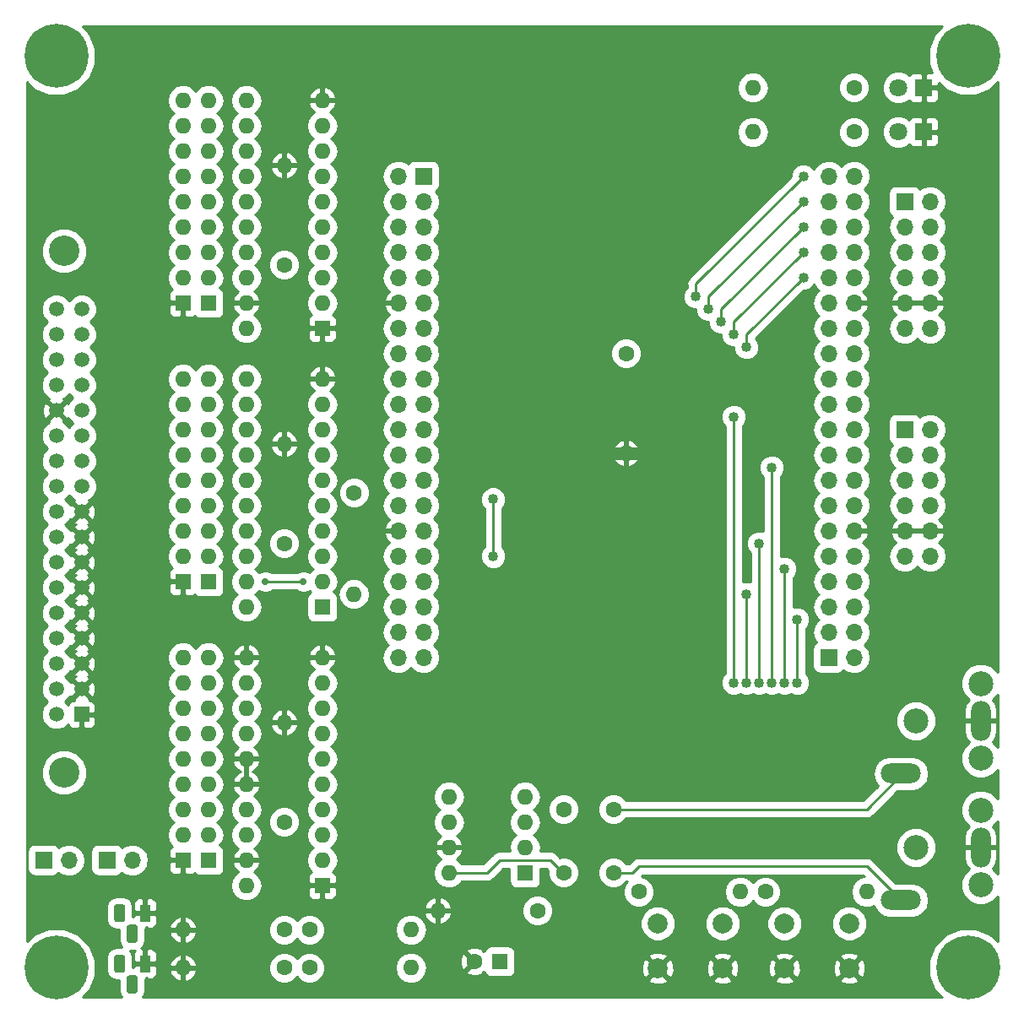
<source format=gbl>
G04 #@! TF.GenerationSoftware,KiCad,Pcbnew,5.0.1-33cea8e~68~ubuntu16.04.1*
G04 #@! TF.CreationDate,2019-03-05T15:27:08+00:00*
G04 #@! TF.ProjectId,Music5000,4D75736963353030302E6B696361645F,rev?*
G04 #@! TF.SameCoordinates,PX3021c70PY8dff518*
G04 #@! TF.FileFunction,Copper,L2,Bot,Signal*
G04 #@! TF.FilePolarity,Positive*
%FSLAX46Y46*%
G04 Gerber Fmt 4.6, Leading zero omitted, Abs format (unit mm)*
G04 Created by KiCad (PCBNEW 5.0.1-33cea8e~68~ubuntu16.04.1) date Tue 05 Mar 2019 15:27:08 GMT*
%MOMM*%
%LPD*%
G01*
G04 APERTURE LIST*
G04 #@! TA.AperFunction,ComponentPad*
%ADD10C,1.600000*%
G04 #@! TD*
G04 #@! TA.AperFunction,ComponentPad*
%ADD11C,2.000000*%
G04 #@! TD*
G04 #@! TA.AperFunction,ComponentPad*
%ADD12O,1.600000X1.600000*%
G04 #@! TD*
G04 #@! TA.AperFunction,ComponentPad*
%ADD13R,1.600000X1.600000*%
G04 #@! TD*
G04 #@! TA.AperFunction,ComponentPad*
%ADD14O,1.700000X1.700000*%
G04 #@! TD*
G04 #@! TA.AperFunction,ComponentPad*
%ADD15R,1.700000X1.700000*%
G04 #@! TD*
G04 #@! TA.AperFunction,ComponentPad*
%ADD16C,6.400000*%
G04 #@! TD*
G04 #@! TA.AperFunction,ComponentPad*
%ADD17R,1.100000X1.800000*%
G04 #@! TD*
G04 #@! TA.AperFunction,Conductor*
%ADD18C,0.100000*%
G04 #@! TD*
G04 #@! TA.AperFunction,ComponentPad*
%ADD19C,1.100000*%
G04 #@! TD*
G04 #@! TA.AperFunction,ComponentPad*
%ADD20C,1.800000*%
G04 #@! TD*
G04 #@! TA.AperFunction,ComponentPad*
%ADD21R,1.800000X1.800000*%
G04 #@! TD*
G04 #@! TA.AperFunction,ComponentPad*
%ADD22C,1.520000*%
G04 #@! TD*
G04 #@! TA.AperFunction,ComponentPad*
%ADD23R,1.520000X1.520000*%
G04 #@! TD*
G04 #@! TA.AperFunction,ComponentPad*
%ADD24C,3.050000*%
G04 #@! TD*
G04 #@! TA.AperFunction,ComponentPad*
%ADD25C,2.500000*%
G04 #@! TD*
G04 #@! TA.AperFunction,ComponentPad*
%ADD26O,2.000000X4.000000*%
G04 #@! TD*
G04 #@! TA.AperFunction,ComponentPad*
%ADD27O,4.000000X2.000000*%
G04 #@! TD*
G04 #@! TA.AperFunction,ViaPad*
%ADD28C,1.524000*%
G04 #@! TD*
G04 #@! TA.AperFunction,ViaPad*
%ADD29C,1.016000*%
G04 #@! TD*
G04 #@! TA.AperFunction,ViaPad*
%ADD30C,0.711200*%
G04 #@! TD*
G04 #@! TA.AperFunction,Conductor*
%ADD31C,0.254000*%
G04 #@! TD*
G04 #@! TA.AperFunction,Conductor*
%ADD32C,1.270000*%
G04 #@! TD*
G04 APERTURE END LIST*
D10*
G04 #@! TO.P,C8,2*
G04 #@! TO.N,Net-(C8-Pad2)*
X54690000Y19685000D03*
G04 #@! TO.P,C8,1*
G04 #@! TO.N,Net-(C8-Pad1)*
X59690000Y19685000D03*
G04 #@! TD*
D11*
G04 #@! TO.P,SW2,1*
G04 #@! TO.N,Net-(R9-Pad2)*
X83335000Y8255000D03*
G04 #@! TO.P,SW2,2*
G04 #@! TO.N,GND*
X83335000Y3755000D03*
G04 #@! TO.P,SW2,1*
G04 #@! TO.N,Net-(R9-Pad2)*
X76835000Y8255000D03*
G04 #@! TO.P,SW2,2*
G04 #@! TO.N,GND*
X76835000Y3755000D03*
G04 #@! TD*
G04 #@! TO.P,SW1,2*
G04 #@! TO.N,GND*
X64135000Y3755000D03*
G04 #@! TO.P,SW1,1*
G04 #@! TO.N,Net-(R8-Pad2)*
X64135000Y8255000D03*
G04 #@! TO.P,SW1,2*
G04 #@! TO.N,GND*
X70635000Y3755000D03*
G04 #@! TO.P,SW1,1*
G04 #@! TO.N,Net-(R8-Pad2)*
X70635000Y8255000D03*
G04 #@! TD*
D12*
G04 #@! TO.P,U5,8*
G04 #@! TO.N,Net-(C7-Pad2)*
X43180000Y13335000D03*
G04 #@! TO.P,U5,4*
G04 #@! TO.N,/PMOD1_1*
X50800000Y20955000D03*
G04 #@! TO.P,U5,7*
G04 #@! TO.N,GND*
X43180000Y15875000D03*
G04 #@! TO.P,U5,3*
G04 #@! TO.N,/PMOD1_2*
X50800000Y18415000D03*
G04 #@! TO.P,U5,6*
G04 #@! TO.N,Net-(C8-Pad2)*
X43180000Y18415000D03*
G04 #@! TO.P,U5,2*
G04 #@! TO.N,/PMOD1_3*
X50800000Y15875000D03*
G04 #@! TO.P,U5,5*
G04 #@! TO.N,/PMOD1_0*
X43180000Y20955000D03*
D13*
G04 #@! TO.P,U5,1*
G04 #@! TO.N,+3V3*
X50800000Y13335000D03*
G04 #@! TD*
D12*
G04 #@! TO.P,R8,2*
G04 #@! TO.N,Net-(R8-Pad2)*
X72390000Y11430000D03*
D10*
G04 #@! TO.P,R8,1*
G04 #@! TO.N,/PMOD1_6*
X62230000Y11430000D03*
G04 #@! TD*
G04 #@! TO.P,R9,1*
G04 #@! TO.N,/PMOD1_7*
X74930000Y11430000D03*
D12*
G04 #@! TO.P,R9,2*
G04 #@! TO.N,Net-(R9-Pad2)*
X85090000Y11430000D03*
G04 #@! TD*
D14*
G04 #@! TO.P,J8,2*
G04 #@! TO.N,Net-(J8-Pad2)*
X5080000Y14605000D03*
D15*
G04 #@! TO.P,J8,1*
G04 #@! TO.N,/NIRQ*
X2540000Y14605000D03*
G04 #@! TD*
G04 #@! TO.P,J9,1*
G04 #@! TO.N,/NNMI*
X8890000Y14605000D03*
D14*
G04 #@! TO.P,J9,2*
G04 #@! TO.N,Net-(J9-Pad2)*
X11430000Y14605000D03*
G04 #@! TD*
D10*
G04 #@! TO.P,R7,1*
G04 #@! TO.N,+3V3*
X33655000Y51435000D03*
D12*
G04 #@! TO.P,R7,2*
G04 #@! TO.N,/LV_OEL*
X33655000Y41275000D03*
G04 #@! TD*
D16*
G04 #@! TO.P,H1,1*
G04 #@! TO.N,Net-(H1-Pad1)*
X3810000Y95250000D03*
G04 #@! TD*
G04 #@! TO.P,H2,1*
G04 #@! TO.N,Net-(H2-Pad1)*
X95250000Y95250000D03*
G04 #@! TD*
G04 #@! TO.P,H3,1*
G04 #@! TO.N,Net-(H3-Pad1)*
X3810000Y3810000D03*
G04 #@! TD*
G04 #@! TO.P,H4,1*
G04 #@! TO.N,Net-(H4-Pad1)*
X95250000Y3810000D03*
G04 #@! TD*
D12*
G04 #@! TO.P,R3,2*
G04 #@! TO.N,GND*
X16510000Y3810000D03*
D10*
G04 #@! TO.P,R3,1*
G04 #@! TO.N,Net-(Q1-Pad2)*
X26670000Y3810000D03*
G04 #@! TD*
D17*
G04 #@! TO.P,Q1,1*
G04 #@! TO.N,GND*
X12700000Y4210000D03*
D18*
G04 #@! TD*
G04 #@! TO.N,Net-(J8-Pad2)*
G04 #@! TO.C,Q1*
G36*
X10461955Y5108676D02*
X10488650Y5104716D01*
X10514828Y5098159D01*
X10540238Y5089067D01*
X10564634Y5077528D01*
X10587782Y5063654D01*
X10609458Y5047578D01*
X10629454Y5029454D01*
X10647578Y5009458D01*
X10663654Y4987782D01*
X10677528Y4964634D01*
X10689067Y4940238D01*
X10698159Y4914828D01*
X10704716Y4888650D01*
X10708676Y4861955D01*
X10710000Y4835000D01*
X10710000Y3585000D01*
X10708676Y3558045D01*
X10704716Y3531350D01*
X10698159Y3505172D01*
X10689067Y3479762D01*
X10677528Y3455366D01*
X10663654Y3432218D01*
X10647578Y3410542D01*
X10629454Y3390546D01*
X10609458Y3372422D01*
X10587782Y3356346D01*
X10564634Y3342472D01*
X10540238Y3330933D01*
X10514828Y3321841D01*
X10488650Y3315284D01*
X10461955Y3311324D01*
X10435000Y3310000D01*
X9885000Y3310000D01*
X9858045Y3311324D01*
X9831350Y3315284D01*
X9805172Y3321841D01*
X9779762Y3330933D01*
X9755366Y3342472D01*
X9732218Y3356346D01*
X9710542Y3372422D01*
X9690546Y3390546D01*
X9672422Y3410542D01*
X9656346Y3432218D01*
X9642472Y3455366D01*
X9630933Y3479762D01*
X9621841Y3505172D01*
X9615284Y3531350D01*
X9611324Y3558045D01*
X9610000Y3585000D01*
X9610000Y4835000D01*
X9611324Y4861955D01*
X9615284Y4888650D01*
X9621841Y4914828D01*
X9630933Y4940238D01*
X9642472Y4964634D01*
X9656346Y4987782D01*
X9672422Y5009458D01*
X9690546Y5029454D01*
X9710542Y5047578D01*
X9732218Y5063654D01*
X9755366Y5077528D01*
X9779762Y5089067D01*
X9805172Y5098159D01*
X9831350Y5104716D01*
X9858045Y5108676D01*
X9885000Y5110000D01*
X10435000Y5110000D01*
X10461955Y5108676D01*
X10461955Y5108676D01*
G37*
D19*
G04 #@! TO.P,Q1,3*
G04 #@! TO.N,Net-(J8-Pad2)*
X10160000Y4210000D03*
D18*
G04 #@! TD*
G04 #@! TO.N,Net-(Q1-Pad2)*
G04 #@! TO.C,Q1*
G36*
X11731955Y3038676D02*
X11758650Y3034716D01*
X11784828Y3028159D01*
X11810238Y3019067D01*
X11834634Y3007528D01*
X11857782Y2993654D01*
X11879458Y2977578D01*
X11899454Y2959454D01*
X11917578Y2939458D01*
X11933654Y2917782D01*
X11947528Y2894634D01*
X11959067Y2870238D01*
X11968159Y2844828D01*
X11974716Y2818650D01*
X11978676Y2791955D01*
X11980000Y2765000D01*
X11980000Y1515000D01*
X11978676Y1488045D01*
X11974716Y1461350D01*
X11968159Y1435172D01*
X11959067Y1409762D01*
X11947528Y1385366D01*
X11933654Y1362218D01*
X11917578Y1340542D01*
X11899454Y1320546D01*
X11879458Y1302422D01*
X11857782Y1286346D01*
X11834634Y1272472D01*
X11810238Y1260933D01*
X11784828Y1251841D01*
X11758650Y1245284D01*
X11731955Y1241324D01*
X11705000Y1240000D01*
X11155000Y1240000D01*
X11128045Y1241324D01*
X11101350Y1245284D01*
X11075172Y1251841D01*
X11049762Y1260933D01*
X11025366Y1272472D01*
X11002218Y1286346D01*
X10980542Y1302422D01*
X10960546Y1320546D01*
X10942422Y1340542D01*
X10926346Y1362218D01*
X10912472Y1385366D01*
X10900933Y1409762D01*
X10891841Y1435172D01*
X10885284Y1461350D01*
X10881324Y1488045D01*
X10880000Y1515000D01*
X10880000Y2765000D01*
X10881324Y2791955D01*
X10885284Y2818650D01*
X10891841Y2844828D01*
X10900933Y2870238D01*
X10912472Y2894634D01*
X10926346Y2917782D01*
X10942422Y2939458D01*
X10960546Y2959454D01*
X10980542Y2977578D01*
X11002218Y2993654D01*
X11025366Y3007528D01*
X11049762Y3019067D01*
X11075172Y3028159D01*
X11101350Y3034716D01*
X11128045Y3038676D01*
X11155000Y3040000D01*
X11705000Y3040000D01*
X11731955Y3038676D01*
X11731955Y3038676D01*
G37*
D19*
G04 #@! TO.P,Q1,2*
G04 #@! TO.N,Net-(Q1-Pad2)*
X11430000Y2140000D03*
G04 #@! TD*
D18*
G04 #@! TO.N,Net-(Q2-Pad2)*
G04 #@! TO.C,Q2*
G36*
X11731955Y8118676D02*
X11758650Y8114716D01*
X11784828Y8108159D01*
X11810238Y8099067D01*
X11834634Y8087528D01*
X11857782Y8073654D01*
X11879458Y8057578D01*
X11899454Y8039454D01*
X11917578Y8019458D01*
X11933654Y7997782D01*
X11947528Y7974634D01*
X11959067Y7950238D01*
X11968159Y7924828D01*
X11974716Y7898650D01*
X11978676Y7871955D01*
X11980000Y7845000D01*
X11980000Y6595000D01*
X11978676Y6568045D01*
X11974716Y6541350D01*
X11968159Y6515172D01*
X11959067Y6489762D01*
X11947528Y6465366D01*
X11933654Y6442218D01*
X11917578Y6420542D01*
X11899454Y6400546D01*
X11879458Y6382422D01*
X11857782Y6366346D01*
X11834634Y6352472D01*
X11810238Y6340933D01*
X11784828Y6331841D01*
X11758650Y6325284D01*
X11731955Y6321324D01*
X11705000Y6320000D01*
X11155000Y6320000D01*
X11128045Y6321324D01*
X11101350Y6325284D01*
X11075172Y6331841D01*
X11049762Y6340933D01*
X11025366Y6352472D01*
X11002218Y6366346D01*
X10980542Y6382422D01*
X10960546Y6400546D01*
X10942422Y6420542D01*
X10926346Y6442218D01*
X10912472Y6465366D01*
X10900933Y6489762D01*
X10891841Y6515172D01*
X10885284Y6541350D01*
X10881324Y6568045D01*
X10880000Y6595000D01*
X10880000Y7845000D01*
X10881324Y7871955D01*
X10885284Y7898650D01*
X10891841Y7924828D01*
X10900933Y7950238D01*
X10912472Y7974634D01*
X10926346Y7997782D01*
X10942422Y8019458D01*
X10960546Y8039454D01*
X10980542Y8057578D01*
X11002218Y8073654D01*
X11025366Y8087528D01*
X11049762Y8099067D01*
X11075172Y8108159D01*
X11101350Y8114716D01*
X11128045Y8118676D01*
X11155000Y8120000D01*
X11705000Y8120000D01*
X11731955Y8118676D01*
X11731955Y8118676D01*
G37*
D19*
G04 #@! TD*
G04 #@! TO.P,Q2,2*
G04 #@! TO.N,Net-(Q2-Pad2)*
X11430000Y7220000D03*
D18*
G04 #@! TO.N,Net-(J9-Pad2)*
G04 #@! TO.C,Q2*
G36*
X10461955Y10188676D02*
X10488650Y10184716D01*
X10514828Y10178159D01*
X10540238Y10169067D01*
X10564634Y10157528D01*
X10587782Y10143654D01*
X10609458Y10127578D01*
X10629454Y10109454D01*
X10647578Y10089458D01*
X10663654Y10067782D01*
X10677528Y10044634D01*
X10689067Y10020238D01*
X10698159Y9994828D01*
X10704716Y9968650D01*
X10708676Y9941955D01*
X10710000Y9915000D01*
X10710000Y8665000D01*
X10708676Y8638045D01*
X10704716Y8611350D01*
X10698159Y8585172D01*
X10689067Y8559762D01*
X10677528Y8535366D01*
X10663654Y8512218D01*
X10647578Y8490542D01*
X10629454Y8470546D01*
X10609458Y8452422D01*
X10587782Y8436346D01*
X10564634Y8422472D01*
X10540238Y8410933D01*
X10514828Y8401841D01*
X10488650Y8395284D01*
X10461955Y8391324D01*
X10435000Y8390000D01*
X9885000Y8390000D01*
X9858045Y8391324D01*
X9831350Y8395284D01*
X9805172Y8401841D01*
X9779762Y8410933D01*
X9755366Y8422472D01*
X9732218Y8436346D01*
X9710542Y8452422D01*
X9690546Y8470546D01*
X9672422Y8490542D01*
X9656346Y8512218D01*
X9642472Y8535366D01*
X9630933Y8559762D01*
X9621841Y8585172D01*
X9615284Y8611350D01*
X9611324Y8638045D01*
X9610000Y8665000D01*
X9610000Y9915000D01*
X9611324Y9941955D01*
X9615284Y9968650D01*
X9621841Y9994828D01*
X9630933Y10020238D01*
X9642472Y10044634D01*
X9656346Y10067782D01*
X9672422Y10089458D01*
X9690546Y10109454D01*
X9710542Y10127578D01*
X9732218Y10143654D01*
X9755366Y10157528D01*
X9779762Y10169067D01*
X9805172Y10178159D01*
X9831350Y10184716D01*
X9858045Y10188676D01*
X9885000Y10190000D01*
X10435000Y10190000D01*
X10461955Y10188676D01*
X10461955Y10188676D01*
G37*
D19*
G04 #@! TD*
G04 #@! TO.P,Q2,3*
G04 #@! TO.N,Net-(J9-Pad2)*
X10160000Y9290000D03*
D17*
G04 #@! TO.P,Q2,1*
G04 #@! TO.N,GND*
X12700000Y9290000D03*
G04 #@! TD*
D14*
G04 #@! TO.P,J4,12*
G04 #@! TO.N,+3V3*
X91440000Y67945000D03*
G04 #@! TO.P,J4,11*
G04 #@! TO.N,GND*
X91440000Y70485000D03*
G04 #@! TO.P,J4,10*
G04 #@! TO.N,/PMOD0_7*
X91440000Y73025000D03*
G04 #@! TO.P,J4,9*
G04 #@! TO.N,/PMOD0_6*
X91440000Y75565000D03*
G04 #@! TO.P,J4,8*
G04 #@! TO.N,/PMOD0_5*
X91440000Y78105000D03*
G04 #@! TO.P,J4,7*
G04 #@! TO.N,/PMOD0_4*
X91440000Y80645000D03*
G04 #@! TO.P,J4,6*
G04 #@! TO.N,+3V3*
X88900000Y67945000D03*
G04 #@! TO.P,J4,5*
G04 #@! TO.N,GND*
X88900000Y70485000D03*
G04 #@! TO.P,J4,4*
G04 #@! TO.N,/PMOD0_3*
X88900000Y73025000D03*
G04 #@! TO.P,J4,3*
G04 #@! TO.N,/PMOD0_2*
X88900000Y75565000D03*
G04 #@! TO.P,J4,2*
G04 #@! TO.N,/PMOD0_1*
X88900000Y78105000D03*
D15*
G04 #@! TO.P,J4,1*
G04 #@! TO.N,/PMOD0_0*
X88900000Y80645000D03*
G04 #@! TD*
D14*
G04 #@! TO.P,J5,12*
G04 #@! TO.N,+3V3*
X91440000Y45085000D03*
G04 #@! TO.P,J5,11*
G04 #@! TO.N,GND*
X91440000Y47625000D03*
G04 #@! TO.P,J5,10*
G04 #@! TO.N,/PMOD1_7*
X91440000Y50165000D03*
G04 #@! TO.P,J5,9*
G04 #@! TO.N,/PMOD1_6*
X91440000Y52705000D03*
G04 #@! TO.P,J5,8*
G04 #@! TO.N,/PMOD1_5*
X91440000Y55245000D03*
G04 #@! TO.P,J5,7*
G04 #@! TO.N,/PMOD1_4*
X91440000Y57785000D03*
G04 #@! TO.P,J5,6*
G04 #@! TO.N,+3V3*
X88900000Y45085000D03*
G04 #@! TO.P,J5,5*
G04 #@! TO.N,GND*
X88900000Y47625000D03*
G04 #@! TO.P,J5,4*
G04 #@! TO.N,/PMOD1_3*
X88900000Y50165000D03*
G04 #@! TO.P,J5,3*
G04 #@! TO.N,/PMOD1_2*
X88900000Y52705000D03*
G04 #@! TO.P,J5,2*
G04 #@! TO.N,/PMOD1_1*
X88900000Y55245000D03*
D15*
G04 #@! TO.P,J5,1*
G04 #@! TO.N,/PMOD1_0*
X88900000Y57785000D03*
G04 #@! TD*
D20*
G04 #@! TO.P,D1,2*
G04 #@! TO.N,Net-(D1-Pad2)*
X88265000Y92075000D03*
D21*
G04 #@! TO.P,D1,1*
G04 #@! TO.N,GND*
X90805000Y92075000D03*
G04 #@! TD*
D20*
G04 #@! TO.P,D2,2*
G04 #@! TO.N,Net-(D2-Pad2)*
X88265000Y87630000D03*
D21*
G04 #@! TO.P,D2,1*
G04 #@! TO.N,GND*
X90805000Y87630000D03*
G04 #@! TD*
D12*
G04 #@! TO.P,R6,2*
G04 #@! TO.N,+3V3*
X73660000Y87630000D03*
D10*
G04 #@! TO.P,R6,1*
G04 #@! TO.N,Net-(D2-Pad2)*
X83820000Y87630000D03*
G04 #@! TD*
D12*
G04 #@! TO.P,R5,2*
G04 #@! TO.N,Net-(J3-Pad40)*
X73660000Y92075000D03*
D10*
G04 #@! TO.P,R5,1*
G04 #@! TO.N,Net-(D1-Pad2)*
X83820000Y92075000D03*
G04 #@! TD*
D22*
G04 #@! TO.P,J1,34*
G04 #@! TO.N,/A7*
X3810000Y69850000D03*
G04 #@! TO.P,J1,33*
G04 #@! TO.N,/A6*
X6350000Y69850000D03*
G04 #@! TO.P,J1,32*
G04 #@! TO.N,/A5*
X3810000Y67310000D03*
G04 #@! TO.P,J1,31*
G04 #@! TO.N,/A4*
X6350000Y67310000D03*
G04 #@! TO.P,J1,30*
G04 #@! TO.N,/A3*
X3810000Y64770000D03*
G04 #@! TO.P,J1,29*
G04 #@! TO.N,/A2*
X6350000Y64770000D03*
G04 #@! TO.P,J1,28*
G04 #@! TO.N,/A1*
X3810000Y62230000D03*
G04 #@! TO.P,J1,27*
G04 #@! TO.N,/A0*
X6350000Y62230000D03*
G04 #@! TO.P,J1,26*
G04 #@! TO.N,GND*
X3810000Y59690000D03*
G04 #@! TO.P,J1,25*
G04 #@! TO.N,/D7*
X6350000Y59690000D03*
G04 #@! TO.P,J1,24*
G04 #@! TO.N,/D6*
X3810000Y57150000D03*
G04 #@! TO.P,J1,23*
G04 #@! TO.N,/D5*
X6350000Y57150000D03*
G04 #@! TO.P,J1,22*
G04 #@! TO.N,/D4*
X3810000Y54610000D03*
G04 #@! TO.P,J1,21*
G04 #@! TO.N,/D3*
X6350000Y54610000D03*
G04 #@! TO.P,J1,20*
G04 #@! TO.N,/D2*
X3810000Y52070000D03*
G04 #@! TO.P,J1,19*
G04 #@! TO.N,/D1*
X6350000Y52070000D03*
G04 #@! TO.P,J1,18*
G04 #@! TO.N,/D0*
X3810000Y49530000D03*
G04 #@! TO.P,J1,17*
G04 #@! TO.N,GND*
X6350000Y49530000D03*
G04 #@! TO.P,J1,16*
G04 #@! TO.N,Net-(J1-Pad16)*
X3810000Y46990000D03*
G04 #@! TO.P,J1,15*
G04 #@! TO.N,GND*
X6350000Y46990000D03*
G04 #@! TO.P,J1,14*
G04 #@! TO.N,/NRST*
X3810000Y44450000D03*
G04 #@! TO.P,J1,13*
G04 #@! TO.N,GND*
X6350000Y44450000D03*
G04 #@! TO.P,J1,12*
G04 #@! TO.N,/NPGFD*
X3810000Y41910000D03*
G04 #@! TO.P,J1,11*
G04 #@! TO.N,GND*
X6350000Y41910000D03*
G04 #@! TO.P,J1,10*
G04 #@! TO.N,/NPGFC*
X3810000Y39370000D03*
G04 #@! TO.P,J1,9*
G04 #@! TO.N,GND*
X6350000Y39370000D03*
G04 #@! TO.P,J1,8*
G04 #@! TO.N,/NIRQ*
X3810000Y36830000D03*
G04 #@! TO.P,J1,7*
G04 #@! TO.N,GND*
X6350000Y36830000D03*
G04 #@! TO.P,J1,6*
G04 #@! TO.N,/NNMI*
X3810000Y34290000D03*
G04 #@! TO.P,J1,5*
G04 #@! TO.N,GND*
X6350000Y34290000D03*
G04 #@! TO.P,J1,4*
G04 #@! TO.N,/1MHZE*
X3810000Y31750000D03*
G04 #@! TO.P,J1,3*
G04 #@! TO.N,GND*
X6350000Y31750000D03*
G04 #@! TO.P,J1,2*
G04 #@! TO.N,/RnW*
X3810000Y29210000D03*
D23*
G04 #@! TO.P,J1,1*
G04 #@! TO.N,GND*
X6350000Y29210000D03*
D24*
G04 #@! TO.P,J1,*
G04 #@! TO.N,*
X4570000Y75690000D03*
X4570000Y23370000D03*
G04 #@! TD*
D10*
G04 #@! TO.P,C7,2*
G04 #@! TO.N,Net-(C7-Pad2)*
X54690000Y13335000D03*
G04 #@! TO.P,C7,1*
G04 #@! TO.N,Net-(C7-Pad1)*
X59690000Y13335000D03*
G04 #@! TD*
D12*
G04 #@! TO.P,RN1,9*
G04 #@! TO.N,Net-(RN1-Pad9)*
X16510000Y34925000D03*
G04 #@! TO.P,RN1,8*
G04 #@! TO.N,Net-(RN1-Pad8)*
X16510000Y32385000D03*
G04 #@! TO.P,RN1,7*
G04 #@! TO.N,/NPGFD*
X16510000Y29845000D03*
G04 #@! TO.P,RN1,6*
G04 #@! TO.N,/NPGFC*
X16510000Y27305000D03*
G04 #@! TO.P,RN1,5*
G04 #@! TO.N,Net-(RN1-Pad5)*
X16510000Y24765000D03*
G04 #@! TO.P,RN1,4*
G04 #@! TO.N,Net-(RN1-Pad4)*
X16510000Y22225000D03*
G04 #@! TO.P,RN1,3*
G04 #@! TO.N,/1MHZE*
X16510000Y19685000D03*
G04 #@! TO.P,RN1,2*
G04 #@! TO.N,/RnW*
X16510000Y17145000D03*
D13*
G04 #@! TO.P,RN1,1*
G04 #@! TO.N,GND*
X16510000Y14605000D03*
G04 #@! TD*
D12*
G04 #@! TO.P,RN2,9*
G04 #@! TO.N,/D7*
X16510000Y62865000D03*
G04 #@! TO.P,RN2,8*
G04 #@! TO.N,/D6*
X16510000Y60325000D03*
G04 #@! TO.P,RN2,7*
G04 #@! TO.N,/D5*
X16510000Y57785000D03*
G04 #@! TO.P,RN2,6*
G04 #@! TO.N,/D4*
X16510000Y55245000D03*
G04 #@! TO.P,RN2,5*
G04 #@! TO.N,/D3*
X16510000Y52705000D03*
G04 #@! TO.P,RN2,4*
G04 #@! TO.N,/D2*
X16510000Y50165000D03*
G04 #@! TO.P,RN2,3*
G04 #@! TO.N,/D1*
X16510000Y47625000D03*
G04 #@! TO.P,RN2,2*
G04 #@! TO.N,/D0*
X16510000Y45085000D03*
D13*
G04 #@! TO.P,RN2,1*
G04 #@! TO.N,GND*
X16510000Y42545000D03*
G04 #@! TD*
D12*
G04 #@! TO.P,RN3,9*
G04 #@! TO.N,/A7*
X16510000Y90805000D03*
G04 #@! TO.P,RN3,8*
G04 #@! TO.N,/A6*
X16510000Y88265000D03*
G04 #@! TO.P,RN3,7*
G04 #@! TO.N,/A5*
X16510000Y85725000D03*
G04 #@! TO.P,RN3,6*
G04 #@! TO.N,/A4*
X16510000Y83185000D03*
G04 #@! TO.P,RN3,5*
G04 #@! TO.N,/A3*
X16510000Y80645000D03*
G04 #@! TO.P,RN3,4*
G04 #@! TO.N,/A2*
X16510000Y78105000D03*
G04 #@! TO.P,RN3,3*
G04 #@! TO.N,/A1*
X16510000Y75565000D03*
G04 #@! TO.P,RN3,2*
G04 #@! TO.N,/A0*
X16510000Y73025000D03*
D13*
G04 #@! TO.P,RN3,1*
G04 #@! TO.N,GND*
X16510000Y70485000D03*
G04 #@! TD*
D12*
G04 #@! TO.P,RN4,9*
G04 #@! TO.N,Net-(RN4-Pad9)*
X19050000Y34925000D03*
G04 #@! TO.P,RN4,8*
G04 #@! TO.N,Net-(RN4-Pad8)*
X19050000Y32385000D03*
G04 #@! TO.P,RN4,7*
G04 #@! TO.N,/NPGFD*
X19050000Y29845000D03*
G04 #@! TO.P,RN4,6*
G04 #@! TO.N,/NPGFC*
X19050000Y27305000D03*
G04 #@! TO.P,RN4,5*
G04 #@! TO.N,Net-(RN4-Pad5)*
X19050000Y24765000D03*
G04 #@! TO.P,RN4,4*
G04 #@! TO.N,Net-(RN4-Pad4)*
X19050000Y22225000D03*
G04 #@! TO.P,RN4,3*
G04 #@! TO.N,/1MHZE*
X19050000Y19685000D03*
G04 #@! TO.P,RN4,2*
G04 #@! TO.N,/RnW*
X19050000Y17145000D03*
D13*
G04 #@! TO.P,RN4,1*
G04 #@! TO.N,+3V3*
X19050000Y14605000D03*
G04 #@! TD*
D12*
G04 #@! TO.P,RN5,9*
G04 #@! TO.N,/D7*
X19050000Y62865000D03*
G04 #@! TO.P,RN5,8*
G04 #@! TO.N,/D6*
X19050000Y60325000D03*
G04 #@! TO.P,RN5,7*
G04 #@! TO.N,/D5*
X19050000Y57785000D03*
G04 #@! TO.P,RN5,6*
G04 #@! TO.N,/D4*
X19050000Y55245000D03*
G04 #@! TO.P,RN5,5*
G04 #@! TO.N,/D3*
X19050000Y52705000D03*
G04 #@! TO.P,RN5,4*
G04 #@! TO.N,/D2*
X19050000Y50165000D03*
G04 #@! TO.P,RN5,3*
G04 #@! TO.N,/D1*
X19050000Y47625000D03*
G04 #@! TO.P,RN5,2*
G04 #@! TO.N,/D0*
X19050000Y45085000D03*
D13*
G04 #@! TO.P,RN5,1*
G04 #@! TO.N,+3V3*
X19050000Y42545000D03*
G04 #@! TD*
D12*
G04 #@! TO.P,RN6,9*
G04 #@! TO.N,/A7*
X19050000Y90805000D03*
G04 #@! TO.P,RN6,8*
G04 #@! TO.N,/A6*
X19050000Y88265000D03*
G04 #@! TO.P,RN6,7*
G04 #@! TO.N,/A5*
X19050000Y85725000D03*
G04 #@! TO.P,RN6,6*
G04 #@! TO.N,/A4*
X19050000Y83185000D03*
G04 #@! TO.P,RN6,5*
G04 #@! TO.N,/A3*
X19050000Y80645000D03*
G04 #@! TO.P,RN6,4*
G04 #@! TO.N,/A2*
X19050000Y78105000D03*
G04 #@! TO.P,RN6,3*
G04 #@! TO.N,/A1*
X19050000Y75565000D03*
G04 #@! TO.P,RN6,2*
G04 #@! TO.N,/A0*
X19050000Y73025000D03*
D13*
G04 #@! TO.P,RN6,1*
G04 #@! TO.N,+3V3*
X19050000Y70485000D03*
G04 #@! TD*
D10*
G04 #@! TO.P,C6,2*
G04 #@! TO.N,GND*
X45760000Y4445000D03*
D13*
G04 #@! TO.P,C6,1*
G04 #@! TO.N,+3V3*
X48260000Y4445000D03*
G04 #@! TD*
D12*
G04 #@! TO.P,C1,2*
G04 #@! TO.N,GND*
X26670000Y84295000D03*
D10*
G04 #@! TO.P,C1,1*
G04 #@! TO.N,+3V3*
X26670000Y74295000D03*
G04 #@! TD*
D12*
G04 #@! TO.P,C2,2*
G04 #@! TO.N,GND*
X26670000Y56355000D03*
D10*
G04 #@! TO.P,C2,1*
G04 #@! TO.N,+3V3*
X26670000Y46355000D03*
G04 #@! TD*
D12*
G04 #@! TO.P,C3,2*
G04 #@! TO.N,GND*
X26670000Y28415000D03*
D10*
G04 #@! TO.P,C3,1*
G04 #@! TO.N,+3V3*
X26670000Y18415000D03*
G04 #@! TD*
D12*
G04 #@! TO.P,C4,2*
G04 #@! TO.N,GND*
X60960000Y55405000D03*
D10*
G04 #@! TO.P,C4,1*
G04 #@! TO.N,+3V3*
X60960000Y65405000D03*
G04 #@! TD*
D12*
G04 #@! TO.P,C5,2*
G04 #@! TO.N,GND*
X42070000Y9525000D03*
D10*
G04 #@! TO.P,C5,1*
G04 #@! TO.N,+3V3*
X52070000Y9525000D03*
G04 #@! TD*
D14*
G04 #@! TO.P,J2,40*
G04 #@! TO.N,/LV_DIR*
X38100000Y34925000D03*
G04 #@! TO.P,J2,39*
G04 #@! TO.N,/LV_NPGFD*
X40640000Y34925000D03*
G04 #@! TO.P,J2,38*
G04 #@! TO.N,/LV_OEL*
X38100000Y37465000D03*
G04 #@! TO.P,J2,37*
G04 #@! TO.N,/LV_NRST*
X40640000Y37465000D03*
G04 #@! TO.P,J2,36*
G04 #@! TO.N,/LV_D0*
X38100000Y40005000D03*
G04 #@! TO.P,J2,35*
G04 #@! TO.N,/LV_NPGFC*
X40640000Y40005000D03*
G04 #@! TO.P,J2,34*
G04 #@! TO.N,/LV_D1*
X38100000Y42545000D03*
G04 #@! TO.P,J2,33*
G04 #@! TO.N,/LV_RnW*
X40640000Y42545000D03*
G04 #@! TO.P,J2,32*
G04 #@! TO.N,/LV_D2*
X38100000Y45085000D03*
G04 #@! TO.P,J2,31*
G04 #@! TO.N,/RAMA18*
X40640000Y45085000D03*
G04 #@! TO.P,J2,30*
G04 #@! TO.N,GND*
X38100000Y47625000D03*
G04 #@! TO.P,J2,29*
G04 #@! TO.N,+3V3*
X40640000Y47625000D03*
G04 #@! TO.P,J2,28*
G04 #@! TO.N,/LV_D3*
X38100000Y50165000D03*
G04 #@! TO.P,J2,27*
G04 #@! TO.N,/RAMA17*
X40640000Y50165000D03*
G04 #@! TO.P,J2,26*
G04 #@! TO.N,/LV_D4*
X38100000Y52705000D03*
G04 #@! TO.P,J2,25*
G04 #@! TO.N,/RAMA16*
X40640000Y52705000D03*
G04 #@! TO.P,J2,24*
G04 #@! TO.N,/LV_D5*
X38100000Y55245000D03*
G04 #@! TO.P,J2,23*
G04 #@! TO.N,/RAMA15*
X40640000Y55245000D03*
G04 #@! TO.P,J2,22*
G04 #@! TO.N,/LV_D6*
X38100000Y57785000D03*
G04 #@! TO.P,J2,21*
G04 #@! TO.N,/RAMOEL*
X40640000Y57785000D03*
G04 #@! TO.P,J2,20*
G04 #@! TO.N,/LV_D7*
X38100000Y60325000D03*
G04 #@! TO.P,J2,19*
G04 #@! TO.N,/RAMD7*
X40640000Y60325000D03*
G04 #@! TO.P,J2,18*
G04 #@! TO.N,/LV_A0*
X38100000Y62865000D03*
G04 #@! TO.P,J2,17*
G04 #@! TO.N,/RAMD6*
X40640000Y62865000D03*
G04 #@! TO.P,J2,16*
G04 #@! TO.N,/LV_A1*
X38100000Y65405000D03*
G04 #@! TO.P,J2,15*
G04 #@! TO.N,/RAMD5*
X40640000Y65405000D03*
G04 #@! TO.P,J2,14*
G04 #@! TO.N,/LV_A2*
X38100000Y67945000D03*
G04 #@! TO.P,J2,13*
G04 #@! TO.N,/RAMD4*
X40640000Y67945000D03*
G04 #@! TO.P,J2,12*
G04 #@! TO.N,GND*
X38100000Y70485000D03*
G04 #@! TO.P,J2,11*
G04 #@! TO.N,Net-(J2-Pad11)*
X40640000Y70485000D03*
G04 #@! TO.P,J2,10*
G04 #@! TO.N,/LV_A3*
X38100000Y73025000D03*
G04 #@! TO.P,J2,9*
G04 #@! TO.N,/RAMA14*
X40640000Y73025000D03*
G04 #@! TO.P,J2,8*
G04 #@! TO.N,/LV_A4*
X38100000Y75565000D03*
G04 #@! TO.P,J2,7*
G04 #@! TO.N,/RAMA13*
X40640000Y75565000D03*
G04 #@! TO.P,J2,6*
G04 #@! TO.N,/LV_A5*
X38100000Y78105000D03*
G04 #@! TO.P,J2,5*
G04 #@! TO.N,/RAMA12*
X40640000Y78105000D03*
G04 #@! TO.P,J2,4*
G04 #@! TO.N,/LV_A6*
X38100000Y80645000D03*
G04 #@! TO.P,J2,3*
G04 #@! TO.N,/RAMA11*
X40640000Y80645000D03*
G04 #@! TO.P,J2,2*
G04 #@! TO.N,/LV_A7*
X38100000Y83185000D03*
D15*
G04 #@! TO.P,J2,1*
G04 #@! TO.N,/RAMA10*
X40640000Y83185000D03*
G04 #@! TD*
D14*
G04 #@! TO.P,J3,40*
G04 #@! TO.N,Net-(J3-Pad40)*
X83820000Y83185000D03*
G04 #@! TO.P,J3,39*
G04 #@! TO.N,/RAMA9*
X81280000Y83185000D03*
G04 #@! TO.P,J3,38*
G04 #@! TO.N,/PMOD0_0*
X83820000Y80645000D03*
G04 #@! TO.P,J3,37*
G04 #@! TO.N,/RAMA8*
X81280000Y80645000D03*
G04 #@! TO.P,J3,36*
G04 #@! TO.N,/PMOD0_4*
X83820000Y78105000D03*
G04 #@! TO.P,J3,35*
G04 #@! TO.N,/RAMA7*
X81280000Y78105000D03*
G04 #@! TO.P,J3,34*
G04 #@! TO.N,/PMOD0_1*
X83820000Y75565000D03*
G04 #@! TO.P,J3,33*
G04 #@! TO.N,/RAMA6*
X81280000Y75565000D03*
G04 #@! TO.P,J3,32*
G04 #@! TO.N,/PMOD0_5*
X83820000Y73025000D03*
G04 #@! TO.P,J3,31*
G04 #@! TO.N,/RAMA5*
X81280000Y73025000D03*
G04 #@! TO.P,J3,30*
G04 #@! TO.N,GND*
X83820000Y70485000D03*
G04 #@! TO.P,J3,29*
G04 #@! TO.N,+3V3*
X81280000Y70485000D03*
G04 #@! TO.P,J3,28*
G04 #@! TO.N,/PMOD0_2*
X83820000Y67945000D03*
G04 #@! TO.P,J3,27*
G04 #@! TO.N,/RAMWEL*
X81280000Y67945000D03*
G04 #@! TO.P,J3,26*
G04 #@! TO.N,/PMOD0_6*
X83820000Y65405000D03*
G04 #@! TO.P,J3,25*
G04 #@! TO.N,/RAMD3*
X81280000Y65405000D03*
G04 #@! TO.P,J3,24*
G04 #@! TO.N,/PMOD0_3*
X83820000Y62865000D03*
G04 #@! TO.P,J3,23*
G04 #@! TO.N,/RAMD2*
X81280000Y62865000D03*
G04 #@! TO.P,J3,22*
G04 #@! TO.N,/PMOD0_7*
X83820000Y60325000D03*
G04 #@! TO.P,J3,21*
G04 #@! TO.N,/RAMD1*
X81280000Y60325000D03*
G04 #@! TO.P,J3,20*
G04 #@! TO.N,/PMOD1_0*
X83820000Y57785000D03*
G04 #@! TO.P,J3,19*
G04 #@! TO.N,/RAMD0*
X81280000Y57785000D03*
G04 #@! TO.P,J3,18*
G04 #@! TO.N,/PMOD1_4*
X83820000Y55245000D03*
G04 #@! TO.P,J3,17*
G04 #@! TO.N,/RAMCEL*
X81280000Y55245000D03*
G04 #@! TO.P,J3,16*
G04 #@! TO.N,/PMOD1_1*
X83820000Y52705000D03*
G04 #@! TO.P,J3,15*
G04 #@! TO.N,/RAMA4*
X81280000Y52705000D03*
G04 #@! TO.P,J3,14*
G04 #@! TO.N,/PMOD1_5*
X83820000Y50165000D03*
G04 #@! TO.P,J3,13*
G04 #@! TO.N,/RAMA3*
X81280000Y50165000D03*
G04 #@! TO.P,J3,12*
G04 #@! TO.N,GND*
X83820000Y47625000D03*
G04 #@! TO.P,J3,11*
G04 #@! TO.N,Net-(J3-Pad11)*
X81280000Y47625000D03*
G04 #@! TO.P,J3,10*
G04 #@! TO.N,/PMOD1_2*
X83820000Y45085000D03*
G04 #@! TO.P,J3,9*
G04 #@! TO.N,/RAMA2*
X81280000Y45085000D03*
G04 #@! TO.P,J3,8*
G04 #@! TO.N,/PMOD1_6*
X83820000Y42545000D03*
G04 #@! TO.P,J3,7*
G04 #@! TO.N,/RAMA1*
X81280000Y42545000D03*
G04 #@! TO.P,J3,6*
G04 #@! TO.N,/PMOD1_3*
X83820000Y40005000D03*
G04 #@! TO.P,J3,5*
G04 #@! TO.N,/RAMA0*
X81280000Y40005000D03*
G04 #@! TO.P,J3,4*
G04 #@! TO.N,/PMOD1_7*
X83820000Y37465000D03*
G04 #@! TO.P,J3,3*
G04 #@! TO.N,/LV_1MHZE*
X81280000Y37465000D03*
G04 #@! TO.P,J3,2*
G04 #@! TO.N,/LV_NMI*
X83820000Y34925000D03*
D15*
G04 #@! TO.P,J3,1*
G04 #@! TO.N,/LV_IRQ*
X81280000Y34925000D03*
G04 #@! TD*
D12*
G04 #@! TO.P,U3,20*
G04 #@! TO.N,+3V3*
X22860000Y12065000D03*
G04 #@! TO.P,U3,10*
G04 #@! TO.N,GND*
X30480000Y34925000D03*
G04 #@! TO.P,U3,19*
X22860000Y14605000D03*
G04 #@! TO.P,U3,9*
G04 #@! TO.N,Net-(U3-Pad9)*
X30480000Y32385000D03*
G04 #@! TO.P,U3,18*
G04 #@! TO.N,/RnW*
X22860000Y17145000D03*
G04 #@! TO.P,U3,8*
G04 #@! TO.N,/LV_NRST*
X30480000Y29845000D03*
G04 #@! TO.P,U3,17*
G04 #@! TO.N,/1MHZE*
X22860000Y19685000D03*
G04 #@! TO.P,U3,7*
G04 #@! TO.N,/LV_NPGFD*
X30480000Y27305000D03*
G04 #@! TO.P,U3,16*
G04 #@! TO.N,GND*
X22860000Y22225000D03*
G04 #@! TO.P,U3,6*
G04 #@! TO.N,/LV_NPGFC*
X30480000Y24765000D03*
G04 #@! TO.P,U3,15*
G04 #@! TO.N,GND*
X22860000Y24765000D03*
G04 #@! TO.P,U3,5*
G04 #@! TO.N,Net-(U3-Pad5)*
X30480000Y22225000D03*
G04 #@! TO.P,U3,14*
G04 #@! TO.N,/NPGFC*
X22860000Y27305000D03*
G04 #@! TO.P,U3,4*
G04 #@! TO.N,Net-(U3-Pad4)*
X30480000Y19685000D03*
G04 #@! TO.P,U3,13*
G04 #@! TO.N,/NPGFD*
X22860000Y29845000D03*
G04 #@! TO.P,U3,3*
G04 #@! TO.N,/LV_1MHZE*
X30480000Y17145000D03*
G04 #@! TO.P,U3,12*
G04 #@! TO.N,/NRST*
X22860000Y32385000D03*
G04 #@! TO.P,U3,2*
G04 #@! TO.N,/LV_RnW*
X30480000Y14605000D03*
G04 #@! TO.P,U3,11*
G04 #@! TO.N,GND*
X22860000Y34925000D03*
D13*
G04 #@! TO.P,U3,1*
X30480000Y12065000D03*
G04 #@! TD*
D12*
G04 #@! TO.P,U2,20*
G04 #@! TO.N,+3V3*
X22860000Y40005000D03*
G04 #@! TO.P,U2,10*
G04 #@! TO.N,GND*
X30480000Y62865000D03*
G04 #@! TO.P,U2,19*
G04 #@! TO.N,/LV_OEL*
X22860000Y42545000D03*
G04 #@! TO.P,U2,9*
G04 #@! TO.N,/LV_D7*
X30480000Y60325000D03*
G04 #@! TO.P,U2,18*
G04 #@! TO.N,/D0*
X22860000Y45085000D03*
G04 #@! TO.P,U2,8*
G04 #@! TO.N,/LV_D6*
X30480000Y57785000D03*
G04 #@! TO.P,U2,17*
G04 #@! TO.N,/D1*
X22860000Y47625000D03*
G04 #@! TO.P,U2,7*
G04 #@! TO.N,/LV_D5*
X30480000Y55245000D03*
G04 #@! TO.P,U2,16*
G04 #@! TO.N,/D2*
X22860000Y50165000D03*
G04 #@! TO.P,U2,6*
G04 #@! TO.N,/LV_D4*
X30480000Y52705000D03*
G04 #@! TO.P,U2,15*
G04 #@! TO.N,/D3*
X22860000Y52705000D03*
G04 #@! TO.P,U2,5*
G04 #@! TO.N,/LV_D3*
X30480000Y50165000D03*
G04 #@! TO.P,U2,14*
G04 #@! TO.N,/D4*
X22860000Y55245000D03*
G04 #@! TO.P,U2,4*
G04 #@! TO.N,/LV_D2*
X30480000Y47625000D03*
G04 #@! TO.P,U2,13*
G04 #@! TO.N,/D5*
X22860000Y57785000D03*
G04 #@! TO.P,U2,3*
G04 #@! TO.N,/LV_D1*
X30480000Y45085000D03*
G04 #@! TO.P,U2,12*
G04 #@! TO.N,/D6*
X22860000Y60325000D03*
G04 #@! TO.P,U2,2*
G04 #@! TO.N,/LV_D0*
X30480000Y42545000D03*
G04 #@! TO.P,U2,11*
G04 #@! TO.N,/D7*
X22860000Y62865000D03*
D13*
G04 #@! TO.P,U2,1*
G04 #@! TO.N,/LV_DIR*
X30480000Y40005000D03*
G04 #@! TD*
D12*
G04 #@! TO.P,U1,20*
G04 #@! TO.N,+3V3*
X22860000Y67945000D03*
G04 #@! TO.P,U1,10*
G04 #@! TO.N,GND*
X30480000Y90805000D03*
G04 #@! TO.P,U1,19*
X22860000Y70485000D03*
G04 #@! TO.P,U1,9*
G04 #@! TO.N,/LV_A7*
X30480000Y88265000D03*
G04 #@! TO.P,U1,18*
G04 #@! TO.N,/A0*
X22860000Y73025000D03*
G04 #@! TO.P,U1,8*
G04 #@! TO.N,/LV_A6*
X30480000Y85725000D03*
G04 #@! TO.P,U1,17*
G04 #@! TO.N,/A1*
X22860000Y75565000D03*
G04 #@! TO.P,U1,7*
G04 #@! TO.N,/LV_A5*
X30480000Y83185000D03*
G04 #@! TO.P,U1,16*
G04 #@! TO.N,/A2*
X22860000Y78105000D03*
G04 #@! TO.P,U1,6*
G04 #@! TO.N,/LV_A4*
X30480000Y80645000D03*
G04 #@! TO.P,U1,15*
G04 #@! TO.N,/A3*
X22860000Y80645000D03*
G04 #@! TO.P,U1,5*
G04 #@! TO.N,/LV_A3*
X30480000Y78105000D03*
G04 #@! TO.P,U1,14*
G04 #@! TO.N,/A4*
X22860000Y83185000D03*
G04 #@! TO.P,U1,4*
G04 #@! TO.N,/LV_A2*
X30480000Y75565000D03*
G04 #@! TO.P,U1,13*
G04 #@! TO.N,/A5*
X22860000Y85725000D03*
G04 #@! TO.P,U1,3*
G04 #@! TO.N,/LV_A1*
X30480000Y73025000D03*
G04 #@! TO.P,U1,12*
G04 #@! TO.N,/A6*
X22860000Y88265000D03*
G04 #@! TO.P,U1,2*
G04 #@! TO.N,/LV_A0*
X30480000Y70485000D03*
G04 #@! TO.P,U1,11*
G04 #@! TO.N,/A7*
X22860000Y90805000D03*
D13*
G04 #@! TO.P,U1,1*
G04 #@! TO.N,GND*
X30480000Y67945000D03*
G04 #@! TD*
D12*
G04 #@! TO.P,R1,2*
G04 #@! TO.N,/LV_IRQ*
X39370000Y3810000D03*
D10*
G04 #@! TO.P,R1,1*
G04 #@! TO.N,Net-(Q1-Pad2)*
X29210000Y3810000D03*
G04 #@! TD*
D12*
G04 #@! TO.P,R2,2*
G04 #@! TO.N,/LV_NMI*
X39370000Y7620000D03*
D10*
G04 #@! TO.P,R2,1*
G04 #@! TO.N,Net-(Q2-Pad2)*
X29210000Y7620000D03*
G04 #@! TD*
D12*
G04 #@! TO.P,R4,2*
G04 #@! TO.N,GND*
X16510000Y7620000D03*
D10*
G04 #@! TO.P,R4,1*
G04 #@! TO.N,Net-(Q2-Pad2)*
X26670000Y7620000D03*
G04 #@! TD*
D25*
G04 #@! TO.P,J7,*
G04 #@! TO.N,*
X96520000Y24825000D03*
X96520000Y32325000D03*
X90020000Y28575000D03*
D26*
G04 #@! TO.P,J7,2*
G04 #@! TO.N,GND*
X96520000Y28575000D03*
D27*
G04 #@! TO.P,J7,1*
G04 #@! TO.N,Net-(C8-Pad1)*
X88520000Y23275000D03*
G04 #@! TD*
D25*
G04 #@! TO.P,J6,*
G04 #@! TO.N,*
X96520000Y12125000D03*
X96520000Y19625000D03*
X90020000Y15875000D03*
D26*
G04 #@! TO.P,J6,2*
G04 #@! TO.N,GND*
X96520000Y15875000D03*
D27*
G04 #@! TO.P,J6,1*
G04 #@! TO.N,Net-(C7-Pad1)*
X88520000Y10575000D03*
G04 #@! TD*
D28*
G04 #@! TO.N,GND*
X53975000Y59690000D03*
X67945000Y60960000D03*
D29*
G04 #@! TO.N,/RAMA5*
X78740000Y73025000D03*
X73025000Y66040000D03*
G04 #@! TO.N,/RAMA6*
X78740000Y75565000D03*
X71755000Y67310000D03*
G04 #@! TO.N,/RAMA7*
X78740000Y78105000D03*
X70485000Y68580000D03*
G04 #@! TO.N,/RAMA8*
X78740000Y80645000D03*
X69215000Y69850000D03*
G04 #@! TO.N,/RAMA9*
X78740000Y83185000D03*
X67945000Y71120000D03*
G04 #@! TO.N,/RAMA18*
X47625000Y45085000D03*
X47625000Y50800000D03*
G04 #@! TO.N,/PMOD1_1*
X75565000Y32385000D03*
X75565000Y53975000D03*
G04 #@! TO.N,/PMOD1_3*
X73025000Y32385000D03*
X73025000Y41275000D03*
G04 #@! TO.N,/PMOD1_0*
X71755000Y59055000D03*
X71755000Y32385000D03*
G04 #@! TO.N,/PMOD1_2*
X74295000Y32385000D03*
X74295000Y46355000D03*
D30*
G04 #@! TO.N,/LV_OEL*
X24765000Y42545000D03*
X28575000Y42545000D03*
D29*
G04 #@! TO.N,/PMOD1_7*
X78105000Y32385000D03*
X78105000Y38735000D03*
G04 #@! TO.N,/PMOD1_6*
X76835000Y43815000D03*
X76835000Y32385000D03*
G04 #@! TD*
D31*
G04 #@! TO.N,Net-(C7-Pad1)*
X62230000Y13970000D02*
X61595000Y13335000D01*
X85090000Y13970000D02*
X62230000Y13970000D01*
X88520000Y10575000D02*
X88485000Y10575000D01*
X88485000Y10575000D02*
X85090000Y13970000D01*
X61595000Y13335000D02*
X59690000Y13335000D01*
D32*
G04 #@! TO.N,GND*
X58260000Y55405000D02*
X53975000Y59690000D01*
X60960000Y55405000D02*
X58260000Y55405000D01*
X62390000Y55405000D02*
X67945000Y60960000D01*
X60960000Y55405000D02*
X62390000Y55405000D01*
D31*
G04 #@! TO.N,Net-(C8-Pad1)*
X88300000Y23495000D02*
X88520000Y23275000D01*
X88520000Y23275000D02*
X88520000Y23115000D01*
X85090000Y19685000D02*
X59690000Y19685000D01*
X88520000Y23115000D02*
X85090000Y19685000D01*
G04 #@! TO.N,/RAMA5*
X73025000Y66040000D02*
X73025000Y67310000D01*
X73025000Y67310000D02*
X78740000Y73025000D01*
G04 #@! TO.N,/RAMA6*
X71755000Y68580000D02*
X71755000Y67310000D01*
X78740000Y75565000D02*
X71755000Y68580000D01*
G04 #@! TO.N,/RAMA7*
X70485000Y69850000D02*
X70485000Y68580000D01*
X78740000Y78105000D02*
X70485000Y69850000D01*
G04 #@! TO.N,/RAMA8*
X69215000Y71120000D02*
X69215000Y69850000D01*
X78740000Y80645000D02*
X69215000Y71120000D01*
G04 #@! TO.N,/RAMA9*
X67945000Y72390000D02*
X67945000Y71120000D01*
X78740000Y83185000D02*
X67945000Y72390000D01*
G04 #@! TO.N,/RAMA18*
X47625000Y45085000D02*
X47625000Y50800000D01*
G04 #@! TO.N,/PMOD1_1*
X75565000Y53975000D02*
X75565000Y32385000D01*
G04 #@! TO.N,/PMOD1_3*
X73025000Y32385000D02*
X73025000Y41275000D01*
G04 #@! TO.N,/PMOD1_0*
X71755000Y32385000D02*
X71755000Y59055000D01*
G04 #@! TO.N,/PMOD1_2*
X74295000Y32385000D02*
X74295000Y46355000D01*
G04 #@! TO.N,Net-(C7-Pad2)*
X54690000Y13335000D02*
X54610000Y13335000D01*
X54610000Y13335000D02*
X53340000Y14605000D01*
X53340000Y14605000D02*
X48260000Y14605000D01*
X46990000Y13335000D02*
X43180000Y13335000D01*
X48260000Y14605000D02*
X46990000Y13335000D01*
G04 #@! TO.N,/LV_OEL*
X24765000Y42545000D02*
X28575000Y42545000D01*
G04 #@! TO.N,/PMOD1_7*
X78105000Y32385000D02*
X78105000Y38735000D01*
G04 #@! TO.N,/PMOD1_6*
X76835000Y43815000D02*
X76835000Y32385000D01*
G04 #@! TD*
G04 #@! TO.N,GND*
G36*
X91891179Y97494293D02*
X91288000Y96038091D01*
X91288000Y94461909D01*
X91640872Y93610000D01*
X91090750Y93610000D01*
X90932000Y93451250D01*
X90932000Y92202000D01*
X92181250Y92202000D01*
X92340000Y92360750D01*
X92340000Y92556886D01*
X93005707Y91891179D01*
X94461909Y91288000D01*
X96038091Y91288000D01*
X97494293Y91891179D01*
X98223000Y92619886D01*
X98223001Y33467396D01*
X97659706Y34030691D01*
X96920212Y34337000D01*
X96119788Y34337000D01*
X95380294Y34030691D01*
X94814309Y33464706D01*
X94508000Y32725212D01*
X94508000Y31924788D01*
X94814309Y31185294D01*
X95332599Y30667004D01*
X95058058Y30318020D01*
X94885000Y29702000D01*
X94885000Y28702000D01*
X96393000Y28702000D01*
X96393000Y28722000D01*
X96647000Y28722000D01*
X96647000Y28702000D01*
X98155000Y28702000D01*
X98155000Y29702000D01*
X97981942Y30318020D01*
X97707401Y30667004D01*
X98223001Y31182604D01*
X98223001Y25967396D01*
X97707401Y26482996D01*
X97981942Y26831980D01*
X98155000Y27448000D01*
X98155000Y28448000D01*
X96647000Y28448000D01*
X96647000Y28428000D01*
X96393000Y28428000D01*
X96393000Y28448000D01*
X94885000Y28448000D01*
X94885000Y27448000D01*
X95058058Y26831980D01*
X95332599Y26482996D01*
X94814309Y25964706D01*
X94508000Y25225212D01*
X94508000Y24424788D01*
X94814309Y23685294D01*
X95380294Y23119309D01*
X96119788Y22813000D01*
X96920212Y22813000D01*
X97659706Y23119309D01*
X98223001Y23682604D01*
X98223001Y20767396D01*
X97659706Y21330691D01*
X96920212Y21637000D01*
X96119788Y21637000D01*
X95380294Y21330691D01*
X94814309Y20764706D01*
X94508000Y20025212D01*
X94508000Y19224788D01*
X94814309Y18485294D01*
X95332599Y17967004D01*
X95058058Y17618020D01*
X94885000Y17002000D01*
X94885000Y16002000D01*
X96393000Y16002000D01*
X96393000Y16022000D01*
X96647000Y16022000D01*
X96647000Y16002000D01*
X98155000Y16002000D01*
X98155000Y17002000D01*
X97981942Y17618020D01*
X97707401Y17967004D01*
X98223001Y18482604D01*
X98223001Y13267396D01*
X97707401Y13782996D01*
X97981942Y14131980D01*
X98155000Y14748000D01*
X98155000Y15748000D01*
X96647000Y15748000D01*
X96647000Y15728000D01*
X96393000Y15728000D01*
X96393000Y15748000D01*
X94885000Y15748000D01*
X94885000Y14748000D01*
X95058058Y14131980D01*
X95332599Y13782996D01*
X94814309Y13264706D01*
X94508000Y12525212D01*
X94508000Y11724788D01*
X94814309Y10985294D01*
X95380294Y10419309D01*
X96119788Y10113000D01*
X96920212Y10113000D01*
X97659706Y10419309D01*
X98223001Y10982604D01*
X98223001Y6440113D01*
X97494293Y7168821D01*
X96038091Y7772000D01*
X94461909Y7772000D01*
X93005707Y7168821D01*
X91891179Y6054293D01*
X91288000Y4598091D01*
X91288000Y3021909D01*
X91891179Y1565707D01*
X92619886Y837000D01*
X12492808Y837000D01*
X12676855Y1112445D01*
X12756928Y1515000D01*
X12756928Y2675000D01*
X12827002Y2675000D01*
X12827002Y2833748D01*
X12985750Y2675000D01*
X13376309Y2675000D01*
X13609698Y2771673D01*
X13788327Y2950301D01*
X13885000Y3183690D01*
X13885000Y3460961D01*
X15118096Y3460961D01*
X15278959Y3072577D01*
X15654866Y2657611D01*
X16160959Y2418086D01*
X16383000Y2539371D01*
X16383000Y3683000D01*
X16637000Y3683000D01*
X16637000Y2539371D01*
X16859041Y2418086D01*
X17365134Y2657611D01*
X17741041Y3072577D01*
X17901904Y3460961D01*
X17779915Y3683000D01*
X16637000Y3683000D01*
X16383000Y3683000D01*
X15240085Y3683000D01*
X15118096Y3460961D01*
X13885000Y3460961D01*
X13885000Y3924250D01*
X13726250Y4083000D01*
X12827000Y4083000D01*
X12827000Y4063000D01*
X12573000Y4063000D01*
X12573000Y4083000D01*
X11673750Y4083000D01*
X11515000Y3924250D01*
X11515000Y3816928D01*
X11486928Y3816928D01*
X11486928Y4159039D01*
X15118096Y4159039D01*
X15240085Y3937000D01*
X16383000Y3937000D01*
X16383000Y5080629D01*
X16637000Y5080629D01*
X16637000Y3937000D01*
X17779915Y3937000D01*
X17880840Y4120701D01*
X25108000Y4120701D01*
X25108000Y3499299D01*
X25345801Y2925198D01*
X25785198Y2485801D01*
X26359299Y2248000D01*
X26980701Y2248000D01*
X27554802Y2485801D01*
X27940000Y2870999D01*
X28325198Y2485801D01*
X28899299Y2248000D01*
X29520701Y2248000D01*
X30094802Y2485801D01*
X30534199Y2925198D01*
X30772000Y3499299D01*
X30772000Y3810000D01*
X37777399Y3810000D01*
X37898629Y3200538D01*
X38243861Y2683861D01*
X38760538Y2338629D01*
X39216159Y2248000D01*
X39523841Y2248000D01*
X39979462Y2338629D01*
X40374325Y2602468D01*
X63162073Y2602468D01*
X63260736Y2335613D01*
X63870461Y2109092D01*
X64520460Y2133144D01*
X65009264Y2335613D01*
X65107927Y2602468D01*
X69662073Y2602468D01*
X69760736Y2335613D01*
X70370461Y2109092D01*
X71020460Y2133144D01*
X71509264Y2335613D01*
X71607927Y2602468D01*
X75862073Y2602468D01*
X75960736Y2335613D01*
X76570461Y2109092D01*
X77220460Y2133144D01*
X77709264Y2335613D01*
X77807927Y2602468D01*
X82362073Y2602468D01*
X82460736Y2335613D01*
X83070461Y2109092D01*
X83720460Y2133144D01*
X84209264Y2335613D01*
X84307927Y2602468D01*
X83335000Y3575395D01*
X82362073Y2602468D01*
X77807927Y2602468D01*
X76835000Y3575395D01*
X75862073Y2602468D01*
X71607927Y2602468D01*
X70635000Y3575395D01*
X69662073Y2602468D01*
X65107927Y2602468D01*
X64135000Y3575395D01*
X63162073Y2602468D01*
X40374325Y2602468D01*
X40496139Y2683861D01*
X40841371Y3200538D01*
X40962601Y3810000D01*
X40841371Y4419462D01*
X40679462Y4661777D01*
X44313035Y4661777D01*
X44340222Y4091546D01*
X44506136Y3690995D01*
X44752255Y3616861D01*
X45580395Y4445000D01*
X44752255Y5273139D01*
X44506136Y5199005D01*
X44313035Y4661777D01*
X40679462Y4661777D01*
X40496139Y4936139D01*
X39979462Y5281371D01*
X39523841Y5372000D01*
X39216159Y5372000D01*
X38760538Y5281371D01*
X38243861Y4936139D01*
X37898629Y4419462D01*
X37777399Y3810000D01*
X30772000Y3810000D01*
X30772000Y4120701D01*
X30534199Y4694802D01*
X30094802Y5134199D01*
X29520701Y5372000D01*
X28899299Y5372000D01*
X28325198Y5134199D01*
X27940000Y4749001D01*
X27554802Y5134199D01*
X26980701Y5372000D01*
X26359299Y5372000D01*
X25785198Y5134199D01*
X25345801Y4694802D01*
X25108000Y4120701D01*
X17880840Y4120701D01*
X17901904Y4159039D01*
X17741041Y4547423D01*
X17365134Y4962389D01*
X16859041Y5201914D01*
X16637000Y5080629D01*
X16383000Y5080629D01*
X16160959Y5201914D01*
X15654866Y4962389D01*
X15278959Y4547423D01*
X15118096Y4159039D01*
X11486928Y4159039D01*
X11486928Y4835000D01*
X11406855Y5237555D01*
X11202714Y5543072D01*
X11685046Y5543072D01*
X11611673Y5469699D01*
X11515000Y5236310D01*
X11515000Y4495750D01*
X11673750Y4337000D01*
X12573000Y4337000D01*
X12573000Y5586250D01*
X12827000Y5586250D01*
X12827000Y4337000D01*
X13726250Y4337000D01*
X13885000Y4495750D01*
X13885000Y5236310D01*
X13795350Y5452745D01*
X44931861Y5452745D01*
X45760000Y4624605D01*
X45774142Y4638748D01*
X45953748Y4459142D01*
X45939605Y4445000D01*
X45953748Y4430858D01*
X45774142Y4251252D01*
X45760000Y4265395D01*
X44931861Y3437255D01*
X45005995Y3191136D01*
X45543223Y2998035D01*
X46113454Y3025222D01*
X46514005Y3191136D01*
X46588139Y3437253D01*
X46703014Y3322378D01*
X46739907Y3359271D01*
X46742212Y3347683D01*
X46910629Y3095629D01*
X47162683Y2927212D01*
X47460000Y2868072D01*
X49060000Y2868072D01*
X49357317Y2927212D01*
X49609371Y3095629D01*
X49777788Y3347683D01*
X49836928Y3645000D01*
X49836928Y4019539D01*
X62489092Y4019539D01*
X62513144Y3369540D01*
X62715613Y2880736D01*
X62982468Y2782073D01*
X63955395Y3755000D01*
X64314605Y3755000D01*
X65287532Y2782073D01*
X65554387Y2880736D01*
X65780908Y3490461D01*
X65761331Y4019539D01*
X68989092Y4019539D01*
X69013144Y3369540D01*
X69215613Y2880736D01*
X69482468Y2782073D01*
X70455395Y3755000D01*
X70814605Y3755000D01*
X71787532Y2782073D01*
X72054387Y2880736D01*
X72280908Y3490461D01*
X72261331Y4019539D01*
X75189092Y4019539D01*
X75213144Y3369540D01*
X75415613Y2880736D01*
X75682468Y2782073D01*
X76655395Y3755000D01*
X77014605Y3755000D01*
X77987532Y2782073D01*
X78254387Y2880736D01*
X78480908Y3490461D01*
X78461331Y4019539D01*
X81689092Y4019539D01*
X81713144Y3369540D01*
X81915613Y2880736D01*
X82182468Y2782073D01*
X83155395Y3755000D01*
X83514605Y3755000D01*
X84487532Y2782073D01*
X84754387Y2880736D01*
X84980908Y3490461D01*
X84956856Y4140460D01*
X84754387Y4629264D01*
X84487532Y4727927D01*
X83514605Y3755000D01*
X83155395Y3755000D01*
X82182468Y4727927D01*
X81915613Y4629264D01*
X81689092Y4019539D01*
X78461331Y4019539D01*
X78456856Y4140460D01*
X78254387Y4629264D01*
X77987532Y4727927D01*
X77014605Y3755000D01*
X76655395Y3755000D01*
X75682468Y4727927D01*
X75415613Y4629264D01*
X75189092Y4019539D01*
X72261331Y4019539D01*
X72256856Y4140460D01*
X72054387Y4629264D01*
X71787532Y4727927D01*
X70814605Y3755000D01*
X70455395Y3755000D01*
X69482468Y4727927D01*
X69215613Y4629264D01*
X68989092Y4019539D01*
X65761331Y4019539D01*
X65756856Y4140460D01*
X65554387Y4629264D01*
X65287532Y4727927D01*
X64314605Y3755000D01*
X63955395Y3755000D01*
X62982468Y4727927D01*
X62715613Y4629264D01*
X62489092Y4019539D01*
X49836928Y4019539D01*
X49836928Y4907532D01*
X63162073Y4907532D01*
X64135000Y3934605D01*
X65107927Y4907532D01*
X69662073Y4907532D01*
X70635000Y3934605D01*
X71607927Y4907532D01*
X75862073Y4907532D01*
X76835000Y3934605D01*
X77807927Y4907532D01*
X82362073Y4907532D01*
X83335000Y3934605D01*
X84307927Y4907532D01*
X84209264Y5174387D01*
X83599539Y5400908D01*
X82949540Y5376856D01*
X82460736Y5174387D01*
X82362073Y4907532D01*
X77807927Y4907532D01*
X77709264Y5174387D01*
X77099539Y5400908D01*
X76449540Y5376856D01*
X75960736Y5174387D01*
X75862073Y4907532D01*
X71607927Y4907532D01*
X71509264Y5174387D01*
X70899539Y5400908D01*
X70249540Y5376856D01*
X69760736Y5174387D01*
X69662073Y4907532D01*
X65107927Y4907532D01*
X65009264Y5174387D01*
X64399539Y5400908D01*
X63749540Y5376856D01*
X63260736Y5174387D01*
X63162073Y4907532D01*
X49836928Y4907532D01*
X49836928Y5245000D01*
X49777788Y5542317D01*
X49609371Y5794371D01*
X49357317Y5962788D01*
X49060000Y6021928D01*
X47460000Y6021928D01*
X47162683Y5962788D01*
X46910629Y5794371D01*
X46742212Y5542317D01*
X46739907Y5530729D01*
X46703014Y5567622D01*
X46588139Y5452747D01*
X46514005Y5698864D01*
X45976777Y5891965D01*
X45406546Y5864778D01*
X45005995Y5698864D01*
X44931861Y5452745D01*
X13795350Y5452745D01*
X13788327Y5469699D01*
X13609698Y5648327D01*
X13376309Y5745000D01*
X12985750Y5745000D01*
X12827000Y5586250D01*
X12573000Y5586250D01*
X12414250Y5745000D01*
X12289923Y5745000D01*
X12448825Y5851175D01*
X12676855Y6192445D01*
X12756928Y6595000D01*
X12756928Y7270961D01*
X15118096Y7270961D01*
X15278959Y6882577D01*
X15654866Y6467611D01*
X16160959Y6228086D01*
X16383000Y6349371D01*
X16383000Y7493000D01*
X16637000Y7493000D01*
X16637000Y6349371D01*
X16859041Y6228086D01*
X17365134Y6467611D01*
X17741041Y6882577D01*
X17901904Y7270961D01*
X17779915Y7493000D01*
X16637000Y7493000D01*
X16383000Y7493000D01*
X15240085Y7493000D01*
X15118096Y7270961D01*
X12756928Y7270961D01*
X12756928Y7755000D01*
X12827002Y7755000D01*
X12827002Y7913748D01*
X12985750Y7755000D01*
X13376309Y7755000D01*
X13609698Y7851673D01*
X13727064Y7969039D01*
X15118096Y7969039D01*
X15240085Y7747000D01*
X16383000Y7747000D01*
X16383000Y8890629D01*
X16637000Y8890629D01*
X16637000Y7747000D01*
X17779915Y7747000D01*
X17880840Y7930701D01*
X25108000Y7930701D01*
X25108000Y7309299D01*
X25345801Y6735198D01*
X25785198Y6295801D01*
X26359299Y6058000D01*
X26980701Y6058000D01*
X27554802Y6295801D01*
X27940000Y6680999D01*
X28325198Y6295801D01*
X28899299Y6058000D01*
X29520701Y6058000D01*
X30094802Y6295801D01*
X30534199Y6735198D01*
X30772000Y7309299D01*
X30772000Y7620000D01*
X37777399Y7620000D01*
X37898629Y7010538D01*
X38243861Y6493861D01*
X38760538Y6148629D01*
X39216159Y6058000D01*
X39523841Y6058000D01*
X39979462Y6148629D01*
X40496139Y6493861D01*
X40841371Y7010538D01*
X40962601Y7620000D01*
X40841371Y8229462D01*
X40496139Y8746139D01*
X39979462Y9091371D01*
X39554201Y9175961D01*
X40678096Y9175961D01*
X40838959Y8787577D01*
X41214866Y8372611D01*
X41720959Y8133086D01*
X41943000Y8254371D01*
X41943000Y9398000D01*
X42197000Y9398000D01*
X42197000Y8254371D01*
X42419041Y8133086D01*
X42925134Y8372611D01*
X43301041Y8787577D01*
X43461904Y9175961D01*
X43339915Y9398000D01*
X42197000Y9398000D01*
X41943000Y9398000D01*
X40800085Y9398000D01*
X40678096Y9175961D01*
X39554201Y9175961D01*
X39523841Y9182000D01*
X39216159Y9182000D01*
X38760538Y9091371D01*
X38243861Y8746139D01*
X37898629Y8229462D01*
X37777399Y7620000D01*
X30772000Y7620000D01*
X30772000Y7930701D01*
X30534199Y8504802D01*
X30094802Y8944199D01*
X29520701Y9182000D01*
X28899299Y9182000D01*
X28325198Y8944199D01*
X27940000Y8559001D01*
X27554802Y8944199D01*
X26980701Y9182000D01*
X26359299Y9182000D01*
X25785198Y8944199D01*
X25345801Y8504802D01*
X25108000Y7930701D01*
X17880840Y7930701D01*
X17901904Y7969039D01*
X17741041Y8357423D01*
X17365134Y8772389D01*
X16859041Y9011914D01*
X16637000Y8890629D01*
X16383000Y8890629D01*
X16160959Y9011914D01*
X15654866Y8772389D01*
X15278959Y8357423D01*
X15118096Y7969039D01*
X13727064Y7969039D01*
X13788327Y8030301D01*
X13885000Y8263690D01*
X13885000Y9004250D01*
X13726250Y9163000D01*
X12827000Y9163000D01*
X12827000Y9143000D01*
X12573000Y9143000D01*
X12573000Y9163000D01*
X11673750Y9163000D01*
X11515000Y9004250D01*
X11515000Y8896928D01*
X11486928Y8896928D01*
X11486928Y9915000D01*
X11407103Y10316310D01*
X11515000Y10316310D01*
X11515000Y9575750D01*
X11673750Y9417000D01*
X12573000Y9417000D01*
X12573000Y10666250D01*
X12827000Y10666250D01*
X12827000Y9417000D01*
X13726250Y9417000D01*
X13885000Y9575750D01*
X13885000Y9874039D01*
X40678096Y9874039D01*
X40800085Y9652000D01*
X41943000Y9652000D01*
X41943000Y10795629D01*
X42197000Y10795629D01*
X42197000Y9652000D01*
X43339915Y9652000D01*
X43440840Y9835701D01*
X50508000Y9835701D01*
X50508000Y9214299D01*
X50745801Y8640198D01*
X51185198Y8200801D01*
X51759299Y7963000D01*
X52380701Y7963000D01*
X52954802Y8200801D01*
X53359485Y8605484D01*
X62373000Y8605484D01*
X62373000Y7904516D01*
X62641248Y7256907D01*
X63136907Y6761248D01*
X63784516Y6493000D01*
X64485484Y6493000D01*
X65133093Y6761248D01*
X65628752Y7256907D01*
X65897000Y7904516D01*
X65897000Y8605484D01*
X68873000Y8605484D01*
X68873000Y7904516D01*
X69141248Y7256907D01*
X69636907Y6761248D01*
X70284516Y6493000D01*
X70985484Y6493000D01*
X71633093Y6761248D01*
X72128752Y7256907D01*
X72397000Y7904516D01*
X72397000Y8605484D01*
X75073000Y8605484D01*
X75073000Y7904516D01*
X75341248Y7256907D01*
X75836907Y6761248D01*
X76484516Y6493000D01*
X77185484Y6493000D01*
X77833093Y6761248D01*
X78328752Y7256907D01*
X78597000Y7904516D01*
X78597000Y8605484D01*
X81573000Y8605484D01*
X81573000Y7904516D01*
X81841248Y7256907D01*
X82336907Y6761248D01*
X82984516Y6493000D01*
X83685484Y6493000D01*
X84333093Y6761248D01*
X84828752Y7256907D01*
X85097000Y7904516D01*
X85097000Y8605484D01*
X84828752Y9253093D01*
X84333093Y9748752D01*
X83685484Y10017000D01*
X82984516Y10017000D01*
X82336907Y9748752D01*
X81841248Y9253093D01*
X81573000Y8605484D01*
X78597000Y8605484D01*
X78328752Y9253093D01*
X77833093Y9748752D01*
X77185484Y10017000D01*
X76484516Y10017000D01*
X75836907Y9748752D01*
X75341248Y9253093D01*
X75073000Y8605484D01*
X72397000Y8605484D01*
X72128752Y9253093D01*
X71633093Y9748752D01*
X70985484Y10017000D01*
X70284516Y10017000D01*
X69636907Y9748752D01*
X69141248Y9253093D01*
X68873000Y8605484D01*
X65897000Y8605484D01*
X65628752Y9253093D01*
X65133093Y9748752D01*
X64485484Y10017000D01*
X63784516Y10017000D01*
X63136907Y9748752D01*
X62641248Y9253093D01*
X62373000Y8605484D01*
X53359485Y8605484D01*
X53394199Y8640198D01*
X53632000Y9214299D01*
X53632000Y9835701D01*
X53394199Y10409802D01*
X52954802Y10849199D01*
X52380701Y11087000D01*
X51759299Y11087000D01*
X51185198Y10849199D01*
X50745801Y10409802D01*
X50508000Y9835701D01*
X43440840Y9835701D01*
X43461904Y9874039D01*
X43301041Y10262423D01*
X42925134Y10677389D01*
X42419041Y10916914D01*
X42197000Y10795629D01*
X41943000Y10795629D01*
X41720959Y10916914D01*
X41214866Y10677389D01*
X40838959Y10262423D01*
X40678096Y9874039D01*
X13885000Y9874039D01*
X13885000Y10316310D01*
X13788327Y10549699D01*
X13609698Y10728327D01*
X13376309Y10825000D01*
X12985750Y10825000D01*
X12827000Y10666250D01*
X12573000Y10666250D01*
X12414250Y10825000D01*
X12023691Y10825000D01*
X11790302Y10728327D01*
X11611673Y10549699D01*
X11515000Y10316310D01*
X11407103Y10316310D01*
X11406855Y10317555D01*
X11178825Y10658825D01*
X10837555Y10886855D01*
X10435000Y10966928D01*
X9885000Y10966928D01*
X9482445Y10886855D01*
X9141175Y10658825D01*
X8913145Y10317555D01*
X8833072Y9915000D01*
X8833072Y8665000D01*
X8913145Y8262445D01*
X9141175Y7921175D01*
X9482445Y7693145D01*
X9885000Y7613072D01*
X10103072Y7613072D01*
X10103072Y6595000D01*
X10183145Y6192445D01*
X10387286Y5886928D01*
X9885000Y5886928D01*
X9482445Y5806855D01*
X9141175Y5578825D01*
X8913145Y5237555D01*
X8833072Y4835000D01*
X8833072Y3585000D01*
X8913145Y3182445D01*
X9141175Y2841175D01*
X9482445Y2613145D01*
X9885000Y2533072D01*
X10103072Y2533072D01*
X10103072Y1515000D01*
X10183145Y1112445D01*
X10367192Y837000D01*
X6440114Y837000D01*
X7168821Y1565707D01*
X7772000Y3021909D01*
X7772000Y4598091D01*
X7168821Y6054293D01*
X6054293Y7168821D01*
X4598091Y7772000D01*
X3021909Y7772000D01*
X1565707Y7168821D01*
X837000Y6440114D01*
X837000Y12065000D01*
X21267399Y12065000D01*
X21388629Y11455538D01*
X21733861Y10938861D01*
X22250538Y10593629D01*
X22706159Y10503000D01*
X23013841Y10503000D01*
X23469462Y10593629D01*
X23986139Y10938861D01*
X24331371Y11455538D01*
X24395761Y11779250D01*
X29045000Y11779250D01*
X29045000Y11138690D01*
X29141673Y10905301D01*
X29320302Y10726673D01*
X29553691Y10630000D01*
X30194250Y10630000D01*
X30353000Y10788750D01*
X30353000Y11938000D01*
X30607000Y11938000D01*
X30607000Y10788750D01*
X30765750Y10630000D01*
X31406309Y10630000D01*
X31639698Y10726673D01*
X31818327Y10905301D01*
X31915000Y11138690D01*
X31915000Y11779250D01*
X31756250Y11938000D01*
X30607000Y11938000D01*
X30353000Y11938000D01*
X29203750Y11938000D01*
X29045000Y11779250D01*
X24395761Y11779250D01*
X24452601Y12065000D01*
X24331371Y12674462D01*
X23986139Y13191139D01*
X23644704Y13419278D01*
X23715134Y13452611D01*
X24091041Y13867577D01*
X24251904Y14255961D01*
X24129915Y14478000D01*
X22987000Y14478000D01*
X22987000Y14458000D01*
X22733000Y14458000D01*
X22733000Y14478000D01*
X21590085Y14478000D01*
X21468096Y14255961D01*
X21628959Y13867577D01*
X22004866Y13452611D01*
X22075296Y13419278D01*
X21733861Y13191139D01*
X21388629Y12674462D01*
X21267399Y12065000D01*
X837000Y12065000D01*
X837000Y15455000D01*
X913072Y15455000D01*
X913072Y13755000D01*
X972212Y13457683D01*
X1140629Y13205629D01*
X1392683Y13037212D01*
X1690000Y12978072D01*
X3390000Y12978072D01*
X3687317Y13037212D01*
X3939371Y13205629D01*
X4042282Y13359646D01*
X4451029Y13086530D01*
X4921236Y12993000D01*
X5238764Y12993000D01*
X5708971Y13086530D01*
X6242187Y13442813D01*
X6598470Y13976029D01*
X6723580Y14605000D01*
X6598470Y15233971D01*
X6450784Y15455000D01*
X7263072Y15455000D01*
X7263072Y13755000D01*
X7322212Y13457683D01*
X7490629Y13205629D01*
X7742683Y13037212D01*
X8040000Y12978072D01*
X9740000Y12978072D01*
X10037317Y13037212D01*
X10289371Y13205629D01*
X10392282Y13359646D01*
X10801029Y13086530D01*
X11271236Y12993000D01*
X11588764Y12993000D01*
X12058971Y13086530D01*
X12592187Y13442813D01*
X12948470Y13976029D01*
X13016740Y14319250D01*
X15075000Y14319250D01*
X15075000Y13678691D01*
X15171673Y13445302D01*
X15350301Y13266673D01*
X15583690Y13170000D01*
X16224250Y13170000D01*
X16383000Y13328750D01*
X16383000Y14478000D01*
X15233750Y14478000D01*
X15075000Y14319250D01*
X13016740Y14319250D01*
X13073580Y14605000D01*
X12948470Y15233971D01*
X12592187Y15767187D01*
X12058971Y16123470D01*
X11588764Y16217000D01*
X11271236Y16217000D01*
X10801029Y16123470D01*
X10392282Y15850354D01*
X10289371Y16004371D01*
X10037317Y16172788D01*
X9740000Y16231928D01*
X8040000Y16231928D01*
X7742683Y16172788D01*
X7490629Y16004371D01*
X7322212Y15752317D01*
X7263072Y15455000D01*
X6450784Y15455000D01*
X6242187Y15767187D01*
X5708971Y16123470D01*
X5238764Y16217000D01*
X4921236Y16217000D01*
X4451029Y16123470D01*
X4042282Y15850354D01*
X3939371Y16004371D01*
X3687317Y16172788D01*
X3390000Y16231928D01*
X1690000Y16231928D01*
X1392683Y16172788D01*
X1140629Y16004371D01*
X972212Y15752317D01*
X913072Y15455000D01*
X837000Y15455000D01*
X837000Y23824913D01*
X2283000Y23824913D01*
X2283000Y22915087D01*
X2631175Y22074519D01*
X3274519Y21431175D01*
X4115087Y21083000D01*
X5024913Y21083000D01*
X5865481Y21431175D01*
X6508825Y22074519D01*
X6857000Y22915087D01*
X6857000Y23824913D01*
X6508825Y24665481D01*
X5865481Y25308825D01*
X5024913Y25657000D01*
X4115087Y25657000D01*
X3274519Y25308825D01*
X2631175Y24665481D01*
X2283000Y23824913D01*
X837000Y23824913D01*
X837000Y59897220D01*
X2402845Y59897220D01*
X2430659Y59342951D01*
X2589258Y58960059D01*
X2831236Y58890841D01*
X3630395Y59690000D01*
X2831236Y60489159D01*
X2589258Y60419941D01*
X2402845Y59897220D01*
X837000Y59897220D01*
X837000Y70152745D01*
X2288000Y70152745D01*
X2288000Y69547255D01*
X2519710Y68987856D01*
X2927566Y68580000D01*
X2519710Y68172144D01*
X2288000Y67612745D01*
X2288000Y67007255D01*
X2519710Y66447856D01*
X2927566Y66040000D01*
X2519710Y65632144D01*
X2288000Y65072745D01*
X2288000Y64467255D01*
X2519710Y63907856D01*
X2927566Y63500000D01*
X2519710Y63092144D01*
X2288000Y62532745D01*
X2288000Y61927255D01*
X2519710Y61367856D01*
X2947856Y60939710D01*
X3073463Y60887682D01*
X3010841Y60668764D01*
X3810000Y59869605D01*
X4609159Y60668764D01*
X4546537Y60887682D01*
X4672144Y60939710D01*
X5080000Y61347566D01*
X5467566Y60960000D01*
X5059710Y60552144D01*
X5007682Y60426537D01*
X4788764Y60489159D01*
X3989605Y59690000D01*
X4788764Y58890841D01*
X5007682Y58953463D01*
X5059710Y58827856D01*
X5467566Y58420000D01*
X5080000Y58032434D01*
X4672144Y58440290D01*
X4546537Y58492318D01*
X4609159Y58711236D01*
X3810000Y59510395D01*
X3010841Y58711236D01*
X3073463Y58492318D01*
X2947856Y58440290D01*
X2519710Y58012144D01*
X2288000Y57452745D01*
X2288000Y56847255D01*
X2519710Y56287856D01*
X2927566Y55880000D01*
X2519710Y55472144D01*
X2288000Y54912745D01*
X2288000Y54307255D01*
X2519710Y53747856D01*
X2927566Y53340000D01*
X2519710Y52932144D01*
X2288000Y52372745D01*
X2288000Y51767255D01*
X2519710Y51207856D01*
X2927566Y50800000D01*
X2519710Y50392144D01*
X2288000Y49832745D01*
X2288000Y49227255D01*
X2519710Y48667856D01*
X2927566Y48260000D01*
X2519710Y47852144D01*
X2288000Y47292745D01*
X2288000Y46687255D01*
X2519710Y46127856D01*
X2927566Y45720000D01*
X2519710Y45312144D01*
X2288000Y44752745D01*
X2288000Y44147255D01*
X2519710Y43587856D01*
X2927566Y43180000D01*
X2519710Y42772144D01*
X2288000Y42212745D01*
X2288000Y41607255D01*
X2519710Y41047856D01*
X2927566Y40640000D01*
X2519710Y40232144D01*
X2288000Y39672745D01*
X2288000Y39067255D01*
X2519710Y38507856D01*
X2927566Y38100000D01*
X2519710Y37692144D01*
X2288000Y37132745D01*
X2288000Y36527255D01*
X2519710Y35967856D01*
X2927566Y35560000D01*
X2519710Y35152144D01*
X2288000Y34592745D01*
X2288000Y33987255D01*
X2519710Y33427856D01*
X2927566Y33020000D01*
X2519710Y32612144D01*
X2288000Y32052745D01*
X2288000Y31447255D01*
X2519710Y30887856D01*
X2927566Y30480000D01*
X2519710Y30072144D01*
X2288000Y29512745D01*
X2288000Y28907255D01*
X2519710Y28347856D01*
X2947856Y27919710D01*
X3507255Y27688000D01*
X4112745Y27688000D01*
X4672144Y27919710D01*
X4990477Y28238043D01*
X5051673Y28090302D01*
X5230301Y27911673D01*
X5463690Y27815000D01*
X6064250Y27815000D01*
X6223000Y27973750D01*
X6223000Y29083000D01*
X6477000Y29083000D01*
X6477000Y27973750D01*
X6635750Y27815000D01*
X7236310Y27815000D01*
X7469699Y27911673D01*
X7648327Y28090302D01*
X7745000Y28323691D01*
X7745000Y28924250D01*
X7586250Y29083000D01*
X6477000Y29083000D01*
X6223000Y29083000D01*
X6203000Y29083000D01*
X6203000Y29337000D01*
X6223000Y29337000D01*
X6223000Y29357000D01*
X6477000Y29357000D01*
X6477000Y29337000D01*
X7586250Y29337000D01*
X7745000Y29495750D01*
X7745000Y30096309D01*
X7648327Y30329698D01*
X7469699Y30508327D01*
X7236310Y30605000D01*
X7101607Y30605000D01*
X7149159Y30771236D01*
X6350000Y31570395D01*
X5550841Y30771236D01*
X5598393Y30605000D01*
X5463690Y30605000D01*
X5230301Y30508327D01*
X5051673Y30329698D01*
X4990477Y30181957D01*
X4692434Y30480000D01*
X5100290Y30887856D01*
X5152318Y31013463D01*
X5371236Y30950841D01*
X6170395Y31750000D01*
X6529605Y31750000D01*
X7328764Y30950841D01*
X7570742Y31020059D01*
X7757155Y31542780D01*
X7729341Y32097049D01*
X7570742Y32479941D01*
X7328764Y32549159D01*
X6529605Y31750000D01*
X6170395Y31750000D01*
X5371236Y32549159D01*
X5152318Y32486537D01*
X5100290Y32612144D01*
X4692434Y33020000D01*
X4983670Y33311236D01*
X5550841Y33311236D01*
X5620059Y33069258D01*
X5747863Y33023680D01*
X5620059Y32970742D01*
X5550841Y32728764D01*
X6350000Y31929605D01*
X7149159Y32728764D01*
X7079941Y32970742D01*
X6952137Y33016320D01*
X7079941Y33069258D01*
X7149159Y33311236D01*
X6350000Y34110395D01*
X5550841Y33311236D01*
X4983670Y33311236D01*
X5100290Y33427856D01*
X5152318Y33553463D01*
X5371236Y33490841D01*
X6170395Y34290000D01*
X6529605Y34290000D01*
X7328764Y33490841D01*
X7570742Y33560059D01*
X7757155Y34082780D01*
X7729341Y34637049D01*
X7610068Y34925000D01*
X14917399Y34925000D01*
X15038629Y34315538D01*
X15383861Y33798861D01*
X15599165Y33655000D01*
X15383861Y33511139D01*
X15038629Y32994462D01*
X14917399Y32385000D01*
X15038629Y31775538D01*
X15383861Y31258861D01*
X15599165Y31115000D01*
X15383861Y30971139D01*
X15038629Y30454462D01*
X14917399Y29845000D01*
X15038629Y29235538D01*
X15383861Y28718861D01*
X15599165Y28575000D01*
X15383861Y28431139D01*
X15038629Y27914462D01*
X14917399Y27305000D01*
X15038629Y26695538D01*
X15383861Y26178861D01*
X15599165Y26035000D01*
X15383861Y25891139D01*
X15038629Y25374462D01*
X14917399Y24765000D01*
X15038629Y24155538D01*
X15383861Y23638861D01*
X15599165Y23495000D01*
X15383861Y23351139D01*
X15038629Y22834462D01*
X14917399Y22225000D01*
X15038629Y21615538D01*
X15383861Y21098861D01*
X15599165Y20955000D01*
X15383861Y20811139D01*
X15038629Y20294462D01*
X14917399Y19685000D01*
X15038629Y19075538D01*
X15383861Y18558861D01*
X15599165Y18415000D01*
X15383861Y18271139D01*
X15038629Y17754462D01*
X14917399Y17145000D01*
X15038629Y16535538D01*
X15383861Y16018861D01*
X15440802Y15980814D01*
X15350301Y15943327D01*
X15171673Y15764698D01*
X15075000Y15531309D01*
X15075000Y14890750D01*
X15233750Y14732000D01*
X16383000Y14732000D01*
X16383000Y14752000D01*
X16637000Y14752000D01*
X16637000Y14732000D01*
X16657000Y14732000D01*
X16657000Y14478000D01*
X16637000Y14478000D01*
X16637000Y13328750D01*
X16795750Y13170000D01*
X17436310Y13170000D01*
X17669699Y13266673D01*
X17683817Y13280791D01*
X17700629Y13255629D01*
X17952683Y13087212D01*
X18250000Y13028072D01*
X19850000Y13028072D01*
X20147317Y13087212D01*
X20399371Y13255629D01*
X20567788Y13507683D01*
X20626928Y13805000D01*
X20626928Y15405000D01*
X20567788Y15702317D01*
X20399371Y15954371D01*
X20215251Y16077396D01*
X20521371Y16535538D01*
X20642601Y17145000D01*
X20521371Y17754462D01*
X20176139Y18271139D01*
X19960835Y18415000D01*
X20176139Y18558861D01*
X20521371Y19075538D01*
X20642601Y19685000D01*
X21267399Y19685000D01*
X21388629Y19075538D01*
X21733861Y18558861D01*
X21949165Y18415000D01*
X21733861Y18271139D01*
X21388629Y17754462D01*
X21267399Y17145000D01*
X21388629Y16535538D01*
X21733861Y16018861D01*
X22075296Y15790722D01*
X22004866Y15757389D01*
X21628959Y15342423D01*
X21468096Y14954039D01*
X21590085Y14732000D01*
X22733000Y14732000D01*
X22733000Y14752000D01*
X22987000Y14752000D01*
X22987000Y14732000D01*
X24129915Y14732000D01*
X24251904Y14954039D01*
X24091041Y15342423D01*
X23715134Y15757389D01*
X23644704Y15790722D01*
X23986139Y16018861D01*
X24331371Y16535538D01*
X24452601Y17145000D01*
X24331371Y17754462D01*
X23986139Y18271139D01*
X23770835Y18415000D01*
X23986139Y18558861D01*
X24097617Y18725701D01*
X25108000Y18725701D01*
X25108000Y18104299D01*
X25345801Y17530198D01*
X25785198Y17090801D01*
X26359299Y16853000D01*
X26980701Y16853000D01*
X27554802Y17090801D01*
X27994199Y17530198D01*
X28232000Y18104299D01*
X28232000Y18725701D01*
X27994199Y19299802D01*
X27554802Y19739199D01*
X26980701Y19977000D01*
X26359299Y19977000D01*
X25785198Y19739199D01*
X25345801Y19299802D01*
X25108000Y18725701D01*
X24097617Y18725701D01*
X24331371Y19075538D01*
X24452601Y19685000D01*
X24331371Y20294462D01*
X23986139Y20811139D01*
X23644704Y21039278D01*
X23715134Y21072611D01*
X24091041Y21487577D01*
X24251904Y21875961D01*
X24129915Y22098000D01*
X22987000Y22098000D01*
X22987000Y22078000D01*
X22733000Y22078000D01*
X22733000Y22098000D01*
X21590085Y22098000D01*
X21468096Y21875961D01*
X21628959Y21487577D01*
X22004866Y21072611D01*
X22075296Y21039278D01*
X21733861Y20811139D01*
X21388629Y20294462D01*
X21267399Y19685000D01*
X20642601Y19685000D01*
X20521371Y20294462D01*
X20176139Y20811139D01*
X19960835Y20955000D01*
X20176139Y21098861D01*
X20521371Y21615538D01*
X20642601Y22225000D01*
X20521371Y22834462D01*
X20176139Y23351139D01*
X19960835Y23495000D01*
X20176139Y23638861D01*
X20521371Y24155538D01*
X20573172Y24415961D01*
X21468096Y24415961D01*
X21628959Y24027577D01*
X22004866Y23612611D01*
X22253367Y23495000D01*
X22004866Y23377389D01*
X21628959Y22962423D01*
X21468096Y22574039D01*
X21590085Y22352000D01*
X22733000Y22352000D01*
X22733000Y24638000D01*
X22987000Y24638000D01*
X22987000Y22352000D01*
X24129915Y22352000D01*
X24251904Y22574039D01*
X24091041Y22962423D01*
X23715134Y23377389D01*
X23466633Y23495000D01*
X23715134Y23612611D01*
X24091041Y24027577D01*
X24251904Y24415961D01*
X24129915Y24638000D01*
X22987000Y24638000D01*
X22733000Y24638000D01*
X21590085Y24638000D01*
X21468096Y24415961D01*
X20573172Y24415961D01*
X20642601Y24765000D01*
X20521371Y25374462D01*
X20176139Y25891139D01*
X19960835Y26035000D01*
X20176139Y26178861D01*
X20521371Y26695538D01*
X20642601Y27305000D01*
X20521371Y27914462D01*
X20176139Y28431139D01*
X19960835Y28575000D01*
X20176139Y28718861D01*
X20521371Y29235538D01*
X20642601Y29845000D01*
X20521371Y30454462D01*
X20176139Y30971139D01*
X19960835Y31115000D01*
X20176139Y31258861D01*
X20521371Y31775538D01*
X20642601Y32385000D01*
X21267399Y32385000D01*
X21388629Y31775538D01*
X21733861Y31258861D01*
X21949165Y31115000D01*
X21733861Y30971139D01*
X21388629Y30454462D01*
X21267399Y29845000D01*
X21388629Y29235538D01*
X21733861Y28718861D01*
X21949165Y28575000D01*
X21733861Y28431139D01*
X21388629Y27914462D01*
X21267399Y27305000D01*
X21388629Y26695538D01*
X21733861Y26178861D01*
X22075296Y25950722D01*
X22004866Y25917389D01*
X21628959Y25502423D01*
X21468096Y25114039D01*
X21590085Y24892000D01*
X22733000Y24892000D01*
X22733000Y24912000D01*
X22987000Y24912000D01*
X22987000Y24892000D01*
X24129915Y24892000D01*
X24251904Y25114039D01*
X24091041Y25502423D01*
X23715134Y25917389D01*
X23644704Y25950722D01*
X23986139Y26178861D01*
X24331371Y26695538D01*
X24452601Y27305000D01*
X24331371Y27914462D01*
X24230145Y28065959D01*
X25278086Y28065959D01*
X25517611Y27559866D01*
X25932577Y27183959D01*
X26320961Y27023096D01*
X26543000Y27145085D01*
X26543000Y28288000D01*
X26797000Y28288000D01*
X26797000Y27145085D01*
X27019039Y27023096D01*
X27407423Y27183959D01*
X27822389Y27559866D01*
X28061914Y28065959D01*
X27940629Y28288000D01*
X26797000Y28288000D01*
X26543000Y28288000D01*
X25399371Y28288000D01*
X25278086Y28065959D01*
X24230145Y28065959D01*
X23986139Y28431139D01*
X23770835Y28575000D01*
X23986139Y28718861D01*
X24016327Y28764041D01*
X25278086Y28764041D01*
X25399371Y28542000D01*
X26543000Y28542000D01*
X26543000Y29684915D01*
X26797000Y29684915D01*
X26797000Y28542000D01*
X27940629Y28542000D01*
X28061914Y28764041D01*
X27822389Y29270134D01*
X27407423Y29646041D01*
X27019039Y29806904D01*
X26797000Y29684915D01*
X26543000Y29684915D01*
X26320961Y29806904D01*
X25932577Y29646041D01*
X25517611Y29270134D01*
X25278086Y28764041D01*
X24016327Y28764041D01*
X24331371Y29235538D01*
X24452601Y29845000D01*
X24331371Y30454462D01*
X23986139Y30971139D01*
X23770835Y31115000D01*
X23986139Y31258861D01*
X24331371Y31775538D01*
X24452601Y32385000D01*
X28887399Y32385000D01*
X29008629Y31775538D01*
X29353861Y31258861D01*
X29569165Y31115000D01*
X29353861Y30971139D01*
X29008629Y30454462D01*
X28887399Y29845000D01*
X29008629Y29235538D01*
X29353861Y28718861D01*
X29569165Y28575000D01*
X29353861Y28431139D01*
X29008629Y27914462D01*
X28887399Y27305000D01*
X29008629Y26695538D01*
X29353861Y26178861D01*
X29569165Y26035000D01*
X29353861Y25891139D01*
X29008629Y25374462D01*
X28887399Y24765000D01*
X29008629Y24155538D01*
X29353861Y23638861D01*
X29569165Y23495000D01*
X29353861Y23351139D01*
X29008629Y22834462D01*
X28887399Y22225000D01*
X29008629Y21615538D01*
X29353861Y21098861D01*
X29569165Y20955000D01*
X29353861Y20811139D01*
X29008629Y20294462D01*
X28887399Y19685000D01*
X29008629Y19075538D01*
X29353861Y18558861D01*
X29569165Y18415000D01*
X29353861Y18271139D01*
X29008629Y17754462D01*
X28887399Y17145000D01*
X29008629Y16535538D01*
X29353861Y16018861D01*
X29569165Y15875000D01*
X29353861Y15731139D01*
X29008629Y15214462D01*
X28887399Y14605000D01*
X29008629Y13995538D01*
X29353861Y13478861D01*
X29410803Y13440814D01*
X29320302Y13403327D01*
X29141673Y13224699D01*
X29045000Y12991310D01*
X29045000Y12350750D01*
X29203750Y12192000D01*
X30353000Y12192000D01*
X30353000Y12212000D01*
X30607000Y12212000D01*
X30607000Y12192000D01*
X31756250Y12192000D01*
X31915000Y12350750D01*
X31915000Y12991310D01*
X31818327Y13224699D01*
X31708026Y13335000D01*
X41587399Y13335000D01*
X41708629Y12725538D01*
X42053861Y12208861D01*
X42570538Y11863629D01*
X43026159Y11773000D01*
X43333841Y11773000D01*
X43789462Y11863629D01*
X44306139Y12208861D01*
X44464590Y12446000D01*
X46902445Y12446000D01*
X46990000Y12428584D01*
X47077555Y12446000D01*
X47077556Y12446000D01*
X47336870Y12497581D01*
X47630933Y12694067D01*
X47680531Y12768296D01*
X48628236Y13716000D01*
X49223072Y13716000D01*
X49223072Y12535000D01*
X49282212Y12237683D01*
X49450629Y11985629D01*
X49702683Y11817212D01*
X50000000Y11758072D01*
X51600000Y11758072D01*
X51897317Y11817212D01*
X52149371Y11985629D01*
X52317788Y12237683D01*
X52376928Y12535000D01*
X52376928Y13716000D01*
X52971765Y13716000D01*
X53128000Y13559765D01*
X53128000Y13024299D01*
X53365801Y12450198D01*
X53805198Y12010801D01*
X54379299Y11773000D01*
X55000701Y11773000D01*
X55574802Y12010801D01*
X56014199Y12450198D01*
X56252000Y13024299D01*
X56252000Y13645701D01*
X58128000Y13645701D01*
X58128000Y13024299D01*
X58365801Y12450198D01*
X58805198Y12010801D01*
X59379299Y11773000D01*
X60000701Y11773000D01*
X60574802Y12010801D01*
X61010001Y12446000D01*
X61036999Y12446000D01*
X60905801Y12314802D01*
X60668000Y11740701D01*
X60668000Y11119299D01*
X60905801Y10545198D01*
X61345198Y10105801D01*
X61919299Y9868000D01*
X62540701Y9868000D01*
X63114802Y10105801D01*
X63554199Y10545198D01*
X63792000Y11119299D01*
X63792000Y11430000D01*
X70797399Y11430000D01*
X70918629Y10820538D01*
X71263861Y10303861D01*
X71780538Y9958629D01*
X72236159Y9868000D01*
X72543841Y9868000D01*
X72999462Y9958629D01*
X73516139Y10303861D01*
X73648718Y10502281D01*
X74045198Y10105801D01*
X74619299Y9868000D01*
X75240701Y9868000D01*
X75814802Y10105801D01*
X76254199Y10545198D01*
X76492000Y11119299D01*
X76492000Y11740701D01*
X76254199Y12314802D01*
X75814802Y12754199D01*
X75240701Y12992000D01*
X74619299Y12992000D01*
X74045198Y12754199D01*
X73648718Y12357719D01*
X73516139Y12556139D01*
X72999462Y12901371D01*
X72543841Y12992000D01*
X72236159Y12992000D01*
X71780538Y12901371D01*
X71263861Y12556139D01*
X70918629Y12039462D01*
X70797399Y11430000D01*
X63792000Y11430000D01*
X63792000Y11740701D01*
X63554199Y12314802D01*
X63114802Y12754199D01*
X62540701Y12992000D01*
X62509235Y12992000D01*
X62598236Y13081000D01*
X84721765Y13081000D01*
X84831569Y12971196D01*
X84480538Y12901371D01*
X83963861Y12556139D01*
X83618629Y12039462D01*
X83497399Y11430000D01*
X83618629Y10820538D01*
X83963861Y10303861D01*
X84480538Y9958629D01*
X84936159Y9868000D01*
X85243841Y9868000D01*
X85699462Y9958629D01*
X85828884Y10045106D01*
X85860233Y9887502D01*
X86249669Y9304669D01*
X86832502Y8915233D01*
X87346461Y8813000D01*
X89693539Y8813000D01*
X90207498Y8915233D01*
X90790331Y9304669D01*
X91179767Y9887502D01*
X91316519Y10575000D01*
X91179767Y11262498D01*
X90790331Y11845331D01*
X90207498Y12234767D01*
X89693539Y12337000D01*
X87980236Y12337000D01*
X85780531Y14536704D01*
X85730933Y14610933D01*
X85436870Y14807419D01*
X85177556Y14859000D01*
X85177555Y14859000D01*
X85090000Y14876416D01*
X85002445Y14859000D01*
X62317556Y14859000D01*
X62230000Y14876416D01*
X61883129Y14807419D01*
X61775187Y14735294D01*
X61589067Y14610933D01*
X61539470Y14536706D01*
X61226765Y14224000D01*
X61010001Y14224000D01*
X60574802Y14659199D01*
X60000701Y14897000D01*
X59379299Y14897000D01*
X58805198Y14659199D01*
X58365801Y14219802D01*
X58128000Y13645701D01*
X56252000Y13645701D01*
X56014199Y14219802D01*
X55574802Y14659199D01*
X55000701Y14897000D01*
X54379299Y14897000D01*
X54326928Y14875307D01*
X54030531Y15171704D01*
X53980933Y15245933D01*
X53686870Y15442419D01*
X53427556Y15494000D01*
X53427555Y15494000D01*
X53340000Y15511416D01*
X53252445Y15494000D01*
X52316815Y15494000D01*
X52392601Y15875000D01*
X52312994Y16275212D01*
X88008000Y16275212D01*
X88008000Y15474788D01*
X88314309Y14735294D01*
X88880294Y14169309D01*
X89619788Y13863000D01*
X90420212Y13863000D01*
X91159706Y14169309D01*
X91725691Y14735294D01*
X92032000Y15474788D01*
X92032000Y16275212D01*
X91725691Y17014706D01*
X91159706Y17580691D01*
X90420212Y17887000D01*
X89619788Y17887000D01*
X88880294Y17580691D01*
X88314309Y17014706D01*
X88008000Y16275212D01*
X52312994Y16275212D01*
X52271371Y16484462D01*
X51926139Y17001139D01*
X51710835Y17145000D01*
X51926139Y17288861D01*
X52271371Y17805538D01*
X52392601Y18415000D01*
X52271371Y19024462D01*
X51926139Y19541139D01*
X51710835Y19685000D01*
X51926139Y19828861D01*
X52037617Y19995701D01*
X53128000Y19995701D01*
X53128000Y19374299D01*
X53365801Y18800198D01*
X53805198Y18360801D01*
X54379299Y18123000D01*
X55000701Y18123000D01*
X55574802Y18360801D01*
X56014199Y18800198D01*
X56252000Y19374299D01*
X56252000Y19995701D01*
X58128000Y19995701D01*
X58128000Y19374299D01*
X58365801Y18800198D01*
X58805198Y18360801D01*
X59379299Y18123000D01*
X60000701Y18123000D01*
X60574802Y18360801D01*
X61010001Y18796000D01*
X85002445Y18796000D01*
X85090000Y18778584D01*
X85177555Y18796000D01*
X85177556Y18796000D01*
X85436870Y18847581D01*
X85730933Y19044067D01*
X85780531Y19118296D01*
X88175236Y21513000D01*
X89693539Y21513000D01*
X90207498Y21615233D01*
X90790331Y22004669D01*
X91179767Y22587502D01*
X91316519Y23275000D01*
X91179767Y23962498D01*
X90790331Y24545331D01*
X90207498Y24934767D01*
X89693539Y25037000D01*
X87346461Y25037000D01*
X86832502Y24934767D01*
X86249669Y24545331D01*
X85860233Y23962498D01*
X85723481Y23275000D01*
X85860233Y22587502D01*
X86210722Y22062957D01*
X84721765Y20574000D01*
X61010001Y20574000D01*
X60574802Y21009199D01*
X60000701Y21247000D01*
X59379299Y21247000D01*
X58805198Y21009199D01*
X58365801Y20569802D01*
X58128000Y19995701D01*
X56252000Y19995701D01*
X56014199Y20569802D01*
X55574802Y21009199D01*
X55000701Y21247000D01*
X54379299Y21247000D01*
X53805198Y21009199D01*
X53365801Y20569802D01*
X53128000Y19995701D01*
X52037617Y19995701D01*
X52271371Y20345538D01*
X52392601Y20955000D01*
X52271371Y21564462D01*
X51926139Y22081139D01*
X51409462Y22426371D01*
X50953841Y22517000D01*
X50646159Y22517000D01*
X50190538Y22426371D01*
X49673861Y22081139D01*
X49328629Y21564462D01*
X49207399Y20955000D01*
X49328629Y20345538D01*
X49673861Y19828861D01*
X49889165Y19685000D01*
X49673861Y19541139D01*
X49328629Y19024462D01*
X49207399Y18415000D01*
X49328629Y17805538D01*
X49673861Y17288861D01*
X49889165Y17145000D01*
X49673861Y17001139D01*
X49328629Y16484462D01*
X49207399Y15875000D01*
X49283185Y15494000D01*
X48347550Y15494000D01*
X48259999Y15511415D01*
X48172448Y15494000D01*
X48172444Y15494000D01*
X47913130Y15442419D01*
X47619067Y15245933D01*
X47569471Y15171707D01*
X46621765Y14224000D01*
X44464590Y14224000D01*
X44306139Y14461139D01*
X43964704Y14689278D01*
X44035134Y14722611D01*
X44411041Y15137577D01*
X44571904Y15525961D01*
X44449915Y15748000D01*
X43307000Y15748000D01*
X43307000Y15728000D01*
X43053000Y15728000D01*
X43053000Y15748000D01*
X41910085Y15748000D01*
X41788096Y15525961D01*
X41948959Y15137577D01*
X42324866Y14722611D01*
X42395296Y14689278D01*
X42053861Y14461139D01*
X41708629Y13944462D01*
X41587399Y13335000D01*
X31708026Y13335000D01*
X31639698Y13403327D01*
X31549197Y13440814D01*
X31606139Y13478861D01*
X31951371Y13995538D01*
X32072601Y14605000D01*
X31951371Y15214462D01*
X31606139Y15731139D01*
X31390835Y15875000D01*
X31606139Y16018861D01*
X31951371Y16535538D01*
X32072601Y17145000D01*
X31951371Y17754462D01*
X31606139Y18271139D01*
X31390835Y18415000D01*
X31606139Y18558861D01*
X31951371Y19075538D01*
X32072601Y19685000D01*
X31951371Y20294462D01*
X31606139Y20811139D01*
X31390835Y20955000D01*
X41587399Y20955000D01*
X41708629Y20345538D01*
X42053861Y19828861D01*
X42269165Y19685000D01*
X42053861Y19541139D01*
X41708629Y19024462D01*
X41587399Y18415000D01*
X41708629Y17805538D01*
X42053861Y17288861D01*
X42395296Y17060722D01*
X42324866Y17027389D01*
X41948959Y16612423D01*
X41788096Y16224039D01*
X41910085Y16002000D01*
X43053000Y16002000D01*
X43053000Y16022000D01*
X43307000Y16022000D01*
X43307000Y16002000D01*
X44449915Y16002000D01*
X44571904Y16224039D01*
X44411041Y16612423D01*
X44035134Y17027389D01*
X43964704Y17060722D01*
X44306139Y17288861D01*
X44651371Y17805538D01*
X44772601Y18415000D01*
X44651371Y19024462D01*
X44306139Y19541139D01*
X44090835Y19685000D01*
X44306139Y19828861D01*
X44651371Y20345538D01*
X44772601Y20955000D01*
X44651371Y21564462D01*
X44306139Y22081139D01*
X43789462Y22426371D01*
X43333841Y22517000D01*
X43026159Y22517000D01*
X42570538Y22426371D01*
X42053861Y22081139D01*
X41708629Y21564462D01*
X41587399Y20955000D01*
X31390835Y20955000D01*
X31606139Y21098861D01*
X31951371Y21615538D01*
X32072601Y22225000D01*
X31951371Y22834462D01*
X31606139Y23351139D01*
X31390835Y23495000D01*
X31606139Y23638861D01*
X31951371Y24155538D01*
X32072601Y24765000D01*
X31951371Y25374462D01*
X31606139Y25891139D01*
X31390835Y26035000D01*
X31606139Y26178861D01*
X31951371Y26695538D01*
X32072601Y27305000D01*
X31951371Y27914462D01*
X31606139Y28431139D01*
X31390835Y28575000D01*
X31606139Y28718861D01*
X31777426Y28975212D01*
X88008000Y28975212D01*
X88008000Y28174788D01*
X88314309Y27435294D01*
X88880294Y26869309D01*
X89619788Y26563000D01*
X90420212Y26563000D01*
X91159706Y26869309D01*
X91725691Y27435294D01*
X92032000Y28174788D01*
X92032000Y28975212D01*
X91725691Y29714706D01*
X91159706Y30280691D01*
X90420212Y30587000D01*
X89619788Y30587000D01*
X88880294Y30280691D01*
X88314309Y29714706D01*
X88008000Y28975212D01*
X31777426Y28975212D01*
X31951371Y29235538D01*
X32072601Y29845000D01*
X31951371Y30454462D01*
X31606139Y30971139D01*
X31390835Y31115000D01*
X31606139Y31258861D01*
X31951371Y31775538D01*
X32072601Y32385000D01*
X31951371Y32994462D01*
X31606139Y33511139D01*
X31264704Y33739278D01*
X31335134Y33772611D01*
X31711041Y34187577D01*
X31871904Y34575961D01*
X31749915Y34798000D01*
X30607000Y34798000D01*
X30607000Y34778000D01*
X30353000Y34778000D01*
X30353000Y34798000D01*
X29210085Y34798000D01*
X29088096Y34575961D01*
X29248959Y34187577D01*
X29624866Y33772611D01*
X29695296Y33739278D01*
X29353861Y33511139D01*
X29008629Y32994462D01*
X28887399Y32385000D01*
X24452601Y32385000D01*
X24331371Y32994462D01*
X23986139Y33511139D01*
X23644704Y33739278D01*
X23715134Y33772611D01*
X24091041Y34187577D01*
X24251904Y34575961D01*
X24129915Y34798000D01*
X22987000Y34798000D01*
X22987000Y34778000D01*
X22733000Y34778000D01*
X22733000Y34798000D01*
X21590085Y34798000D01*
X21468096Y34575961D01*
X21628959Y34187577D01*
X22004866Y33772611D01*
X22075296Y33739278D01*
X21733861Y33511139D01*
X21388629Y32994462D01*
X21267399Y32385000D01*
X20642601Y32385000D01*
X20521371Y32994462D01*
X20176139Y33511139D01*
X19960835Y33655000D01*
X20176139Y33798861D01*
X20521371Y34315538D01*
X20642601Y34925000D01*
X20573173Y35274039D01*
X21468096Y35274039D01*
X21590085Y35052000D01*
X22733000Y35052000D01*
X22733000Y36195629D01*
X22987000Y36195629D01*
X22987000Y35052000D01*
X24129915Y35052000D01*
X24251904Y35274039D01*
X29088096Y35274039D01*
X29210085Y35052000D01*
X30353000Y35052000D01*
X30353000Y36195629D01*
X30607000Y36195629D01*
X30607000Y35052000D01*
X31749915Y35052000D01*
X31871904Y35274039D01*
X31711041Y35662423D01*
X31335134Y36077389D01*
X30829041Y36316914D01*
X30607000Y36195629D01*
X30353000Y36195629D01*
X30130959Y36316914D01*
X29624866Y36077389D01*
X29248959Y35662423D01*
X29088096Y35274039D01*
X24251904Y35274039D01*
X24091041Y35662423D01*
X23715134Y36077389D01*
X23209041Y36316914D01*
X22987000Y36195629D01*
X22733000Y36195629D01*
X22510959Y36316914D01*
X22004866Y36077389D01*
X21628959Y35662423D01*
X21468096Y35274039D01*
X20573173Y35274039D01*
X20521371Y35534462D01*
X20176139Y36051139D01*
X19659462Y36396371D01*
X19203841Y36487000D01*
X18896159Y36487000D01*
X18440538Y36396371D01*
X17923861Y36051139D01*
X17780000Y35835835D01*
X17636139Y36051139D01*
X17119462Y36396371D01*
X16663841Y36487000D01*
X16356159Y36487000D01*
X15900538Y36396371D01*
X15383861Y36051139D01*
X15038629Y35534462D01*
X14917399Y34925000D01*
X7610068Y34925000D01*
X7570742Y35019941D01*
X7328764Y35089159D01*
X6529605Y34290000D01*
X6170395Y34290000D01*
X5371236Y35089159D01*
X5152318Y35026537D01*
X5100290Y35152144D01*
X4692434Y35560000D01*
X4983670Y35851236D01*
X5550841Y35851236D01*
X5620059Y35609258D01*
X5747863Y35563680D01*
X5620059Y35510742D01*
X5550841Y35268764D01*
X6350000Y34469605D01*
X7149159Y35268764D01*
X7079941Y35510742D01*
X6952137Y35556320D01*
X7079941Y35609258D01*
X7149159Y35851236D01*
X6350000Y36650395D01*
X5550841Y35851236D01*
X4983670Y35851236D01*
X5100290Y35967856D01*
X5152318Y36093463D01*
X5371236Y36030841D01*
X6170395Y36830000D01*
X6529605Y36830000D01*
X7328764Y36030841D01*
X7570742Y36100059D01*
X7757155Y36622780D01*
X7729341Y37177049D01*
X7570742Y37559941D01*
X7328764Y37629159D01*
X6529605Y36830000D01*
X6170395Y36830000D01*
X5371236Y37629159D01*
X5152318Y37566537D01*
X5100290Y37692144D01*
X4692434Y38100000D01*
X4983670Y38391236D01*
X5550841Y38391236D01*
X5620059Y38149258D01*
X5747863Y38103680D01*
X5620059Y38050742D01*
X5550841Y37808764D01*
X6350000Y37009605D01*
X7149159Y37808764D01*
X7079941Y38050742D01*
X6952137Y38096320D01*
X7079941Y38149258D01*
X7149159Y38391236D01*
X6350000Y39190395D01*
X5550841Y38391236D01*
X4983670Y38391236D01*
X5100290Y38507856D01*
X5152318Y38633463D01*
X5371236Y38570841D01*
X6170395Y39370000D01*
X6529605Y39370000D01*
X7328764Y38570841D01*
X7570742Y38640059D01*
X7757155Y39162780D01*
X7729341Y39717049D01*
X7570742Y40099941D01*
X7328764Y40169159D01*
X6529605Y39370000D01*
X6170395Y39370000D01*
X5371236Y40169159D01*
X5152318Y40106537D01*
X5100290Y40232144D01*
X4692434Y40640000D01*
X4983670Y40931236D01*
X5550841Y40931236D01*
X5620059Y40689258D01*
X5747863Y40643680D01*
X5620059Y40590742D01*
X5550841Y40348764D01*
X6350000Y39549605D01*
X7149159Y40348764D01*
X7079941Y40590742D01*
X6952137Y40636320D01*
X7079941Y40689258D01*
X7149159Y40931236D01*
X6350000Y41730395D01*
X5550841Y40931236D01*
X4983670Y40931236D01*
X5100290Y41047856D01*
X5152318Y41173463D01*
X5371236Y41110841D01*
X6170395Y41910000D01*
X6529605Y41910000D01*
X7328764Y41110841D01*
X7570742Y41180059D01*
X7757155Y41702780D01*
X7729341Y42257049D01*
X7728430Y42259250D01*
X15075000Y42259250D01*
X15075000Y41618691D01*
X15171673Y41385302D01*
X15350301Y41206673D01*
X15583690Y41110000D01*
X16224250Y41110000D01*
X16383000Y41268750D01*
X16383000Y42418000D01*
X15233750Y42418000D01*
X15075000Y42259250D01*
X7728430Y42259250D01*
X7570742Y42639941D01*
X7328764Y42709159D01*
X6529605Y41910000D01*
X6170395Y41910000D01*
X5371236Y42709159D01*
X5152318Y42646537D01*
X5100290Y42772144D01*
X4692434Y43180000D01*
X4983670Y43471236D01*
X5550841Y43471236D01*
X5620059Y43229258D01*
X5747863Y43183680D01*
X5620059Y43130742D01*
X5550841Y42888764D01*
X6350000Y42089605D01*
X7149159Y42888764D01*
X7079941Y43130742D01*
X6952137Y43176320D01*
X7079941Y43229258D01*
X7149159Y43471236D01*
X6350000Y44270395D01*
X5550841Y43471236D01*
X4983670Y43471236D01*
X5100290Y43587856D01*
X5152318Y43713463D01*
X5371236Y43650841D01*
X6170395Y44450000D01*
X6529605Y44450000D01*
X7328764Y43650841D01*
X7570742Y43720059D01*
X7757155Y44242780D01*
X7729341Y44797049D01*
X7570742Y45179941D01*
X7328764Y45249159D01*
X6529605Y44450000D01*
X6170395Y44450000D01*
X5371236Y45249159D01*
X5152318Y45186537D01*
X5100290Y45312144D01*
X4692434Y45720000D01*
X4983670Y46011236D01*
X5550841Y46011236D01*
X5620059Y45769258D01*
X5747863Y45723680D01*
X5620059Y45670742D01*
X5550841Y45428764D01*
X6350000Y44629605D01*
X7149159Y45428764D01*
X7079941Y45670742D01*
X6952137Y45716320D01*
X7079941Y45769258D01*
X7149159Y46011236D01*
X6350000Y46810395D01*
X5550841Y46011236D01*
X4983670Y46011236D01*
X5100290Y46127856D01*
X5152318Y46253463D01*
X5371236Y46190841D01*
X6170395Y46990000D01*
X6529605Y46990000D01*
X7328764Y46190841D01*
X7570742Y46260059D01*
X7757155Y46782780D01*
X7729341Y47337049D01*
X7570742Y47719941D01*
X7328764Y47789159D01*
X6529605Y46990000D01*
X6170395Y46990000D01*
X5371236Y47789159D01*
X5152318Y47726537D01*
X5100290Y47852144D01*
X4692434Y48260000D01*
X4983670Y48551236D01*
X5550841Y48551236D01*
X5620059Y48309258D01*
X5747863Y48263680D01*
X5620059Y48210742D01*
X5550841Y47968764D01*
X6350000Y47169605D01*
X7149159Y47968764D01*
X7079941Y48210742D01*
X6952137Y48256320D01*
X7079941Y48309258D01*
X7149159Y48551236D01*
X6350000Y49350395D01*
X5550841Y48551236D01*
X4983670Y48551236D01*
X5100290Y48667856D01*
X5152318Y48793463D01*
X5371236Y48730841D01*
X6170395Y49530000D01*
X6529605Y49530000D01*
X7328764Y48730841D01*
X7570742Y48800059D01*
X7757155Y49322780D01*
X7729341Y49877049D01*
X7570742Y50259941D01*
X7328764Y50329159D01*
X6529605Y49530000D01*
X6170395Y49530000D01*
X5371236Y50329159D01*
X5152318Y50266537D01*
X5100290Y50392144D01*
X4692434Y50800000D01*
X5080000Y51187566D01*
X5487856Y50779710D01*
X5613463Y50727682D01*
X5550841Y50508764D01*
X6350000Y49709605D01*
X7149159Y50508764D01*
X7086537Y50727682D01*
X7212144Y50779710D01*
X7640290Y51207856D01*
X7872000Y51767255D01*
X7872000Y52372745D01*
X7640290Y52932144D01*
X7232434Y53340000D01*
X7640290Y53747856D01*
X7872000Y54307255D01*
X7872000Y54912745D01*
X7640290Y55472144D01*
X7232434Y55880000D01*
X7640290Y56287856D01*
X7872000Y56847255D01*
X7872000Y57452745D01*
X7640290Y58012144D01*
X7232434Y58420000D01*
X7640290Y58827856D01*
X7872000Y59387255D01*
X7872000Y59992745D01*
X7640290Y60552144D01*
X7232434Y60960000D01*
X7640290Y61367856D01*
X7872000Y61927255D01*
X7872000Y62532745D01*
X7734376Y62865000D01*
X14917399Y62865000D01*
X15038629Y62255538D01*
X15383861Y61738861D01*
X15599165Y61595000D01*
X15383861Y61451139D01*
X15038629Y60934462D01*
X14917399Y60325000D01*
X15038629Y59715538D01*
X15383861Y59198861D01*
X15599165Y59055000D01*
X15383861Y58911139D01*
X15038629Y58394462D01*
X14917399Y57785000D01*
X15038629Y57175538D01*
X15383861Y56658861D01*
X15599165Y56515000D01*
X15383861Y56371139D01*
X15038629Y55854462D01*
X14917399Y55245000D01*
X15038629Y54635538D01*
X15383861Y54118861D01*
X15599165Y53975000D01*
X15383861Y53831139D01*
X15038629Y53314462D01*
X14917399Y52705000D01*
X15038629Y52095538D01*
X15383861Y51578861D01*
X15599165Y51435000D01*
X15383861Y51291139D01*
X15038629Y50774462D01*
X14917399Y50165000D01*
X15038629Y49555538D01*
X15383861Y49038861D01*
X15599165Y48895000D01*
X15383861Y48751139D01*
X15038629Y48234462D01*
X14917399Y47625000D01*
X15038629Y47015538D01*
X15383861Y46498861D01*
X15599165Y46355000D01*
X15383861Y46211139D01*
X15038629Y45694462D01*
X14917399Y45085000D01*
X15038629Y44475538D01*
X15383861Y43958861D01*
X15440802Y43920814D01*
X15350301Y43883327D01*
X15171673Y43704698D01*
X15075000Y43471309D01*
X15075000Y42830750D01*
X15233750Y42672000D01*
X16383000Y42672000D01*
X16383000Y42692000D01*
X16637000Y42692000D01*
X16637000Y42672000D01*
X16657000Y42672000D01*
X16657000Y42418000D01*
X16637000Y42418000D01*
X16637000Y41268750D01*
X16795750Y41110000D01*
X17436310Y41110000D01*
X17669699Y41206673D01*
X17683817Y41220791D01*
X17700629Y41195629D01*
X17952683Y41027212D01*
X18250000Y40968072D01*
X19850000Y40968072D01*
X20147317Y41027212D01*
X20399371Y41195629D01*
X20567788Y41447683D01*
X20626928Y41745000D01*
X20626928Y43345000D01*
X20567788Y43642317D01*
X20399371Y43894371D01*
X20215251Y44017396D01*
X20521371Y44475538D01*
X20642601Y45085000D01*
X20521371Y45694462D01*
X20176139Y46211139D01*
X19960835Y46355000D01*
X20176139Y46498861D01*
X20521371Y47015538D01*
X20642601Y47625000D01*
X20521371Y48234462D01*
X20176139Y48751139D01*
X19960835Y48895000D01*
X20176139Y49038861D01*
X20521371Y49555538D01*
X20642601Y50165000D01*
X20521371Y50774462D01*
X20176139Y51291139D01*
X19960835Y51435000D01*
X20176139Y51578861D01*
X20521371Y52095538D01*
X20642601Y52705000D01*
X20521371Y53314462D01*
X20176139Y53831139D01*
X19960835Y53975000D01*
X20176139Y54118861D01*
X20521371Y54635538D01*
X20642601Y55245000D01*
X20521371Y55854462D01*
X20176139Y56371139D01*
X19960835Y56515000D01*
X20176139Y56658861D01*
X20521371Y57175538D01*
X20642601Y57785000D01*
X20521371Y58394462D01*
X20176139Y58911139D01*
X19960835Y59055000D01*
X20176139Y59198861D01*
X20521371Y59715538D01*
X20642601Y60325000D01*
X20521371Y60934462D01*
X20176139Y61451139D01*
X19960835Y61595000D01*
X20176139Y61738861D01*
X20521371Y62255538D01*
X20642601Y62865000D01*
X21267399Y62865000D01*
X21388629Y62255538D01*
X21733861Y61738861D01*
X21949165Y61595000D01*
X21733861Y61451139D01*
X21388629Y60934462D01*
X21267399Y60325000D01*
X21388629Y59715538D01*
X21733861Y59198861D01*
X21949165Y59055000D01*
X21733861Y58911139D01*
X21388629Y58394462D01*
X21267399Y57785000D01*
X21388629Y57175538D01*
X21733861Y56658861D01*
X21949165Y56515000D01*
X21733861Y56371139D01*
X21388629Y55854462D01*
X21267399Y55245000D01*
X21388629Y54635538D01*
X21733861Y54118861D01*
X21949165Y53975000D01*
X21733861Y53831139D01*
X21388629Y53314462D01*
X21267399Y52705000D01*
X21388629Y52095538D01*
X21733861Y51578861D01*
X21949165Y51435000D01*
X21733861Y51291139D01*
X21388629Y50774462D01*
X21267399Y50165000D01*
X21388629Y49555538D01*
X21733861Y49038861D01*
X21949165Y48895000D01*
X21733861Y48751139D01*
X21388629Y48234462D01*
X21267399Y47625000D01*
X21388629Y47015538D01*
X21733861Y46498861D01*
X21949165Y46355000D01*
X21733861Y46211139D01*
X21388629Y45694462D01*
X21267399Y45085000D01*
X21388629Y44475538D01*
X21733861Y43958861D01*
X21949165Y43815000D01*
X21733861Y43671139D01*
X21388629Y43154462D01*
X21267399Y42545000D01*
X21388629Y41935538D01*
X21733861Y41418861D01*
X21949165Y41275000D01*
X21733861Y41131139D01*
X21388629Y40614462D01*
X21267399Y40005000D01*
X21388629Y39395538D01*
X21733861Y38878861D01*
X22250538Y38533629D01*
X22706159Y38443000D01*
X23013841Y38443000D01*
X23469462Y38533629D01*
X23986139Y38878861D01*
X24331371Y39395538D01*
X24452601Y40005000D01*
X24331371Y40614462D01*
X23986139Y41131139D01*
X23770835Y41275000D01*
X23986139Y41418861D01*
X24116105Y41613370D01*
X24131930Y41597545D01*
X24542696Y41427400D01*
X24987304Y41427400D01*
X25398070Y41597545D01*
X25456525Y41656000D01*
X27883475Y41656000D01*
X27941930Y41597545D01*
X28352696Y41427400D01*
X28797304Y41427400D01*
X29208070Y41597545D01*
X29223895Y41613370D01*
X29314749Y41477396D01*
X29130629Y41354371D01*
X28962212Y41102317D01*
X28903072Y40805000D01*
X28903072Y39205000D01*
X28962212Y38907683D01*
X29130629Y38655629D01*
X29382683Y38487212D01*
X29680000Y38428072D01*
X31280000Y38428072D01*
X31577317Y38487212D01*
X31829371Y38655629D01*
X31997788Y38907683D01*
X32056928Y39205000D01*
X32056928Y40805000D01*
X31997788Y41102317D01*
X31882405Y41275000D01*
X32062399Y41275000D01*
X32183629Y40665538D01*
X32528861Y40148861D01*
X33045538Y39803629D01*
X33501159Y39713000D01*
X33808841Y39713000D01*
X34264462Y39803629D01*
X34781139Y40148861D01*
X35126371Y40665538D01*
X35247601Y41275000D01*
X35126371Y41884462D01*
X34781139Y42401139D01*
X34264462Y42746371D01*
X33808841Y42837000D01*
X33501159Y42837000D01*
X33045538Y42746371D01*
X32528861Y42401139D01*
X32183629Y41884462D01*
X32062399Y41275000D01*
X31882405Y41275000D01*
X31829371Y41354371D01*
X31645251Y41477396D01*
X31951371Y41935538D01*
X32072601Y42545000D01*
X31951371Y43154462D01*
X31606139Y43671139D01*
X31390835Y43815000D01*
X31606139Y43958861D01*
X31951371Y44475538D01*
X32072601Y45085000D01*
X31951371Y45694462D01*
X31606139Y46211139D01*
X31390835Y46355000D01*
X31606139Y46498861D01*
X31951371Y47015538D01*
X32072601Y47625000D01*
X31951371Y48234462D01*
X31606139Y48751139D01*
X31390835Y48895000D01*
X31606139Y49038861D01*
X31951371Y49555538D01*
X32072601Y50165000D01*
X31951371Y50774462D01*
X31606139Y51291139D01*
X31390835Y51435000D01*
X31606139Y51578861D01*
X31717617Y51745701D01*
X32093000Y51745701D01*
X32093000Y51124299D01*
X32330801Y50550198D01*
X32770198Y50110801D01*
X33344299Y49873000D01*
X33965701Y49873000D01*
X34539802Y50110801D01*
X34979199Y50550198D01*
X35217000Y51124299D01*
X35217000Y51745701D01*
X34979199Y52319802D01*
X34539802Y52759199D01*
X33965701Y52997000D01*
X33344299Y52997000D01*
X32770198Y52759199D01*
X32330801Y52319802D01*
X32093000Y51745701D01*
X31717617Y51745701D01*
X31951371Y52095538D01*
X32072601Y52705000D01*
X31951371Y53314462D01*
X31606139Y53831139D01*
X31390835Y53975000D01*
X31606139Y54118861D01*
X31951371Y54635538D01*
X32072601Y55245000D01*
X31951371Y55854462D01*
X31606139Y56371139D01*
X31390835Y56515000D01*
X31606139Y56658861D01*
X31951371Y57175538D01*
X32072601Y57785000D01*
X31951371Y58394462D01*
X31606139Y58911139D01*
X31390835Y59055000D01*
X31606139Y59198861D01*
X31951371Y59715538D01*
X32072601Y60325000D01*
X31951371Y60934462D01*
X31606139Y61451139D01*
X31264704Y61679278D01*
X31335134Y61712611D01*
X31711041Y62127577D01*
X31871904Y62515961D01*
X31749915Y62738000D01*
X30607000Y62738000D01*
X30607000Y62718000D01*
X30353000Y62718000D01*
X30353000Y62738000D01*
X29210085Y62738000D01*
X29088096Y62515961D01*
X29248959Y62127577D01*
X29624866Y61712611D01*
X29695296Y61679278D01*
X29353861Y61451139D01*
X29008629Y60934462D01*
X28887399Y60325000D01*
X29008629Y59715538D01*
X29353861Y59198861D01*
X29569165Y59055000D01*
X29353861Y58911139D01*
X29008629Y58394462D01*
X28887399Y57785000D01*
X29008629Y57175538D01*
X29353861Y56658861D01*
X29569165Y56515000D01*
X29353861Y56371139D01*
X29008629Y55854462D01*
X28887399Y55245000D01*
X29008629Y54635538D01*
X29353861Y54118861D01*
X29569165Y53975000D01*
X29353861Y53831139D01*
X29008629Y53314462D01*
X28887399Y52705000D01*
X29008629Y52095538D01*
X29353861Y51578861D01*
X29569165Y51435000D01*
X29353861Y51291139D01*
X29008629Y50774462D01*
X28887399Y50165000D01*
X29008629Y49555538D01*
X29353861Y49038861D01*
X29569165Y48895000D01*
X29353861Y48751139D01*
X29008629Y48234462D01*
X28887399Y47625000D01*
X29008629Y47015538D01*
X29353861Y46498861D01*
X29569165Y46355000D01*
X29353861Y46211139D01*
X29008629Y45694462D01*
X28887399Y45085000D01*
X29008629Y44475538D01*
X29353861Y43958861D01*
X29569165Y43815000D01*
X29353861Y43671139D01*
X29223895Y43476630D01*
X29208070Y43492455D01*
X28797304Y43662600D01*
X28352696Y43662600D01*
X27941930Y43492455D01*
X27883475Y43434000D01*
X25456525Y43434000D01*
X25398070Y43492455D01*
X24987304Y43662600D01*
X24542696Y43662600D01*
X24131930Y43492455D01*
X24116105Y43476630D01*
X23986139Y43671139D01*
X23770835Y43815000D01*
X23986139Y43958861D01*
X24331371Y44475538D01*
X24452601Y45085000D01*
X24331371Y45694462D01*
X23986139Y46211139D01*
X23770835Y46355000D01*
X23986139Y46498861D01*
X24097617Y46665701D01*
X25108000Y46665701D01*
X25108000Y46044299D01*
X25345801Y45470198D01*
X25785198Y45030801D01*
X26359299Y44793000D01*
X26980701Y44793000D01*
X27554802Y45030801D01*
X27994199Y45470198D01*
X28232000Y46044299D01*
X28232000Y46665701D01*
X27994199Y47239802D01*
X27554802Y47679199D01*
X26980701Y47917000D01*
X26359299Y47917000D01*
X25785198Y47679199D01*
X25345801Y47239802D01*
X25108000Y46665701D01*
X24097617Y46665701D01*
X24331371Y47015538D01*
X24452601Y47625000D01*
X24331371Y48234462D01*
X23986139Y48751139D01*
X23770835Y48895000D01*
X23986139Y49038861D01*
X24331371Y49555538D01*
X24452601Y50165000D01*
X24331371Y50774462D01*
X23986139Y51291139D01*
X23770835Y51435000D01*
X23986139Y51578861D01*
X24331371Y52095538D01*
X24452601Y52705000D01*
X24331371Y53314462D01*
X23986139Y53831139D01*
X23770835Y53975000D01*
X23986139Y54118861D01*
X24331371Y54635538D01*
X24452601Y55245000D01*
X24331371Y55854462D01*
X24230145Y56005959D01*
X25278086Y56005959D01*
X25517611Y55499866D01*
X25932577Y55123959D01*
X26320961Y54963096D01*
X26543000Y55085085D01*
X26543000Y56228000D01*
X26797000Y56228000D01*
X26797000Y55085085D01*
X27019039Y54963096D01*
X27407423Y55123959D01*
X27822389Y55499866D01*
X28061914Y56005959D01*
X27940629Y56228000D01*
X26797000Y56228000D01*
X26543000Y56228000D01*
X25399371Y56228000D01*
X25278086Y56005959D01*
X24230145Y56005959D01*
X23986139Y56371139D01*
X23770835Y56515000D01*
X23986139Y56658861D01*
X24016327Y56704041D01*
X25278086Y56704041D01*
X25399371Y56482000D01*
X26543000Y56482000D01*
X26543000Y57624915D01*
X26797000Y57624915D01*
X26797000Y56482000D01*
X27940629Y56482000D01*
X28061914Y56704041D01*
X27822389Y57210134D01*
X27407423Y57586041D01*
X27019039Y57746904D01*
X26797000Y57624915D01*
X26543000Y57624915D01*
X26320961Y57746904D01*
X25932577Y57586041D01*
X25517611Y57210134D01*
X25278086Y56704041D01*
X24016327Y56704041D01*
X24331371Y57175538D01*
X24452601Y57785000D01*
X24331371Y58394462D01*
X23986139Y58911139D01*
X23770835Y59055000D01*
X23986139Y59198861D01*
X24331371Y59715538D01*
X24452601Y60325000D01*
X24331371Y60934462D01*
X23986139Y61451139D01*
X23770835Y61595000D01*
X23986139Y61738861D01*
X24331371Y62255538D01*
X24452601Y62865000D01*
X24383173Y63214039D01*
X29088096Y63214039D01*
X29210085Y62992000D01*
X30353000Y62992000D01*
X30353000Y64135629D01*
X30607000Y64135629D01*
X30607000Y62992000D01*
X31749915Y62992000D01*
X31871904Y63214039D01*
X31711041Y63602423D01*
X31335134Y64017389D01*
X30829041Y64256914D01*
X30607000Y64135629D01*
X30353000Y64135629D01*
X30130959Y64256914D01*
X29624866Y64017389D01*
X29248959Y63602423D01*
X29088096Y63214039D01*
X24383173Y63214039D01*
X24331371Y63474462D01*
X23986139Y63991139D01*
X23469462Y64336371D01*
X23013841Y64427000D01*
X22706159Y64427000D01*
X22250538Y64336371D01*
X21733861Y63991139D01*
X21388629Y63474462D01*
X21267399Y62865000D01*
X20642601Y62865000D01*
X20521371Y63474462D01*
X20176139Y63991139D01*
X19659462Y64336371D01*
X19203841Y64427000D01*
X18896159Y64427000D01*
X18440538Y64336371D01*
X17923861Y63991139D01*
X17780000Y63775835D01*
X17636139Y63991139D01*
X17119462Y64336371D01*
X16663841Y64427000D01*
X16356159Y64427000D01*
X15900538Y64336371D01*
X15383861Y63991139D01*
X15038629Y63474462D01*
X14917399Y62865000D01*
X7734376Y62865000D01*
X7640290Y63092144D01*
X7232434Y63500000D01*
X7640290Y63907856D01*
X7872000Y64467255D01*
X7872000Y65072745D01*
X7640290Y65632144D01*
X7232434Y66040000D01*
X7640290Y66447856D01*
X7872000Y67007255D01*
X7872000Y67612745D01*
X7734376Y67945000D01*
X21267399Y67945000D01*
X21388629Y67335538D01*
X21733861Y66818861D01*
X22250538Y66473629D01*
X22706159Y66383000D01*
X23013841Y66383000D01*
X23469462Y66473629D01*
X23986139Y66818861D01*
X24331371Y67335538D01*
X24395761Y67659250D01*
X29045000Y67659250D01*
X29045000Y67018690D01*
X29141673Y66785301D01*
X29320302Y66606673D01*
X29553691Y66510000D01*
X30194250Y66510000D01*
X30353000Y66668750D01*
X30353000Y67818000D01*
X30607000Y67818000D01*
X30607000Y66668750D01*
X30765750Y66510000D01*
X31406309Y66510000D01*
X31639698Y66606673D01*
X31818327Y66785301D01*
X31915000Y67018690D01*
X31915000Y67659250D01*
X31756250Y67818000D01*
X30607000Y67818000D01*
X30353000Y67818000D01*
X29203750Y67818000D01*
X29045000Y67659250D01*
X24395761Y67659250D01*
X24452601Y67945000D01*
X24331371Y68554462D01*
X23986139Y69071139D01*
X23644704Y69299278D01*
X23715134Y69332611D01*
X24091041Y69747577D01*
X24251904Y70135961D01*
X24129915Y70358000D01*
X22987000Y70358000D01*
X22987000Y70338000D01*
X22733000Y70338000D01*
X22733000Y70358000D01*
X21590085Y70358000D01*
X21468096Y70135961D01*
X21628959Y69747577D01*
X22004866Y69332611D01*
X22075296Y69299278D01*
X21733861Y69071139D01*
X21388629Y68554462D01*
X21267399Y67945000D01*
X7734376Y67945000D01*
X7640290Y68172144D01*
X7232434Y68580000D01*
X7640290Y68987856D01*
X7872000Y69547255D01*
X7872000Y70152745D01*
X7852738Y70199250D01*
X15075000Y70199250D01*
X15075000Y69558691D01*
X15171673Y69325302D01*
X15350301Y69146673D01*
X15583690Y69050000D01*
X16224250Y69050000D01*
X16383000Y69208750D01*
X16383000Y70358000D01*
X15233750Y70358000D01*
X15075000Y70199250D01*
X7852738Y70199250D01*
X7640290Y70712144D01*
X7212144Y71140290D01*
X6652745Y71372000D01*
X6047255Y71372000D01*
X5487856Y71140290D01*
X5080000Y70732434D01*
X4672144Y71140290D01*
X4112745Y71372000D01*
X3507255Y71372000D01*
X2947856Y71140290D01*
X2519710Y70712144D01*
X2288000Y70152745D01*
X837000Y70152745D01*
X837000Y76144913D01*
X2283000Y76144913D01*
X2283000Y75235087D01*
X2631175Y74394519D01*
X3274519Y73751175D01*
X4115087Y73403000D01*
X5024913Y73403000D01*
X5865481Y73751175D01*
X6508825Y74394519D01*
X6857000Y75235087D01*
X6857000Y76144913D01*
X6508825Y76985481D01*
X5865481Y77628825D01*
X5024913Y77977000D01*
X4115087Y77977000D01*
X3274519Y77628825D01*
X2631175Y76985481D01*
X2283000Y76144913D01*
X837000Y76144913D01*
X837000Y90805000D01*
X14917399Y90805000D01*
X15038629Y90195538D01*
X15383861Y89678861D01*
X15599165Y89535000D01*
X15383861Y89391139D01*
X15038629Y88874462D01*
X14917399Y88265000D01*
X15038629Y87655538D01*
X15383861Y87138861D01*
X15599165Y86995000D01*
X15383861Y86851139D01*
X15038629Y86334462D01*
X14917399Y85725000D01*
X15038629Y85115538D01*
X15383861Y84598861D01*
X15599165Y84455000D01*
X15383861Y84311139D01*
X15038629Y83794462D01*
X14917399Y83185000D01*
X15038629Y82575538D01*
X15383861Y82058861D01*
X15599165Y81915000D01*
X15383861Y81771139D01*
X15038629Y81254462D01*
X14917399Y80645000D01*
X15038629Y80035538D01*
X15383861Y79518861D01*
X15599165Y79375000D01*
X15383861Y79231139D01*
X15038629Y78714462D01*
X14917399Y78105000D01*
X15038629Y77495538D01*
X15383861Y76978861D01*
X15599165Y76835000D01*
X15383861Y76691139D01*
X15038629Y76174462D01*
X14917399Y75565000D01*
X15038629Y74955538D01*
X15383861Y74438861D01*
X15599165Y74295000D01*
X15383861Y74151139D01*
X15038629Y73634462D01*
X14917399Y73025000D01*
X15038629Y72415538D01*
X15383861Y71898861D01*
X15440802Y71860814D01*
X15350301Y71823327D01*
X15171673Y71644698D01*
X15075000Y71411309D01*
X15075000Y70770750D01*
X15233750Y70612000D01*
X16383000Y70612000D01*
X16383000Y70632000D01*
X16637000Y70632000D01*
X16637000Y70612000D01*
X16657000Y70612000D01*
X16657000Y70358000D01*
X16637000Y70358000D01*
X16637000Y69208750D01*
X16795750Y69050000D01*
X17436310Y69050000D01*
X17669699Y69146673D01*
X17683817Y69160791D01*
X17700629Y69135629D01*
X17952683Y68967212D01*
X18250000Y68908072D01*
X19850000Y68908072D01*
X20147317Y68967212D01*
X20399371Y69135629D01*
X20567788Y69387683D01*
X20626928Y69685000D01*
X20626928Y71285000D01*
X20567788Y71582317D01*
X20399371Y71834371D01*
X20215251Y71957396D01*
X20521371Y72415538D01*
X20642601Y73025000D01*
X20521371Y73634462D01*
X20176139Y74151139D01*
X19960835Y74295000D01*
X20176139Y74438861D01*
X20521371Y74955538D01*
X20642601Y75565000D01*
X20521371Y76174462D01*
X20176139Y76691139D01*
X19960835Y76835000D01*
X20176139Y76978861D01*
X20521371Y77495538D01*
X20642601Y78105000D01*
X20521371Y78714462D01*
X20176139Y79231139D01*
X19960835Y79375000D01*
X20176139Y79518861D01*
X20521371Y80035538D01*
X20642601Y80645000D01*
X20521371Y81254462D01*
X20176139Y81771139D01*
X19960835Y81915000D01*
X20176139Y82058861D01*
X20521371Y82575538D01*
X20642601Y83185000D01*
X20521371Y83794462D01*
X20176139Y84311139D01*
X19960835Y84455000D01*
X20176139Y84598861D01*
X20521371Y85115538D01*
X20642601Y85725000D01*
X20521371Y86334462D01*
X20176139Y86851139D01*
X19960835Y86995000D01*
X20176139Y87138861D01*
X20521371Y87655538D01*
X20642601Y88265000D01*
X20521371Y88874462D01*
X20176139Y89391139D01*
X19960835Y89535000D01*
X20176139Y89678861D01*
X20521371Y90195538D01*
X20642601Y90805000D01*
X21267399Y90805000D01*
X21388629Y90195538D01*
X21733861Y89678861D01*
X21949165Y89535000D01*
X21733861Y89391139D01*
X21388629Y88874462D01*
X21267399Y88265000D01*
X21388629Y87655538D01*
X21733861Y87138861D01*
X21949165Y86995000D01*
X21733861Y86851139D01*
X21388629Y86334462D01*
X21267399Y85725000D01*
X21388629Y85115538D01*
X21733861Y84598861D01*
X21949165Y84455000D01*
X21733861Y84311139D01*
X21388629Y83794462D01*
X21267399Y83185000D01*
X21388629Y82575538D01*
X21733861Y82058861D01*
X21949165Y81915000D01*
X21733861Y81771139D01*
X21388629Y81254462D01*
X21267399Y80645000D01*
X21388629Y80035538D01*
X21733861Y79518861D01*
X21949165Y79375000D01*
X21733861Y79231139D01*
X21388629Y78714462D01*
X21267399Y78105000D01*
X21388629Y77495538D01*
X21733861Y76978861D01*
X21949165Y76835000D01*
X21733861Y76691139D01*
X21388629Y76174462D01*
X21267399Y75565000D01*
X21388629Y74955538D01*
X21733861Y74438861D01*
X21949165Y74295000D01*
X21733861Y74151139D01*
X21388629Y73634462D01*
X21267399Y73025000D01*
X21388629Y72415538D01*
X21733861Y71898861D01*
X22075296Y71670722D01*
X22004866Y71637389D01*
X21628959Y71222423D01*
X21468096Y70834039D01*
X21590085Y70612000D01*
X22733000Y70612000D01*
X22733000Y70632000D01*
X22987000Y70632000D01*
X22987000Y70612000D01*
X24129915Y70612000D01*
X24251904Y70834039D01*
X24091041Y71222423D01*
X23715134Y71637389D01*
X23644704Y71670722D01*
X23986139Y71898861D01*
X24331371Y72415538D01*
X24452601Y73025000D01*
X24331371Y73634462D01*
X23986139Y74151139D01*
X23770835Y74295000D01*
X23986139Y74438861D01*
X24097617Y74605701D01*
X25108000Y74605701D01*
X25108000Y73984299D01*
X25345801Y73410198D01*
X25785198Y72970801D01*
X26359299Y72733000D01*
X26980701Y72733000D01*
X27554802Y72970801D01*
X27994199Y73410198D01*
X28232000Y73984299D01*
X28232000Y74605701D01*
X27994199Y75179802D01*
X27554802Y75619199D01*
X26980701Y75857000D01*
X26359299Y75857000D01*
X25785198Y75619199D01*
X25345801Y75179802D01*
X25108000Y74605701D01*
X24097617Y74605701D01*
X24331371Y74955538D01*
X24452601Y75565000D01*
X24331371Y76174462D01*
X23986139Y76691139D01*
X23770835Y76835000D01*
X23986139Y76978861D01*
X24331371Y77495538D01*
X24452601Y78105000D01*
X24331371Y78714462D01*
X23986139Y79231139D01*
X23770835Y79375000D01*
X23986139Y79518861D01*
X24331371Y80035538D01*
X24452601Y80645000D01*
X24331371Y81254462D01*
X23986139Y81771139D01*
X23770835Y81915000D01*
X23986139Y82058861D01*
X24331371Y82575538D01*
X24452601Y83185000D01*
X24331371Y83794462D01*
X24230145Y83945959D01*
X25278086Y83945959D01*
X25517611Y83439866D01*
X25932577Y83063959D01*
X26320961Y82903096D01*
X26543000Y83025085D01*
X26543000Y84168000D01*
X26797000Y84168000D01*
X26797000Y83025085D01*
X27019039Y82903096D01*
X27407423Y83063959D01*
X27822389Y83439866D01*
X28061914Y83945959D01*
X27940629Y84168000D01*
X26797000Y84168000D01*
X26543000Y84168000D01*
X25399371Y84168000D01*
X25278086Y83945959D01*
X24230145Y83945959D01*
X23986139Y84311139D01*
X23770835Y84455000D01*
X23986139Y84598861D01*
X24016327Y84644041D01*
X25278086Y84644041D01*
X25399371Y84422000D01*
X26543000Y84422000D01*
X26543000Y85564915D01*
X26797000Y85564915D01*
X26797000Y84422000D01*
X27940629Y84422000D01*
X28061914Y84644041D01*
X27822389Y85150134D01*
X27407423Y85526041D01*
X27019039Y85686904D01*
X26797000Y85564915D01*
X26543000Y85564915D01*
X26320961Y85686904D01*
X25932577Y85526041D01*
X25517611Y85150134D01*
X25278086Y84644041D01*
X24016327Y84644041D01*
X24331371Y85115538D01*
X24452601Y85725000D01*
X24331371Y86334462D01*
X23986139Y86851139D01*
X23770835Y86995000D01*
X23986139Y87138861D01*
X24331371Y87655538D01*
X24452601Y88265000D01*
X28887399Y88265000D01*
X29008629Y87655538D01*
X29353861Y87138861D01*
X29569165Y86995000D01*
X29353861Y86851139D01*
X29008629Y86334462D01*
X28887399Y85725000D01*
X29008629Y85115538D01*
X29353861Y84598861D01*
X29569165Y84455000D01*
X29353861Y84311139D01*
X29008629Y83794462D01*
X28887399Y83185000D01*
X29008629Y82575538D01*
X29353861Y82058861D01*
X29569165Y81915000D01*
X29353861Y81771139D01*
X29008629Y81254462D01*
X28887399Y80645000D01*
X29008629Y80035538D01*
X29353861Y79518861D01*
X29569165Y79375000D01*
X29353861Y79231139D01*
X29008629Y78714462D01*
X28887399Y78105000D01*
X29008629Y77495538D01*
X29353861Y76978861D01*
X29569165Y76835000D01*
X29353861Y76691139D01*
X29008629Y76174462D01*
X28887399Y75565000D01*
X29008629Y74955538D01*
X29353861Y74438861D01*
X29569165Y74295000D01*
X29353861Y74151139D01*
X29008629Y73634462D01*
X28887399Y73025000D01*
X29008629Y72415538D01*
X29353861Y71898861D01*
X29569165Y71755000D01*
X29353861Y71611139D01*
X29008629Y71094462D01*
X28887399Y70485000D01*
X29008629Y69875538D01*
X29353861Y69358861D01*
X29410803Y69320814D01*
X29320302Y69283327D01*
X29141673Y69104699D01*
X29045000Y68871310D01*
X29045000Y68230750D01*
X29203750Y68072000D01*
X30353000Y68072000D01*
X30353000Y68092000D01*
X30607000Y68092000D01*
X30607000Y68072000D01*
X31756250Y68072000D01*
X31915000Y68230750D01*
X31915000Y68871310D01*
X31818327Y69104699D01*
X31639698Y69283327D01*
X31549197Y69320814D01*
X31606139Y69358861D01*
X31951371Y69875538D01*
X32072601Y70485000D01*
X31951371Y71094462D01*
X31606139Y71611139D01*
X31390835Y71755000D01*
X31606139Y71898861D01*
X31951371Y72415538D01*
X32072601Y73025000D01*
X31951371Y73634462D01*
X31606139Y74151139D01*
X31390835Y74295000D01*
X31606139Y74438861D01*
X31951371Y74955538D01*
X32072601Y75565000D01*
X31951371Y76174462D01*
X31606139Y76691139D01*
X31390835Y76835000D01*
X31606139Y76978861D01*
X31951371Y77495538D01*
X32072601Y78105000D01*
X31951371Y78714462D01*
X31606139Y79231139D01*
X31390835Y79375000D01*
X31606139Y79518861D01*
X31951371Y80035538D01*
X32072601Y80645000D01*
X31951371Y81254462D01*
X31606139Y81771139D01*
X31390835Y81915000D01*
X31606139Y82058861D01*
X31951371Y82575538D01*
X32072601Y83185000D01*
X36456420Y83185000D01*
X36581530Y82556029D01*
X36937813Y82022813D01*
X37099167Y81915000D01*
X36937813Y81807187D01*
X36581530Y81273971D01*
X36456420Y80645000D01*
X36581530Y80016029D01*
X36937813Y79482813D01*
X37099167Y79375000D01*
X36937813Y79267187D01*
X36581530Y78733971D01*
X36456420Y78105000D01*
X36581530Y77476029D01*
X36937813Y76942813D01*
X37099167Y76835000D01*
X36937813Y76727187D01*
X36581530Y76193971D01*
X36456420Y75565000D01*
X36581530Y74936029D01*
X36937813Y74402813D01*
X37099167Y74295000D01*
X36937813Y74187187D01*
X36581530Y73653971D01*
X36456420Y73025000D01*
X36581530Y72396029D01*
X36937813Y71862813D01*
X37215802Y71677067D01*
X36828355Y71251924D01*
X36658524Y70841890D01*
X36779845Y70612000D01*
X37973000Y70612000D01*
X37973000Y70632000D01*
X38227000Y70632000D01*
X38227000Y70612000D01*
X38247000Y70612000D01*
X38247000Y70358000D01*
X38227000Y70358000D01*
X38227000Y70338000D01*
X37973000Y70338000D01*
X37973000Y70358000D01*
X36779845Y70358000D01*
X36658524Y70128110D01*
X36828355Y69718076D01*
X37215802Y69292933D01*
X36937813Y69107187D01*
X36581530Y68573971D01*
X36456420Y67945000D01*
X36581530Y67316029D01*
X36937813Y66782813D01*
X37099167Y66675000D01*
X36937813Y66567187D01*
X36581530Y66033971D01*
X36456420Y65405000D01*
X36581530Y64776029D01*
X36937813Y64242813D01*
X37099167Y64135000D01*
X36937813Y64027187D01*
X36581530Y63493971D01*
X36456420Y62865000D01*
X36581530Y62236029D01*
X36937813Y61702813D01*
X37099167Y61595000D01*
X36937813Y61487187D01*
X36581530Y60953971D01*
X36456420Y60325000D01*
X36581530Y59696029D01*
X36937813Y59162813D01*
X37099167Y59055000D01*
X36937813Y58947187D01*
X36581530Y58413971D01*
X36456420Y57785000D01*
X36581530Y57156029D01*
X36937813Y56622813D01*
X37099167Y56515000D01*
X36937813Y56407187D01*
X36581530Y55873971D01*
X36456420Y55245000D01*
X36581530Y54616029D01*
X36937813Y54082813D01*
X37099167Y53975000D01*
X36937813Y53867187D01*
X36581530Y53333971D01*
X36456420Y52705000D01*
X36581530Y52076029D01*
X36937813Y51542813D01*
X37099167Y51435000D01*
X36937813Y51327187D01*
X36581530Y50793971D01*
X36456420Y50165000D01*
X36581530Y49536029D01*
X36937813Y49002813D01*
X37215802Y48817067D01*
X36828355Y48391924D01*
X36658524Y47981890D01*
X36779845Y47752000D01*
X37973000Y47752000D01*
X37973000Y47772000D01*
X38227000Y47772000D01*
X38227000Y47752000D01*
X38247000Y47752000D01*
X38247000Y47498000D01*
X38227000Y47498000D01*
X38227000Y47478000D01*
X37973000Y47478000D01*
X37973000Y47498000D01*
X36779845Y47498000D01*
X36658524Y47268110D01*
X36828355Y46858076D01*
X37215802Y46432933D01*
X36937813Y46247187D01*
X36581530Y45713971D01*
X36456420Y45085000D01*
X36581530Y44456029D01*
X36937813Y43922813D01*
X37099167Y43815000D01*
X36937813Y43707187D01*
X36581530Y43173971D01*
X36456420Y42545000D01*
X36581530Y41916029D01*
X36937813Y41382813D01*
X37099167Y41275000D01*
X36937813Y41167187D01*
X36581530Y40633971D01*
X36456420Y40005000D01*
X36581530Y39376029D01*
X36937813Y38842813D01*
X37099167Y38735000D01*
X36937813Y38627187D01*
X36581530Y38093971D01*
X36456420Y37465000D01*
X36581530Y36836029D01*
X36937813Y36302813D01*
X37099167Y36195000D01*
X36937813Y36087187D01*
X36581530Y35553971D01*
X36456420Y34925000D01*
X36581530Y34296029D01*
X36937813Y33762813D01*
X37471029Y33406530D01*
X37941236Y33313000D01*
X38258764Y33313000D01*
X38728971Y33406530D01*
X39262187Y33762813D01*
X39370000Y33924167D01*
X39477813Y33762813D01*
X40011029Y33406530D01*
X40481236Y33313000D01*
X40798764Y33313000D01*
X41268971Y33406530D01*
X41802187Y33762813D01*
X42158470Y34296029D01*
X42283580Y34925000D01*
X42158470Y35553971D01*
X41802187Y36087187D01*
X41640833Y36195000D01*
X41802187Y36302813D01*
X42158470Y36836029D01*
X42283580Y37465000D01*
X42158470Y38093971D01*
X41802187Y38627187D01*
X41640833Y38735000D01*
X41802187Y38842813D01*
X42158470Y39376029D01*
X42283580Y40005000D01*
X42158470Y40633971D01*
X41802187Y41167187D01*
X41640833Y41275000D01*
X41802187Y41382813D01*
X42158470Y41916029D01*
X42283580Y42545000D01*
X42158470Y43173971D01*
X41802187Y43707187D01*
X41640833Y43815000D01*
X41802187Y43922813D01*
X42158470Y44456029D01*
X42283580Y45085000D01*
X42158470Y45713971D01*
X41802187Y46247187D01*
X41640833Y46355000D01*
X41802187Y46462813D01*
X42158470Y46996029D01*
X42283580Y47625000D01*
X42158470Y48253971D01*
X41802187Y48787187D01*
X41640833Y48895000D01*
X41802187Y49002813D01*
X42158470Y49536029D01*
X42283580Y50165000D01*
X42158470Y50793971D01*
X41985648Y51052619D01*
X46355000Y51052619D01*
X46355000Y50547381D01*
X46548346Y50080603D01*
X46736001Y49892948D01*
X46736000Y45992051D01*
X46548346Y45804397D01*
X46355000Y45337619D01*
X46355000Y44832381D01*
X46548346Y44365603D01*
X46905603Y44008346D01*
X47372381Y43815000D01*
X47877619Y43815000D01*
X48344397Y44008346D01*
X48701654Y44365603D01*
X48895000Y44832381D01*
X48895000Y45337619D01*
X48701654Y45804397D01*
X48514000Y45992051D01*
X48514000Y49892949D01*
X48701654Y50080603D01*
X48895000Y50547381D01*
X48895000Y51052619D01*
X48701654Y51519397D01*
X48344397Y51876654D01*
X47877619Y52070000D01*
X47372381Y52070000D01*
X46905603Y51876654D01*
X46548346Y51519397D01*
X46355000Y51052619D01*
X41985648Y51052619D01*
X41802187Y51327187D01*
X41640833Y51435000D01*
X41802187Y51542813D01*
X42158470Y52076029D01*
X42283580Y52705000D01*
X42158470Y53333971D01*
X41802187Y53867187D01*
X41640833Y53975000D01*
X41802187Y54082813D01*
X42158470Y54616029D01*
X42245977Y55055959D01*
X59568086Y55055959D01*
X59807611Y54549866D01*
X60222577Y54173959D01*
X60610961Y54013096D01*
X60833000Y54135085D01*
X60833000Y55278000D01*
X61087000Y55278000D01*
X61087000Y54135085D01*
X61309039Y54013096D01*
X61697423Y54173959D01*
X62112389Y54549866D01*
X62351914Y55055959D01*
X62230629Y55278000D01*
X61087000Y55278000D01*
X60833000Y55278000D01*
X59689371Y55278000D01*
X59568086Y55055959D01*
X42245977Y55055959D01*
X42283580Y55245000D01*
X42182326Y55754041D01*
X59568086Y55754041D01*
X59689371Y55532000D01*
X60833000Y55532000D01*
X60833000Y56674915D01*
X61087000Y56674915D01*
X61087000Y55532000D01*
X62230629Y55532000D01*
X62351914Y55754041D01*
X62112389Y56260134D01*
X61697423Y56636041D01*
X61309039Y56796904D01*
X61087000Y56674915D01*
X60833000Y56674915D01*
X60610961Y56796904D01*
X60222577Y56636041D01*
X59807611Y56260134D01*
X59568086Y55754041D01*
X42182326Y55754041D01*
X42158470Y55873971D01*
X41802187Y56407187D01*
X41640833Y56515000D01*
X41802187Y56622813D01*
X42158470Y57156029D01*
X42283580Y57785000D01*
X42158470Y58413971D01*
X41802187Y58947187D01*
X41640833Y59055000D01*
X41802187Y59162813D01*
X41898943Y59307619D01*
X70485000Y59307619D01*
X70485000Y58802381D01*
X70678346Y58335603D01*
X70866001Y58147948D01*
X70866000Y33292051D01*
X70678346Y33104397D01*
X70485000Y32637619D01*
X70485000Y32132381D01*
X70678346Y31665603D01*
X71035603Y31308346D01*
X71502381Y31115000D01*
X72007619Y31115000D01*
X72390000Y31273388D01*
X72772381Y31115000D01*
X73277619Y31115000D01*
X73660000Y31273388D01*
X74042381Y31115000D01*
X74547619Y31115000D01*
X74930000Y31273388D01*
X75312381Y31115000D01*
X75817619Y31115000D01*
X76200000Y31273388D01*
X76582381Y31115000D01*
X77087619Y31115000D01*
X77470000Y31273388D01*
X77852381Y31115000D01*
X78357619Y31115000D01*
X78824397Y31308346D01*
X79181654Y31665603D01*
X79375000Y32132381D01*
X79375000Y32637619D01*
X79181654Y33104397D01*
X78994000Y33292051D01*
X78994000Y37827949D01*
X79181654Y38015603D01*
X79375000Y38482381D01*
X79375000Y38987619D01*
X79181654Y39454397D01*
X78824397Y39811654D01*
X78357619Y40005000D01*
X77852381Y40005000D01*
X77724000Y39951823D01*
X77724000Y42907949D01*
X77911654Y43095603D01*
X78105000Y43562381D01*
X78105000Y44067619D01*
X77911654Y44534397D01*
X77554397Y44891654D01*
X77087619Y45085000D01*
X76582381Y45085000D01*
X76454000Y45031823D01*
X76454000Y53067949D01*
X76641654Y53255603D01*
X76835000Y53722381D01*
X76835000Y54227619D01*
X76641654Y54694397D01*
X76284397Y55051654D01*
X75817619Y55245000D01*
X75312381Y55245000D01*
X74845603Y55051654D01*
X74488346Y54694397D01*
X74295000Y54227619D01*
X74295000Y53722381D01*
X74488346Y53255603D01*
X74676000Y53067949D01*
X74676000Y47571823D01*
X74547619Y47625000D01*
X74042381Y47625000D01*
X73575603Y47431654D01*
X73218346Y47074397D01*
X73025000Y46607619D01*
X73025000Y46102381D01*
X73218346Y45635603D01*
X73406001Y45447948D01*
X73406001Y42491822D01*
X73277619Y42545000D01*
X72772381Y42545000D01*
X72644000Y42491823D01*
X72644000Y58147949D01*
X72831654Y58335603D01*
X73025000Y58802381D01*
X73025000Y59307619D01*
X72831654Y59774397D01*
X72474397Y60131654D01*
X72007619Y60325000D01*
X71502381Y60325000D01*
X71035603Y60131654D01*
X70678346Y59774397D01*
X70485000Y59307619D01*
X41898943Y59307619D01*
X42158470Y59696029D01*
X42283580Y60325000D01*
X42158470Y60953971D01*
X41802187Y61487187D01*
X41640833Y61595000D01*
X41802187Y61702813D01*
X42158470Y62236029D01*
X42283580Y62865000D01*
X42158470Y63493971D01*
X41802187Y64027187D01*
X41640833Y64135000D01*
X41802187Y64242813D01*
X42158470Y64776029D01*
X42283580Y65405000D01*
X42221778Y65715701D01*
X59398000Y65715701D01*
X59398000Y65094299D01*
X59635801Y64520198D01*
X60075198Y64080801D01*
X60649299Y63843000D01*
X61270701Y63843000D01*
X61844802Y64080801D01*
X62284199Y64520198D01*
X62522000Y65094299D01*
X62522000Y65715701D01*
X62284199Y66289802D01*
X61844802Y66729199D01*
X61270701Y66967000D01*
X60649299Y66967000D01*
X60075198Y66729199D01*
X59635801Y66289802D01*
X59398000Y65715701D01*
X42221778Y65715701D01*
X42158470Y66033971D01*
X41802187Y66567187D01*
X41640833Y66675000D01*
X41802187Y66782813D01*
X42158470Y67316029D01*
X42283580Y67945000D01*
X42158470Y68573971D01*
X41802187Y69107187D01*
X41640833Y69215000D01*
X41802187Y69322813D01*
X42158470Y69856029D01*
X42283580Y70485000D01*
X42158470Y71113971D01*
X41985648Y71372619D01*
X66675000Y71372619D01*
X66675000Y70867381D01*
X66868346Y70400603D01*
X67225603Y70043346D01*
X67692381Y69850000D01*
X67945000Y69850000D01*
X67945000Y69597381D01*
X68138346Y69130603D01*
X68495603Y68773346D01*
X68962381Y68580000D01*
X69215000Y68580000D01*
X69215000Y68327381D01*
X69408346Y67860603D01*
X69765603Y67503346D01*
X70232381Y67310000D01*
X70485000Y67310000D01*
X70485000Y67057381D01*
X70678346Y66590603D01*
X71035603Y66233346D01*
X71502381Y66040000D01*
X71755000Y66040000D01*
X71755000Y65787381D01*
X71948346Y65320603D01*
X72305603Y64963346D01*
X72772381Y64770000D01*
X73277619Y64770000D01*
X73744397Y64963346D01*
X74101654Y65320603D01*
X74295000Y65787381D01*
X74295000Y66292619D01*
X74101654Y66759397D01*
X73916643Y66944408D01*
X78727236Y71755000D01*
X78992619Y71755000D01*
X79459397Y71948346D01*
X79816654Y72305603D01*
X79818681Y72310496D01*
X80117813Y71862813D01*
X80279167Y71755000D01*
X80117813Y71647187D01*
X79761530Y71113971D01*
X79636420Y70485000D01*
X79761530Y69856029D01*
X80117813Y69322813D01*
X80279167Y69215000D01*
X80117813Y69107187D01*
X79761530Y68573971D01*
X79636420Y67945000D01*
X79761530Y67316029D01*
X80117813Y66782813D01*
X80279167Y66675000D01*
X80117813Y66567187D01*
X79761530Y66033971D01*
X79636420Y65405000D01*
X79761530Y64776029D01*
X80117813Y64242813D01*
X80279167Y64135000D01*
X80117813Y64027187D01*
X79761530Y63493971D01*
X79636420Y62865000D01*
X79761530Y62236029D01*
X80117813Y61702813D01*
X80279167Y61595000D01*
X80117813Y61487187D01*
X79761530Y60953971D01*
X79636420Y60325000D01*
X79761530Y59696029D01*
X80117813Y59162813D01*
X80279167Y59055000D01*
X80117813Y58947187D01*
X79761530Y58413971D01*
X79636420Y57785000D01*
X79761530Y57156029D01*
X80117813Y56622813D01*
X80279167Y56515000D01*
X80117813Y56407187D01*
X79761530Y55873971D01*
X79636420Y55245000D01*
X79761530Y54616029D01*
X80117813Y54082813D01*
X80279167Y53975000D01*
X80117813Y53867187D01*
X79761530Y53333971D01*
X79636420Y52705000D01*
X79761530Y52076029D01*
X80117813Y51542813D01*
X80279167Y51435000D01*
X80117813Y51327187D01*
X79761530Y50793971D01*
X79636420Y50165000D01*
X79761530Y49536029D01*
X80117813Y49002813D01*
X80279167Y48895000D01*
X80117813Y48787187D01*
X79761530Y48253971D01*
X79636420Y47625000D01*
X79761530Y46996029D01*
X80117813Y46462813D01*
X80279167Y46355000D01*
X80117813Y46247187D01*
X79761530Y45713971D01*
X79636420Y45085000D01*
X79761530Y44456029D01*
X80117813Y43922813D01*
X80279167Y43815000D01*
X80117813Y43707187D01*
X79761530Y43173971D01*
X79636420Y42545000D01*
X79761530Y41916029D01*
X80117813Y41382813D01*
X80279167Y41275000D01*
X80117813Y41167187D01*
X79761530Y40633971D01*
X79636420Y40005000D01*
X79761530Y39376029D01*
X80117813Y38842813D01*
X80279167Y38735000D01*
X80117813Y38627187D01*
X79761530Y38093971D01*
X79636420Y37465000D01*
X79761530Y36836029D01*
X80034646Y36427282D01*
X79880629Y36324371D01*
X79712212Y36072317D01*
X79653072Y35775000D01*
X79653072Y34075000D01*
X79712212Y33777683D01*
X79880629Y33525629D01*
X80132683Y33357212D01*
X80430000Y33298072D01*
X82130000Y33298072D01*
X82427317Y33357212D01*
X82679371Y33525629D01*
X82782282Y33679646D01*
X83191029Y33406530D01*
X83661236Y33313000D01*
X83978764Y33313000D01*
X84448971Y33406530D01*
X84982187Y33762813D01*
X85338470Y34296029D01*
X85463580Y34925000D01*
X85338470Y35553971D01*
X84982187Y36087187D01*
X84820833Y36195000D01*
X84982187Y36302813D01*
X85338470Y36836029D01*
X85463580Y37465000D01*
X85338470Y38093971D01*
X84982187Y38627187D01*
X84820833Y38735000D01*
X84982187Y38842813D01*
X85338470Y39376029D01*
X85463580Y40005000D01*
X85338470Y40633971D01*
X84982187Y41167187D01*
X84820833Y41275000D01*
X84982187Y41382813D01*
X85338470Y41916029D01*
X85463580Y42545000D01*
X85338470Y43173971D01*
X84982187Y43707187D01*
X84820833Y43815000D01*
X84982187Y43922813D01*
X85338470Y44456029D01*
X85463580Y45085000D01*
X87256420Y45085000D01*
X87381530Y44456029D01*
X87737813Y43922813D01*
X88271029Y43566530D01*
X88741236Y43473000D01*
X89058764Y43473000D01*
X89528971Y43566530D01*
X90062187Y43922813D01*
X90170000Y44084167D01*
X90277813Y43922813D01*
X90811029Y43566530D01*
X91281236Y43473000D01*
X91598764Y43473000D01*
X92068971Y43566530D01*
X92602187Y43922813D01*
X92958470Y44456029D01*
X93083580Y45085000D01*
X92958470Y45713971D01*
X92602187Y46247187D01*
X92324198Y46432933D01*
X92711645Y46858076D01*
X92881476Y47268110D01*
X92760155Y47498000D01*
X91567000Y47498000D01*
X91567000Y47478000D01*
X91313000Y47478000D01*
X91313000Y47498000D01*
X89027000Y47498000D01*
X89027000Y47478000D01*
X88773000Y47478000D01*
X88773000Y47498000D01*
X87579845Y47498000D01*
X87458524Y47268110D01*
X87628355Y46858076D01*
X88015802Y46432933D01*
X87737813Y46247187D01*
X87381530Y45713971D01*
X87256420Y45085000D01*
X85463580Y45085000D01*
X85338470Y45713971D01*
X84982187Y46247187D01*
X84704198Y46432933D01*
X85091645Y46858076D01*
X85261476Y47268110D01*
X85140155Y47498000D01*
X83947000Y47498000D01*
X83947000Y47478000D01*
X83693000Y47478000D01*
X83693000Y47498000D01*
X83673000Y47498000D01*
X83673000Y47752000D01*
X83693000Y47752000D01*
X83693000Y47772000D01*
X83947000Y47772000D01*
X83947000Y47752000D01*
X85140155Y47752000D01*
X85261476Y47981890D01*
X85091645Y48391924D01*
X84704198Y48817067D01*
X84982187Y49002813D01*
X85338470Y49536029D01*
X85463580Y50165000D01*
X85338470Y50793971D01*
X84982187Y51327187D01*
X84820833Y51435000D01*
X84982187Y51542813D01*
X85338470Y52076029D01*
X85463580Y52705000D01*
X85338470Y53333971D01*
X84982187Y53867187D01*
X84820833Y53975000D01*
X84982187Y54082813D01*
X85338470Y54616029D01*
X85463580Y55245000D01*
X87256420Y55245000D01*
X87381530Y54616029D01*
X87737813Y54082813D01*
X87899167Y53975000D01*
X87737813Y53867187D01*
X87381530Y53333971D01*
X87256420Y52705000D01*
X87381530Y52076029D01*
X87737813Y51542813D01*
X87899167Y51435000D01*
X87737813Y51327187D01*
X87381530Y50793971D01*
X87256420Y50165000D01*
X87381530Y49536029D01*
X87737813Y49002813D01*
X88015802Y48817067D01*
X87628355Y48391924D01*
X87458524Y47981890D01*
X87579845Y47752000D01*
X88773000Y47752000D01*
X88773000Y47772000D01*
X89027000Y47772000D01*
X89027000Y47752000D01*
X91313000Y47752000D01*
X91313000Y47772000D01*
X91567000Y47772000D01*
X91567000Y47752000D01*
X92760155Y47752000D01*
X92881476Y47981890D01*
X92711645Y48391924D01*
X92324198Y48817067D01*
X92602187Y49002813D01*
X92958470Y49536029D01*
X93083580Y50165000D01*
X92958470Y50793971D01*
X92602187Y51327187D01*
X92440833Y51435000D01*
X92602187Y51542813D01*
X92958470Y52076029D01*
X93083580Y52705000D01*
X92958470Y53333971D01*
X92602187Y53867187D01*
X92440833Y53975000D01*
X92602187Y54082813D01*
X92958470Y54616029D01*
X93083580Y55245000D01*
X92958470Y55873971D01*
X92602187Y56407187D01*
X92440833Y56515000D01*
X92602187Y56622813D01*
X92958470Y57156029D01*
X93083580Y57785000D01*
X92958470Y58413971D01*
X92602187Y58947187D01*
X92068971Y59303470D01*
X91598764Y59397000D01*
X91281236Y59397000D01*
X90811029Y59303470D01*
X90402282Y59030354D01*
X90299371Y59184371D01*
X90047317Y59352788D01*
X89750000Y59411928D01*
X88050000Y59411928D01*
X87752683Y59352788D01*
X87500629Y59184371D01*
X87332212Y58932317D01*
X87273072Y58635000D01*
X87273072Y56935000D01*
X87332212Y56637683D01*
X87500629Y56385629D01*
X87654646Y56282718D01*
X87381530Y55873971D01*
X87256420Y55245000D01*
X85463580Y55245000D01*
X85338470Y55873971D01*
X84982187Y56407187D01*
X84820833Y56515000D01*
X84982187Y56622813D01*
X85338470Y57156029D01*
X85463580Y57785000D01*
X85338470Y58413971D01*
X84982187Y58947187D01*
X84820833Y59055000D01*
X84982187Y59162813D01*
X85338470Y59696029D01*
X85463580Y60325000D01*
X85338470Y60953971D01*
X84982187Y61487187D01*
X84820833Y61595000D01*
X84982187Y61702813D01*
X85338470Y62236029D01*
X85463580Y62865000D01*
X85338470Y63493971D01*
X84982187Y64027187D01*
X84820833Y64135000D01*
X84982187Y64242813D01*
X85338470Y64776029D01*
X85463580Y65405000D01*
X85338470Y66033971D01*
X84982187Y66567187D01*
X84820833Y66675000D01*
X84982187Y66782813D01*
X85338470Y67316029D01*
X85463580Y67945000D01*
X87256420Y67945000D01*
X87381530Y67316029D01*
X87737813Y66782813D01*
X88271029Y66426530D01*
X88741236Y66333000D01*
X89058764Y66333000D01*
X89528971Y66426530D01*
X90062187Y66782813D01*
X90170000Y66944167D01*
X90277813Y66782813D01*
X90811029Y66426530D01*
X91281236Y66333000D01*
X91598764Y66333000D01*
X92068971Y66426530D01*
X92602187Y66782813D01*
X92958470Y67316029D01*
X93083580Y67945000D01*
X92958470Y68573971D01*
X92602187Y69107187D01*
X92324198Y69292933D01*
X92711645Y69718076D01*
X92881476Y70128110D01*
X92760155Y70358000D01*
X91567000Y70358000D01*
X91567000Y70338000D01*
X91313000Y70338000D01*
X91313000Y70358000D01*
X89027000Y70358000D01*
X89027000Y70338000D01*
X88773000Y70338000D01*
X88773000Y70358000D01*
X87579845Y70358000D01*
X87458524Y70128110D01*
X87628355Y69718076D01*
X88015802Y69292933D01*
X87737813Y69107187D01*
X87381530Y68573971D01*
X87256420Y67945000D01*
X85463580Y67945000D01*
X85338470Y68573971D01*
X84982187Y69107187D01*
X84704198Y69292933D01*
X85091645Y69718076D01*
X85261476Y70128110D01*
X85140155Y70358000D01*
X83947000Y70358000D01*
X83947000Y70338000D01*
X83693000Y70338000D01*
X83693000Y70358000D01*
X83673000Y70358000D01*
X83673000Y70612000D01*
X83693000Y70612000D01*
X83693000Y70632000D01*
X83947000Y70632000D01*
X83947000Y70612000D01*
X85140155Y70612000D01*
X85261476Y70841890D01*
X85091645Y71251924D01*
X84704198Y71677067D01*
X84982187Y71862813D01*
X85338470Y72396029D01*
X85463580Y73025000D01*
X85338470Y73653971D01*
X84982187Y74187187D01*
X84820833Y74295000D01*
X84982187Y74402813D01*
X85338470Y74936029D01*
X85463580Y75565000D01*
X85338470Y76193971D01*
X84982187Y76727187D01*
X84820833Y76835000D01*
X84982187Y76942813D01*
X85338470Y77476029D01*
X85463580Y78105000D01*
X87256420Y78105000D01*
X87381530Y77476029D01*
X87737813Y76942813D01*
X87899167Y76835000D01*
X87737813Y76727187D01*
X87381530Y76193971D01*
X87256420Y75565000D01*
X87381530Y74936029D01*
X87737813Y74402813D01*
X87899167Y74295000D01*
X87737813Y74187187D01*
X87381530Y73653971D01*
X87256420Y73025000D01*
X87381530Y72396029D01*
X87737813Y71862813D01*
X88015802Y71677067D01*
X87628355Y71251924D01*
X87458524Y70841890D01*
X87579845Y70612000D01*
X88773000Y70612000D01*
X88773000Y70632000D01*
X89027000Y70632000D01*
X89027000Y70612000D01*
X91313000Y70612000D01*
X91313000Y70632000D01*
X91567000Y70632000D01*
X91567000Y70612000D01*
X92760155Y70612000D01*
X92881476Y70841890D01*
X92711645Y71251924D01*
X92324198Y71677067D01*
X92602187Y71862813D01*
X92958470Y72396029D01*
X93083580Y73025000D01*
X92958470Y73653971D01*
X92602187Y74187187D01*
X92440833Y74295000D01*
X92602187Y74402813D01*
X92958470Y74936029D01*
X93083580Y75565000D01*
X92958470Y76193971D01*
X92602187Y76727187D01*
X92440833Y76835000D01*
X92602187Y76942813D01*
X92958470Y77476029D01*
X93083580Y78105000D01*
X92958470Y78733971D01*
X92602187Y79267187D01*
X92440833Y79375000D01*
X92602187Y79482813D01*
X92958470Y80016029D01*
X93083580Y80645000D01*
X92958470Y81273971D01*
X92602187Y81807187D01*
X92068971Y82163470D01*
X91598764Y82257000D01*
X91281236Y82257000D01*
X90811029Y82163470D01*
X90402282Y81890354D01*
X90299371Y82044371D01*
X90047317Y82212788D01*
X89750000Y82271928D01*
X88050000Y82271928D01*
X87752683Y82212788D01*
X87500629Y82044371D01*
X87332212Y81792317D01*
X87273072Y81495000D01*
X87273072Y79795000D01*
X87332212Y79497683D01*
X87500629Y79245629D01*
X87654646Y79142718D01*
X87381530Y78733971D01*
X87256420Y78105000D01*
X85463580Y78105000D01*
X85338470Y78733971D01*
X84982187Y79267187D01*
X84820833Y79375000D01*
X84982187Y79482813D01*
X85338470Y80016029D01*
X85463580Y80645000D01*
X85338470Y81273971D01*
X84982187Y81807187D01*
X84820833Y81915000D01*
X84982187Y82022813D01*
X85338470Y82556029D01*
X85463580Y83185000D01*
X85338470Y83813971D01*
X84982187Y84347187D01*
X84448971Y84703470D01*
X83978764Y84797000D01*
X83661236Y84797000D01*
X83191029Y84703470D01*
X82657813Y84347187D01*
X82550000Y84185833D01*
X82442187Y84347187D01*
X81908971Y84703470D01*
X81438764Y84797000D01*
X81121236Y84797000D01*
X80651029Y84703470D01*
X80117813Y84347187D01*
X79818681Y83899504D01*
X79816654Y83904397D01*
X79459397Y84261654D01*
X78992619Y84455000D01*
X78487381Y84455000D01*
X78020603Y84261654D01*
X77663346Y83904397D01*
X77470000Y83437619D01*
X77470000Y83172236D01*
X67378296Y73080531D01*
X67304067Y73030933D01*
X67107581Y72736869D01*
X67095897Y72678129D01*
X67038584Y72390000D01*
X67056000Y72302445D01*
X67056000Y72027051D01*
X66868346Y71839397D01*
X66675000Y71372619D01*
X41985648Y71372619D01*
X41802187Y71647187D01*
X41640833Y71755000D01*
X41802187Y71862813D01*
X42158470Y72396029D01*
X42283580Y73025000D01*
X42158470Y73653971D01*
X41802187Y74187187D01*
X41640833Y74295000D01*
X41802187Y74402813D01*
X42158470Y74936029D01*
X42283580Y75565000D01*
X42158470Y76193971D01*
X41802187Y76727187D01*
X41640833Y76835000D01*
X41802187Y76942813D01*
X42158470Y77476029D01*
X42283580Y78105000D01*
X42158470Y78733971D01*
X41802187Y79267187D01*
X41640833Y79375000D01*
X41802187Y79482813D01*
X42158470Y80016029D01*
X42283580Y80645000D01*
X42158470Y81273971D01*
X41885354Y81682718D01*
X42039371Y81785629D01*
X42207788Y82037683D01*
X42266928Y82335000D01*
X42266928Y84035000D01*
X42207788Y84332317D01*
X42039371Y84584371D01*
X41787317Y84752788D01*
X41490000Y84811928D01*
X39790000Y84811928D01*
X39492683Y84752788D01*
X39240629Y84584371D01*
X39137718Y84430354D01*
X38728971Y84703470D01*
X38258764Y84797000D01*
X37941236Y84797000D01*
X37471029Y84703470D01*
X36937813Y84347187D01*
X36581530Y83813971D01*
X36456420Y83185000D01*
X32072601Y83185000D01*
X31951371Y83794462D01*
X31606139Y84311139D01*
X31390835Y84455000D01*
X31606139Y84598861D01*
X31951371Y85115538D01*
X32072601Y85725000D01*
X31951371Y86334462D01*
X31606139Y86851139D01*
X31390835Y86995000D01*
X31606139Y87138861D01*
X31934307Y87630000D01*
X72067399Y87630000D01*
X72188629Y87020538D01*
X72533861Y86503861D01*
X73050538Y86158629D01*
X73506159Y86068000D01*
X73813841Y86068000D01*
X74269462Y86158629D01*
X74786139Y86503861D01*
X75131371Y87020538D01*
X75252601Y87630000D01*
X75190799Y87940701D01*
X82258000Y87940701D01*
X82258000Y87319299D01*
X82495801Y86745198D01*
X82935198Y86305801D01*
X83509299Y86068000D01*
X84130701Y86068000D01*
X84704802Y86305801D01*
X85144199Y86745198D01*
X85382000Y87319299D01*
X85382000Y87940701D01*
X85373761Y87960592D01*
X86603000Y87960592D01*
X86603000Y87299408D01*
X86856024Y86688552D01*
X87323552Y86221024D01*
X87934408Y85968000D01*
X88595592Y85968000D01*
X89206448Y86221024D01*
X89363466Y86378042D01*
X89366673Y86370301D01*
X89545302Y86191673D01*
X89778691Y86095000D01*
X90519250Y86095000D01*
X90678000Y86253750D01*
X90678000Y87503000D01*
X90932000Y87503000D01*
X90932000Y86253750D01*
X91090750Y86095000D01*
X91831309Y86095000D01*
X92064698Y86191673D01*
X92243327Y86370301D01*
X92340000Y86603690D01*
X92340000Y87344250D01*
X92181250Y87503000D01*
X90932000Y87503000D01*
X90678000Y87503000D01*
X90658000Y87503000D01*
X90658000Y87757000D01*
X90678000Y87757000D01*
X90678000Y89006250D01*
X90932000Y89006250D01*
X90932000Y87757000D01*
X92181250Y87757000D01*
X92340000Y87915750D01*
X92340000Y88656310D01*
X92243327Y88889699D01*
X92064698Y89068327D01*
X91831309Y89165000D01*
X91090750Y89165000D01*
X90932000Y89006250D01*
X90678000Y89006250D01*
X90519250Y89165000D01*
X89778691Y89165000D01*
X89545302Y89068327D01*
X89366673Y88889699D01*
X89363466Y88881958D01*
X89206448Y89038976D01*
X88595592Y89292000D01*
X87934408Y89292000D01*
X87323552Y89038976D01*
X86856024Y88571448D01*
X86603000Y87960592D01*
X85373761Y87960592D01*
X85144199Y88514802D01*
X84704802Y88954199D01*
X84130701Y89192000D01*
X83509299Y89192000D01*
X82935198Y88954199D01*
X82495801Y88514802D01*
X82258000Y87940701D01*
X75190799Y87940701D01*
X75131371Y88239462D01*
X74786139Y88756139D01*
X74269462Y89101371D01*
X73813841Y89192000D01*
X73506159Y89192000D01*
X73050538Y89101371D01*
X72533861Y88756139D01*
X72188629Y88239462D01*
X72067399Y87630000D01*
X31934307Y87630000D01*
X31951371Y87655538D01*
X32072601Y88265000D01*
X31951371Y88874462D01*
X31606139Y89391139D01*
X31264704Y89619278D01*
X31335134Y89652611D01*
X31711041Y90067577D01*
X31871904Y90455961D01*
X31749915Y90678000D01*
X30607000Y90678000D01*
X30607000Y90658000D01*
X30353000Y90658000D01*
X30353000Y90678000D01*
X29210085Y90678000D01*
X29088096Y90455961D01*
X29248959Y90067577D01*
X29624866Y89652611D01*
X29695296Y89619278D01*
X29353861Y89391139D01*
X29008629Y88874462D01*
X28887399Y88265000D01*
X24452601Y88265000D01*
X24331371Y88874462D01*
X23986139Y89391139D01*
X23770835Y89535000D01*
X23986139Y89678861D01*
X24331371Y90195538D01*
X24452601Y90805000D01*
X24383173Y91154039D01*
X29088096Y91154039D01*
X29210085Y90932000D01*
X30353000Y90932000D01*
X30353000Y92075629D01*
X30607000Y92075629D01*
X30607000Y90932000D01*
X31749915Y90932000D01*
X31871904Y91154039D01*
X31711041Y91542423D01*
X31335134Y91957389D01*
X31086634Y92075000D01*
X72067399Y92075000D01*
X72188629Y91465538D01*
X72533861Y90948861D01*
X73050538Y90603629D01*
X73506159Y90513000D01*
X73813841Y90513000D01*
X74269462Y90603629D01*
X74786139Y90948861D01*
X75131371Y91465538D01*
X75252601Y92075000D01*
X75190799Y92385701D01*
X82258000Y92385701D01*
X82258000Y91764299D01*
X82495801Y91190198D01*
X82935198Y90750801D01*
X83509299Y90513000D01*
X84130701Y90513000D01*
X84704802Y90750801D01*
X85144199Y91190198D01*
X85382000Y91764299D01*
X85382000Y92385701D01*
X85373761Y92405592D01*
X86603000Y92405592D01*
X86603000Y91744408D01*
X86856024Y91133552D01*
X87323552Y90666024D01*
X87934408Y90413000D01*
X88595592Y90413000D01*
X89206448Y90666024D01*
X89363466Y90823042D01*
X89366673Y90815301D01*
X89545302Y90636673D01*
X89778691Y90540000D01*
X90519250Y90540000D01*
X90678000Y90698750D01*
X90678000Y91948000D01*
X90932000Y91948000D01*
X90932000Y90698750D01*
X91090750Y90540000D01*
X91831309Y90540000D01*
X92064698Y90636673D01*
X92243327Y90815301D01*
X92340000Y91048690D01*
X92340000Y91789250D01*
X92181250Y91948000D01*
X90932000Y91948000D01*
X90678000Y91948000D01*
X90658000Y91948000D01*
X90658000Y92202000D01*
X90678000Y92202000D01*
X90678000Y93451250D01*
X90519250Y93610000D01*
X89778691Y93610000D01*
X89545302Y93513327D01*
X89366673Y93334699D01*
X89363466Y93326958D01*
X89206448Y93483976D01*
X88595592Y93737000D01*
X87934408Y93737000D01*
X87323552Y93483976D01*
X86856024Y93016448D01*
X86603000Y92405592D01*
X85373761Y92405592D01*
X85144199Y92959802D01*
X84704802Y93399199D01*
X84130701Y93637000D01*
X83509299Y93637000D01*
X82935198Y93399199D01*
X82495801Y92959802D01*
X82258000Y92385701D01*
X75190799Y92385701D01*
X75131371Y92684462D01*
X74786139Y93201139D01*
X74269462Y93546371D01*
X73813841Y93637000D01*
X73506159Y93637000D01*
X73050538Y93546371D01*
X72533861Y93201139D01*
X72188629Y92684462D01*
X72067399Y92075000D01*
X31086634Y92075000D01*
X30829041Y92196914D01*
X30607000Y92075629D01*
X30353000Y92075629D01*
X30130959Y92196914D01*
X29624866Y91957389D01*
X29248959Y91542423D01*
X29088096Y91154039D01*
X24383173Y91154039D01*
X24331371Y91414462D01*
X23986139Y91931139D01*
X23469462Y92276371D01*
X23013841Y92367000D01*
X22706159Y92367000D01*
X22250538Y92276371D01*
X21733861Y91931139D01*
X21388629Y91414462D01*
X21267399Y90805000D01*
X20642601Y90805000D01*
X20521371Y91414462D01*
X20176139Y91931139D01*
X19659462Y92276371D01*
X19203841Y92367000D01*
X18896159Y92367000D01*
X18440538Y92276371D01*
X17923861Y91931139D01*
X17780000Y91715835D01*
X17636139Y91931139D01*
X17119462Y92276371D01*
X16663841Y92367000D01*
X16356159Y92367000D01*
X15900538Y92276371D01*
X15383861Y91931139D01*
X15038629Y91414462D01*
X14917399Y90805000D01*
X837000Y90805000D01*
X837000Y92619886D01*
X1565707Y91891179D01*
X3021909Y91288000D01*
X4598091Y91288000D01*
X6054293Y91891179D01*
X7168821Y93005707D01*
X7772000Y94461909D01*
X7772000Y96038091D01*
X7168821Y97494293D01*
X6440114Y98223000D01*
X92619886Y98223000D01*
X91891179Y97494293D01*
X91891179Y97494293D01*
G37*
X91891179Y97494293D02*
X91288000Y96038091D01*
X91288000Y94461909D01*
X91640872Y93610000D01*
X91090750Y93610000D01*
X90932000Y93451250D01*
X90932000Y92202000D01*
X92181250Y92202000D01*
X92340000Y92360750D01*
X92340000Y92556886D01*
X93005707Y91891179D01*
X94461909Y91288000D01*
X96038091Y91288000D01*
X97494293Y91891179D01*
X98223000Y92619886D01*
X98223001Y33467396D01*
X97659706Y34030691D01*
X96920212Y34337000D01*
X96119788Y34337000D01*
X95380294Y34030691D01*
X94814309Y33464706D01*
X94508000Y32725212D01*
X94508000Y31924788D01*
X94814309Y31185294D01*
X95332599Y30667004D01*
X95058058Y30318020D01*
X94885000Y29702000D01*
X94885000Y28702000D01*
X96393000Y28702000D01*
X96393000Y28722000D01*
X96647000Y28722000D01*
X96647000Y28702000D01*
X98155000Y28702000D01*
X98155000Y29702000D01*
X97981942Y30318020D01*
X97707401Y30667004D01*
X98223001Y31182604D01*
X98223001Y25967396D01*
X97707401Y26482996D01*
X97981942Y26831980D01*
X98155000Y27448000D01*
X98155000Y28448000D01*
X96647000Y28448000D01*
X96647000Y28428000D01*
X96393000Y28428000D01*
X96393000Y28448000D01*
X94885000Y28448000D01*
X94885000Y27448000D01*
X95058058Y26831980D01*
X95332599Y26482996D01*
X94814309Y25964706D01*
X94508000Y25225212D01*
X94508000Y24424788D01*
X94814309Y23685294D01*
X95380294Y23119309D01*
X96119788Y22813000D01*
X96920212Y22813000D01*
X97659706Y23119309D01*
X98223001Y23682604D01*
X98223001Y20767396D01*
X97659706Y21330691D01*
X96920212Y21637000D01*
X96119788Y21637000D01*
X95380294Y21330691D01*
X94814309Y20764706D01*
X94508000Y20025212D01*
X94508000Y19224788D01*
X94814309Y18485294D01*
X95332599Y17967004D01*
X95058058Y17618020D01*
X94885000Y17002000D01*
X94885000Y16002000D01*
X96393000Y16002000D01*
X96393000Y16022000D01*
X96647000Y16022000D01*
X96647000Y16002000D01*
X98155000Y16002000D01*
X98155000Y17002000D01*
X97981942Y17618020D01*
X97707401Y17967004D01*
X98223001Y18482604D01*
X98223001Y13267396D01*
X97707401Y13782996D01*
X97981942Y14131980D01*
X98155000Y14748000D01*
X98155000Y15748000D01*
X96647000Y15748000D01*
X96647000Y15728000D01*
X96393000Y15728000D01*
X96393000Y15748000D01*
X94885000Y15748000D01*
X94885000Y14748000D01*
X95058058Y14131980D01*
X95332599Y13782996D01*
X94814309Y13264706D01*
X94508000Y12525212D01*
X94508000Y11724788D01*
X94814309Y10985294D01*
X95380294Y10419309D01*
X96119788Y10113000D01*
X96920212Y10113000D01*
X97659706Y10419309D01*
X98223001Y10982604D01*
X98223001Y6440113D01*
X97494293Y7168821D01*
X96038091Y7772000D01*
X94461909Y7772000D01*
X93005707Y7168821D01*
X91891179Y6054293D01*
X91288000Y4598091D01*
X91288000Y3021909D01*
X91891179Y1565707D01*
X92619886Y837000D01*
X12492808Y837000D01*
X12676855Y1112445D01*
X12756928Y1515000D01*
X12756928Y2675000D01*
X12827002Y2675000D01*
X12827002Y2833748D01*
X12985750Y2675000D01*
X13376309Y2675000D01*
X13609698Y2771673D01*
X13788327Y2950301D01*
X13885000Y3183690D01*
X13885000Y3460961D01*
X15118096Y3460961D01*
X15278959Y3072577D01*
X15654866Y2657611D01*
X16160959Y2418086D01*
X16383000Y2539371D01*
X16383000Y3683000D01*
X16637000Y3683000D01*
X16637000Y2539371D01*
X16859041Y2418086D01*
X17365134Y2657611D01*
X17741041Y3072577D01*
X17901904Y3460961D01*
X17779915Y3683000D01*
X16637000Y3683000D01*
X16383000Y3683000D01*
X15240085Y3683000D01*
X15118096Y3460961D01*
X13885000Y3460961D01*
X13885000Y3924250D01*
X13726250Y4083000D01*
X12827000Y4083000D01*
X12827000Y4063000D01*
X12573000Y4063000D01*
X12573000Y4083000D01*
X11673750Y4083000D01*
X11515000Y3924250D01*
X11515000Y3816928D01*
X11486928Y3816928D01*
X11486928Y4159039D01*
X15118096Y4159039D01*
X15240085Y3937000D01*
X16383000Y3937000D01*
X16383000Y5080629D01*
X16637000Y5080629D01*
X16637000Y3937000D01*
X17779915Y3937000D01*
X17880840Y4120701D01*
X25108000Y4120701D01*
X25108000Y3499299D01*
X25345801Y2925198D01*
X25785198Y2485801D01*
X26359299Y2248000D01*
X26980701Y2248000D01*
X27554802Y2485801D01*
X27940000Y2870999D01*
X28325198Y2485801D01*
X28899299Y2248000D01*
X29520701Y2248000D01*
X30094802Y2485801D01*
X30534199Y2925198D01*
X30772000Y3499299D01*
X30772000Y3810000D01*
X37777399Y3810000D01*
X37898629Y3200538D01*
X38243861Y2683861D01*
X38760538Y2338629D01*
X39216159Y2248000D01*
X39523841Y2248000D01*
X39979462Y2338629D01*
X40374325Y2602468D01*
X63162073Y2602468D01*
X63260736Y2335613D01*
X63870461Y2109092D01*
X64520460Y2133144D01*
X65009264Y2335613D01*
X65107927Y2602468D01*
X69662073Y2602468D01*
X69760736Y2335613D01*
X70370461Y2109092D01*
X71020460Y2133144D01*
X71509264Y2335613D01*
X71607927Y2602468D01*
X75862073Y2602468D01*
X75960736Y2335613D01*
X76570461Y2109092D01*
X77220460Y2133144D01*
X77709264Y2335613D01*
X77807927Y2602468D01*
X82362073Y2602468D01*
X82460736Y2335613D01*
X83070461Y2109092D01*
X83720460Y2133144D01*
X84209264Y2335613D01*
X84307927Y2602468D01*
X83335000Y3575395D01*
X82362073Y2602468D01*
X77807927Y2602468D01*
X76835000Y3575395D01*
X75862073Y2602468D01*
X71607927Y2602468D01*
X70635000Y3575395D01*
X69662073Y2602468D01*
X65107927Y2602468D01*
X64135000Y3575395D01*
X63162073Y2602468D01*
X40374325Y2602468D01*
X40496139Y2683861D01*
X40841371Y3200538D01*
X40962601Y3810000D01*
X40841371Y4419462D01*
X40679462Y4661777D01*
X44313035Y4661777D01*
X44340222Y4091546D01*
X44506136Y3690995D01*
X44752255Y3616861D01*
X45580395Y4445000D01*
X44752255Y5273139D01*
X44506136Y5199005D01*
X44313035Y4661777D01*
X40679462Y4661777D01*
X40496139Y4936139D01*
X39979462Y5281371D01*
X39523841Y5372000D01*
X39216159Y5372000D01*
X38760538Y5281371D01*
X38243861Y4936139D01*
X37898629Y4419462D01*
X37777399Y3810000D01*
X30772000Y3810000D01*
X30772000Y4120701D01*
X30534199Y4694802D01*
X30094802Y5134199D01*
X29520701Y5372000D01*
X28899299Y5372000D01*
X28325198Y5134199D01*
X27940000Y4749001D01*
X27554802Y5134199D01*
X26980701Y5372000D01*
X26359299Y5372000D01*
X25785198Y5134199D01*
X25345801Y4694802D01*
X25108000Y4120701D01*
X17880840Y4120701D01*
X17901904Y4159039D01*
X17741041Y4547423D01*
X17365134Y4962389D01*
X16859041Y5201914D01*
X16637000Y5080629D01*
X16383000Y5080629D01*
X16160959Y5201914D01*
X15654866Y4962389D01*
X15278959Y4547423D01*
X15118096Y4159039D01*
X11486928Y4159039D01*
X11486928Y4835000D01*
X11406855Y5237555D01*
X11202714Y5543072D01*
X11685046Y5543072D01*
X11611673Y5469699D01*
X11515000Y5236310D01*
X11515000Y4495750D01*
X11673750Y4337000D01*
X12573000Y4337000D01*
X12573000Y5586250D01*
X12827000Y5586250D01*
X12827000Y4337000D01*
X13726250Y4337000D01*
X13885000Y4495750D01*
X13885000Y5236310D01*
X13795350Y5452745D01*
X44931861Y5452745D01*
X45760000Y4624605D01*
X45774142Y4638748D01*
X45953748Y4459142D01*
X45939605Y4445000D01*
X45953748Y4430858D01*
X45774142Y4251252D01*
X45760000Y4265395D01*
X44931861Y3437255D01*
X45005995Y3191136D01*
X45543223Y2998035D01*
X46113454Y3025222D01*
X46514005Y3191136D01*
X46588139Y3437253D01*
X46703014Y3322378D01*
X46739907Y3359271D01*
X46742212Y3347683D01*
X46910629Y3095629D01*
X47162683Y2927212D01*
X47460000Y2868072D01*
X49060000Y2868072D01*
X49357317Y2927212D01*
X49609371Y3095629D01*
X49777788Y3347683D01*
X49836928Y3645000D01*
X49836928Y4019539D01*
X62489092Y4019539D01*
X62513144Y3369540D01*
X62715613Y2880736D01*
X62982468Y2782073D01*
X63955395Y3755000D01*
X64314605Y3755000D01*
X65287532Y2782073D01*
X65554387Y2880736D01*
X65780908Y3490461D01*
X65761331Y4019539D01*
X68989092Y4019539D01*
X69013144Y3369540D01*
X69215613Y2880736D01*
X69482468Y2782073D01*
X70455395Y3755000D01*
X70814605Y3755000D01*
X71787532Y2782073D01*
X72054387Y2880736D01*
X72280908Y3490461D01*
X72261331Y4019539D01*
X75189092Y4019539D01*
X75213144Y3369540D01*
X75415613Y2880736D01*
X75682468Y2782073D01*
X76655395Y3755000D01*
X77014605Y3755000D01*
X77987532Y2782073D01*
X78254387Y2880736D01*
X78480908Y3490461D01*
X78461331Y4019539D01*
X81689092Y4019539D01*
X81713144Y3369540D01*
X81915613Y2880736D01*
X82182468Y2782073D01*
X83155395Y3755000D01*
X83514605Y3755000D01*
X84487532Y2782073D01*
X84754387Y2880736D01*
X84980908Y3490461D01*
X84956856Y4140460D01*
X84754387Y4629264D01*
X84487532Y4727927D01*
X83514605Y3755000D01*
X83155395Y3755000D01*
X82182468Y4727927D01*
X81915613Y4629264D01*
X81689092Y4019539D01*
X78461331Y4019539D01*
X78456856Y4140460D01*
X78254387Y4629264D01*
X77987532Y4727927D01*
X77014605Y3755000D01*
X76655395Y3755000D01*
X75682468Y4727927D01*
X75415613Y4629264D01*
X75189092Y4019539D01*
X72261331Y4019539D01*
X72256856Y4140460D01*
X72054387Y4629264D01*
X71787532Y4727927D01*
X70814605Y3755000D01*
X70455395Y3755000D01*
X69482468Y4727927D01*
X69215613Y4629264D01*
X68989092Y4019539D01*
X65761331Y4019539D01*
X65756856Y4140460D01*
X65554387Y4629264D01*
X65287532Y4727927D01*
X64314605Y3755000D01*
X63955395Y3755000D01*
X62982468Y4727927D01*
X62715613Y4629264D01*
X62489092Y4019539D01*
X49836928Y4019539D01*
X49836928Y4907532D01*
X63162073Y4907532D01*
X64135000Y3934605D01*
X65107927Y4907532D01*
X69662073Y4907532D01*
X70635000Y3934605D01*
X71607927Y4907532D01*
X75862073Y4907532D01*
X76835000Y3934605D01*
X77807927Y4907532D01*
X82362073Y4907532D01*
X83335000Y3934605D01*
X84307927Y4907532D01*
X84209264Y5174387D01*
X83599539Y5400908D01*
X82949540Y5376856D01*
X82460736Y5174387D01*
X82362073Y4907532D01*
X77807927Y4907532D01*
X77709264Y5174387D01*
X77099539Y5400908D01*
X76449540Y5376856D01*
X75960736Y5174387D01*
X75862073Y4907532D01*
X71607927Y4907532D01*
X71509264Y5174387D01*
X70899539Y5400908D01*
X70249540Y5376856D01*
X69760736Y5174387D01*
X69662073Y4907532D01*
X65107927Y4907532D01*
X65009264Y5174387D01*
X64399539Y5400908D01*
X63749540Y5376856D01*
X63260736Y5174387D01*
X63162073Y4907532D01*
X49836928Y4907532D01*
X49836928Y5245000D01*
X49777788Y5542317D01*
X49609371Y5794371D01*
X49357317Y5962788D01*
X49060000Y6021928D01*
X47460000Y6021928D01*
X47162683Y5962788D01*
X46910629Y5794371D01*
X46742212Y5542317D01*
X46739907Y5530729D01*
X46703014Y5567622D01*
X46588139Y5452747D01*
X46514005Y5698864D01*
X45976777Y5891965D01*
X45406546Y5864778D01*
X45005995Y5698864D01*
X44931861Y5452745D01*
X13795350Y5452745D01*
X13788327Y5469699D01*
X13609698Y5648327D01*
X13376309Y5745000D01*
X12985750Y5745000D01*
X12827000Y5586250D01*
X12573000Y5586250D01*
X12414250Y5745000D01*
X12289923Y5745000D01*
X12448825Y5851175D01*
X12676855Y6192445D01*
X12756928Y6595000D01*
X12756928Y7270961D01*
X15118096Y7270961D01*
X15278959Y6882577D01*
X15654866Y6467611D01*
X16160959Y6228086D01*
X16383000Y6349371D01*
X16383000Y7493000D01*
X16637000Y7493000D01*
X16637000Y6349371D01*
X16859041Y6228086D01*
X17365134Y6467611D01*
X17741041Y6882577D01*
X17901904Y7270961D01*
X17779915Y7493000D01*
X16637000Y7493000D01*
X16383000Y7493000D01*
X15240085Y7493000D01*
X15118096Y7270961D01*
X12756928Y7270961D01*
X12756928Y7755000D01*
X12827002Y7755000D01*
X12827002Y7913748D01*
X12985750Y7755000D01*
X13376309Y7755000D01*
X13609698Y7851673D01*
X13727064Y7969039D01*
X15118096Y7969039D01*
X15240085Y7747000D01*
X16383000Y7747000D01*
X16383000Y8890629D01*
X16637000Y8890629D01*
X16637000Y7747000D01*
X17779915Y7747000D01*
X17880840Y7930701D01*
X25108000Y7930701D01*
X25108000Y7309299D01*
X25345801Y6735198D01*
X25785198Y6295801D01*
X26359299Y6058000D01*
X26980701Y6058000D01*
X27554802Y6295801D01*
X27940000Y6680999D01*
X28325198Y6295801D01*
X28899299Y6058000D01*
X29520701Y6058000D01*
X30094802Y6295801D01*
X30534199Y6735198D01*
X30772000Y7309299D01*
X30772000Y7620000D01*
X37777399Y7620000D01*
X37898629Y7010538D01*
X38243861Y6493861D01*
X38760538Y6148629D01*
X39216159Y6058000D01*
X39523841Y6058000D01*
X39979462Y6148629D01*
X40496139Y6493861D01*
X40841371Y7010538D01*
X40962601Y7620000D01*
X40841371Y8229462D01*
X40496139Y8746139D01*
X39979462Y9091371D01*
X39554201Y9175961D01*
X40678096Y9175961D01*
X40838959Y8787577D01*
X41214866Y8372611D01*
X41720959Y8133086D01*
X41943000Y8254371D01*
X41943000Y9398000D01*
X42197000Y9398000D01*
X42197000Y8254371D01*
X42419041Y8133086D01*
X42925134Y8372611D01*
X43301041Y8787577D01*
X43461904Y9175961D01*
X43339915Y9398000D01*
X42197000Y9398000D01*
X41943000Y9398000D01*
X40800085Y9398000D01*
X40678096Y9175961D01*
X39554201Y9175961D01*
X39523841Y9182000D01*
X39216159Y9182000D01*
X38760538Y9091371D01*
X38243861Y8746139D01*
X37898629Y8229462D01*
X37777399Y7620000D01*
X30772000Y7620000D01*
X30772000Y7930701D01*
X30534199Y8504802D01*
X30094802Y8944199D01*
X29520701Y9182000D01*
X28899299Y9182000D01*
X28325198Y8944199D01*
X27940000Y8559001D01*
X27554802Y8944199D01*
X26980701Y9182000D01*
X26359299Y9182000D01*
X25785198Y8944199D01*
X25345801Y8504802D01*
X25108000Y7930701D01*
X17880840Y7930701D01*
X17901904Y7969039D01*
X17741041Y8357423D01*
X17365134Y8772389D01*
X16859041Y9011914D01*
X16637000Y8890629D01*
X16383000Y8890629D01*
X16160959Y9011914D01*
X15654866Y8772389D01*
X15278959Y8357423D01*
X15118096Y7969039D01*
X13727064Y7969039D01*
X13788327Y8030301D01*
X13885000Y8263690D01*
X13885000Y9004250D01*
X13726250Y9163000D01*
X12827000Y9163000D01*
X12827000Y9143000D01*
X12573000Y9143000D01*
X12573000Y9163000D01*
X11673750Y9163000D01*
X11515000Y9004250D01*
X11515000Y8896928D01*
X11486928Y8896928D01*
X11486928Y9915000D01*
X11407103Y10316310D01*
X11515000Y10316310D01*
X11515000Y9575750D01*
X11673750Y9417000D01*
X12573000Y9417000D01*
X12573000Y10666250D01*
X12827000Y10666250D01*
X12827000Y9417000D01*
X13726250Y9417000D01*
X13885000Y9575750D01*
X13885000Y9874039D01*
X40678096Y9874039D01*
X40800085Y9652000D01*
X41943000Y9652000D01*
X41943000Y10795629D01*
X42197000Y10795629D01*
X42197000Y9652000D01*
X43339915Y9652000D01*
X43440840Y9835701D01*
X50508000Y9835701D01*
X50508000Y9214299D01*
X50745801Y8640198D01*
X51185198Y8200801D01*
X51759299Y7963000D01*
X52380701Y7963000D01*
X52954802Y8200801D01*
X53359485Y8605484D01*
X62373000Y8605484D01*
X62373000Y7904516D01*
X62641248Y7256907D01*
X63136907Y6761248D01*
X63784516Y6493000D01*
X64485484Y6493000D01*
X65133093Y6761248D01*
X65628752Y7256907D01*
X65897000Y7904516D01*
X65897000Y8605484D01*
X68873000Y8605484D01*
X68873000Y7904516D01*
X69141248Y7256907D01*
X69636907Y6761248D01*
X70284516Y6493000D01*
X70985484Y6493000D01*
X71633093Y6761248D01*
X72128752Y7256907D01*
X72397000Y7904516D01*
X72397000Y8605484D01*
X75073000Y8605484D01*
X75073000Y7904516D01*
X75341248Y7256907D01*
X75836907Y6761248D01*
X76484516Y6493000D01*
X77185484Y6493000D01*
X77833093Y6761248D01*
X78328752Y7256907D01*
X78597000Y7904516D01*
X78597000Y8605484D01*
X81573000Y8605484D01*
X81573000Y7904516D01*
X81841248Y7256907D01*
X82336907Y6761248D01*
X82984516Y6493000D01*
X83685484Y6493000D01*
X84333093Y6761248D01*
X84828752Y7256907D01*
X85097000Y7904516D01*
X85097000Y8605484D01*
X84828752Y9253093D01*
X84333093Y9748752D01*
X83685484Y10017000D01*
X82984516Y10017000D01*
X82336907Y9748752D01*
X81841248Y9253093D01*
X81573000Y8605484D01*
X78597000Y8605484D01*
X78328752Y9253093D01*
X77833093Y9748752D01*
X77185484Y10017000D01*
X76484516Y10017000D01*
X75836907Y9748752D01*
X75341248Y9253093D01*
X75073000Y8605484D01*
X72397000Y8605484D01*
X72128752Y9253093D01*
X71633093Y9748752D01*
X70985484Y10017000D01*
X70284516Y10017000D01*
X69636907Y9748752D01*
X69141248Y9253093D01*
X68873000Y8605484D01*
X65897000Y8605484D01*
X65628752Y9253093D01*
X65133093Y9748752D01*
X64485484Y10017000D01*
X63784516Y10017000D01*
X63136907Y9748752D01*
X62641248Y9253093D01*
X62373000Y8605484D01*
X53359485Y8605484D01*
X53394199Y8640198D01*
X53632000Y9214299D01*
X53632000Y9835701D01*
X53394199Y10409802D01*
X52954802Y10849199D01*
X52380701Y11087000D01*
X51759299Y11087000D01*
X51185198Y10849199D01*
X50745801Y10409802D01*
X50508000Y9835701D01*
X43440840Y9835701D01*
X43461904Y9874039D01*
X43301041Y10262423D01*
X42925134Y10677389D01*
X42419041Y10916914D01*
X42197000Y10795629D01*
X41943000Y10795629D01*
X41720959Y10916914D01*
X41214866Y10677389D01*
X40838959Y10262423D01*
X40678096Y9874039D01*
X13885000Y9874039D01*
X13885000Y10316310D01*
X13788327Y10549699D01*
X13609698Y10728327D01*
X13376309Y10825000D01*
X12985750Y10825000D01*
X12827000Y10666250D01*
X12573000Y10666250D01*
X12414250Y10825000D01*
X12023691Y10825000D01*
X11790302Y10728327D01*
X11611673Y10549699D01*
X11515000Y10316310D01*
X11407103Y10316310D01*
X11406855Y10317555D01*
X11178825Y10658825D01*
X10837555Y10886855D01*
X10435000Y10966928D01*
X9885000Y10966928D01*
X9482445Y10886855D01*
X9141175Y10658825D01*
X8913145Y10317555D01*
X8833072Y9915000D01*
X8833072Y8665000D01*
X8913145Y8262445D01*
X9141175Y7921175D01*
X9482445Y7693145D01*
X9885000Y7613072D01*
X10103072Y7613072D01*
X10103072Y6595000D01*
X10183145Y6192445D01*
X10387286Y5886928D01*
X9885000Y5886928D01*
X9482445Y5806855D01*
X9141175Y5578825D01*
X8913145Y5237555D01*
X8833072Y4835000D01*
X8833072Y3585000D01*
X8913145Y3182445D01*
X9141175Y2841175D01*
X9482445Y2613145D01*
X9885000Y2533072D01*
X10103072Y2533072D01*
X10103072Y1515000D01*
X10183145Y1112445D01*
X10367192Y837000D01*
X6440114Y837000D01*
X7168821Y1565707D01*
X7772000Y3021909D01*
X7772000Y4598091D01*
X7168821Y6054293D01*
X6054293Y7168821D01*
X4598091Y7772000D01*
X3021909Y7772000D01*
X1565707Y7168821D01*
X837000Y6440114D01*
X837000Y12065000D01*
X21267399Y12065000D01*
X21388629Y11455538D01*
X21733861Y10938861D01*
X22250538Y10593629D01*
X22706159Y10503000D01*
X23013841Y10503000D01*
X23469462Y10593629D01*
X23986139Y10938861D01*
X24331371Y11455538D01*
X24395761Y11779250D01*
X29045000Y11779250D01*
X29045000Y11138690D01*
X29141673Y10905301D01*
X29320302Y10726673D01*
X29553691Y10630000D01*
X30194250Y10630000D01*
X30353000Y10788750D01*
X30353000Y11938000D01*
X30607000Y11938000D01*
X30607000Y10788750D01*
X30765750Y10630000D01*
X31406309Y10630000D01*
X31639698Y10726673D01*
X31818327Y10905301D01*
X31915000Y11138690D01*
X31915000Y11779250D01*
X31756250Y11938000D01*
X30607000Y11938000D01*
X30353000Y11938000D01*
X29203750Y11938000D01*
X29045000Y11779250D01*
X24395761Y11779250D01*
X24452601Y12065000D01*
X24331371Y12674462D01*
X23986139Y13191139D01*
X23644704Y13419278D01*
X23715134Y13452611D01*
X24091041Y13867577D01*
X24251904Y14255961D01*
X24129915Y14478000D01*
X22987000Y14478000D01*
X22987000Y14458000D01*
X22733000Y14458000D01*
X22733000Y14478000D01*
X21590085Y14478000D01*
X21468096Y14255961D01*
X21628959Y13867577D01*
X22004866Y13452611D01*
X22075296Y13419278D01*
X21733861Y13191139D01*
X21388629Y12674462D01*
X21267399Y12065000D01*
X837000Y12065000D01*
X837000Y15455000D01*
X913072Y15455000D01*
X913072Y13755000D01*
X972212Y13457683D01*
X1140629Y13205629D01*
X1392683Y13037212D01*
X1690000Y12978072D01*
X3390000Y12978072D01*
X3687317Y13037212D01*
X3939371Y13205629D01*
X4042282Y13359646D01*
X4451029Y13086530D01*
X4921236Y12993000D01*
X5238764Y12993000D01*
X5708971Y13086530D01*
X6242187Y13442813D01*
X6598470Y13976029D01*
X6723580Y14605000D01*
X6598470Y15233971D01*
X6450784Y15455000D01*
X7263072Y15455000D01*
X7263072Y13755000D01*
X7322212Y13457683D01*
X7490629Y13205629D01*
X7742683Y13037212D01*
X8040000Y12978072D01*
X9740000Y12978072D01*
X10037317Y13037212D01*
X10289371Y13205629D01*
X10392282Y13359646D01*
X10801029Y13086530D01*
X11271236Y12993000D01*
X11588764Y12993000D01*
X12058971Y13086530D01*
X12592187Y13442813D01*
X12948470Y13976029D01*
X13016740Y14319250D01*
X15075000Y14319250D01*
X15075000Y13678691D01*
X15171673Y13445302D01*
X15350301Y13266673D01*
X15583690Y13170000D01*
X16224250Y13170000D01*
X16383000Y13328750D01*
X16383000Y14478000D01*
X15233750Y14478000D01*
X15075000Y14319250D01*
X13016740Y14319250D01*
X13073580Y14605000D01*
X12948470Y15233971D01*
X12592187Y15767187D01*
X12058971Y16123470D01*
X11588764Y16217000D01*
X11271236Y16217000D01*
X10801029Y16123470D01*
X10392282Y15850354D01*
X10289371Y16004371D01*
X10037317Y16172788D01*
X9740000Y16231928D01*
X8040000Y16231928D01*
X7742683Y16172788D01*
X7490629Y16004371D01*
X7322212Y15752317D01*
X7263072Y15455000D01*
X6450784Y15455000D01*
X6242187Y15767187D01*
X5708971Y16123470D01*
X5238764Y16217000D01*
X4921236Y16217000D01*
X4451029Y16123470D01*
X4042282Y15850354D01*
X3939371Y16004371D01*
X3687317Y16172788D01*
X3390000Y16231928D01*
X1690000Y16231928D01*
X1392683Y16172788D01*
X1140629Y16004371D01*
X972212Y15752317D01*
X913072Y15455000D01*
X837000Y15455000D01*
X837000Y23824913D01*
X2283000Y23824913D01*
X2283000Y22915087D01*
X2631175Y22074519D01*
X3274519Y21431175D01*
X4115087Y21083000D01*
X5024913Y21083000D01*
X5865481Y21431175D01*
X6508825Y22074519D01*
X6857000Y22915087D01*
X6857000Y23824913D01*
X6508825Y24665481D01*
X5865481Y25308825D01*
X5024913Y25657000D01*
X4115087Y25657000D01*
X3274519Y25308825D01*
X2631175Y24665481D01*
X2283000Y23824913D01*
X837000Y23824913D01*
X837000Y59897220D01*
X2402845Y59897220D01*
X2430659Y59342951D01*
X2589258Y58960059D01*
X2831236Y58890841D01*
X3630395Y59690000D01*
X2831236Y60489159D01*
X2589258Y60419941D01*
X2402845Y59897220D01*
X837000Y59897220D01*
X837000Y70152745D01*
X2288000Y70152745D01*
X2288000Y69547255D01*
X2519710Y68987856D01*
X2927566Y68580000D01*
X2519710Y68172144D01*
X2288000Y67612745D01*
X2288000Y67007255D01*
X2519710Y66447856D01*
X2927566Y66040000D01*
X2519710Y65632144D01*
X2288000Y65072745D01*
X2288000Y64467255D01*
X2519710Y63907856D01*
X2927566Y63500000D01*
X2519710Y63092144D01*
X2288000Y62532745D01*
X2288000Y61927255D01*
X2519710Y61367856D01*
X2947856Y60939710D01*
X3073463Y60887682D01*
X3010841Y60668764D01*
X3810000Y59869605D01*
X4609159Y60668764D01*
X4546537Y60887682D01*
X4672144Y60939710D01*
X5080000Y61347566D01*
X5467566Y60960000D01*
X5059710Y60552144D01*
X5007682Y60426537D01*
X4788764Y60489159D01*
X3989605Y59690000D01*
X4788764Y58890841D01*
X5007682Y58953463D01*
X5059710Y58827856D01*
X5467566Y58420000D01*
X5080000Y58032434D01*
X4672144Y58440290D01*
X4546537Y58492318D01*
X4609159Y58711236D01*
X3810000Y59510395D01*
X3010841Y58711236D01*
X3073463Y58492318D01*
X2947856Y58440290D01*
X2519710Y58012144D01*
X2288000Y57452745D01*
X2288000Y56847255D01*
X2519710Y56287856D01*
X2927566Y55880000D01*
X2519710Y55472144D01*
X2288000Y54912745D01*
X2288000Y54307255D01*
X2519710Y53747856D01*
X2927566Y53340000D01*
X2519710Y52932144D01*
X2288000Y52372745D01*
X2288000Y51767255D01*
X2519710Y51207856D01*
X2927566Y50800000D01*
X2519710Y50392144D01*
X2288000Y49832745D01*
X2288000Y49227255D01*
X2519710Y48667856D01*
X2927566Y48260000D01*
X2519710Y47852144D01*
X2288000Y47292745D01*
X2288000Y46687255D01*
X2519710Y46127856D01*
X2927566Y45720000D01*
X2519710Y45312144D01*
X2288000Y44752745D01*
X2288000Y44147255D01*
X2519710Y43587856D01*
X2927566Y43180000D01*
X2519710Y42772144D01*
X2288000Y42212745D01*
X2288000Y41607255D01*
X2519710Y41047856D01*
X2927566Y40640000D01*
X2519710Y40232144D01*
X2288000Y39672745D01*
X2288000Y39067255D01*
X2519710Y38507856D01*
X2927566Y38100000D01*
X2519710Y37692144D01*
X2288000Y37132745D01*
X2288000Y36527255D01*
X2519710Y35967856D01*
X2927566Y35560000D01*
X2519710Y35152144D01*
X2288000Y34592745D01*
X2288000Y33987255D01*
X2519710Y33427856D01*
X2927566Y33020000D01*
X2519710Y32612144D01*
X2288000Y32052745D01*
X2288000Y31447255D01*
X2519710Y30887856D01*
X2927566Y30480000D01*
X2519710Y30072144D01*
X2288000Y29512745D01*
X2288000Y28907255D01*
X2519710Y28347856D01*
X2947856Y27919710D01*
X3507255Y27688000D01*
X4112745Y27688000D01*
X4672144Y27919710D01*
X4990477Y28238043D01*
X5051673Y28090302D01*
X5230301Y27911673D01*
X5463690Y27815000D01*
X6064250Y27815000D01*
X6223000Y27973750D01*
X6223000Y29083000D01*
X6477000Y29083000D01*
X6477000Y27973750D01*
X6635750Y27815000D01*
X7236310Y27815000D01*
X7469699Y27911673D01*
X7648327Y28090302D01*
X7745000Y28323691D01*
X7745000Y28924250D01*
X7586250Y29083000D01*
X6477000Y29083000D01*
X6223000Y29083000D01*
X6203000Y29083000D01*
X6203000Y29337000D01*
X6223000Y29337000D01*
X6223000Y29357000D01*
X6477000Y29357000D01*
X6477000Y29337000D01*
X7586250Y29337000D01*
X7745000Y29495750D01*
X7745000Y30096309D01*
X7648327Y30329698D01*
X7469699Y30508327D01*
X7236310Y30605000D01*
X7101607Y30605000D01*
X7149159Y30771236D01*
X6350000Y31570395D01*
X5550841Y30771236D01*
X5598393Y30605000D01*
X5463690Y30605000D01*
X5230301Y30508327D01*
X5051673Y30329698D01*
X4990477Y30181957D01*
X4692434Y30480000D01*
X5100290Y30887856D01*
X5152318Y31013463D01*
X5371236Y30950841D01*
X6170395Y31750000D01*
X6529605Y31750000D01*
X7328764Y30950841D01*
X7570742Y31020059D01*
X7757155Y31542780D01*
X7729341Y32097049D01*
X7570742Y32479941D01*
X7328764Y32549159D01*
X6529605Y31750000D01*
X6170395Y31750000D01*
X5371236Y32549159D01*
X5152318Y32486537D01*
X5100290Y32612144D01*
X4692434Y33020000D01*
X4983670Y33311236D01*
X5550841Y33311236D01*
X5620059Y33069258D01*
X5747863Y33023680D01*
X5620059Y32970742D01*
X5550841Y32728764D01*
X6350000Y31929605D01*
X7149159Y32728764D01*
X7079941Y32970742D01*
X6952137Y33016320D01*
X7079941Y33069258D01*
X7149159Y33311236D01*
X6350000Y34110395D01*
X5550841Y33311236D01*
X4983670Y33311236D01*
X5100290Y33427856D01*
X5152318Y33553463D01*
X5371236Y33490841D01*
X6170395Y34290000D01*
X6529605Y34290000D01*
X7328764Y33490841D01*
X7570742Y33560059D01*
X7757155Y34082780D01*
X7729341Y34637049D01*
X7610068Y34925000D01*
X14917399Y34925000D01*
X15038629Y34315538D01*
X15383861Y33798861D01*
X15599165Y33655000D01*
X15383861Y33511139D01*
X15038629Y32994462D01*
X14917399Y32385000D01*
X15038629Y31775538D01*
X15383861Y31258861D01*
X15599165Y31115000D01*
X15383861Y30971139D01*
X15038629Y30454462D01*
X14917399Y29845000D01*
X15038629Y29235538D01*
X15383861Y28718861D01*
X15599165Y28575000D01*
X15383861Y28431139D01*
X15038629Y27914462D01*
X14917399Y27305000D01*
X15038629Y26695538D01*
X15383861Y26178861D01*
X15599165Y26035000D01*
X15383861Y25891139D01*
X15038629Y25374462D01*
X14917399Y24765000D01*
X15038629Y24155538D01*
X15383861Y23638861D01*
X15599165Y23495000D01*
X15383861Y23351139D01*
X15038629Y22834462D01*
X14917399Y22225000D01*
X15038629Y21615538D01*
X15383861Y21098861D01*
X15599165Y20955000D01*
X15383861Y20811139D01*
X15038629Y20294462D01*
X14917399Y19685000D01*
X15038629Y19075538D01*
X15383861Y18558861D01*
X15599165Y18415000D01*
X15383861Y18271139D01*
X15038629Y17754462D01*
X14917399Y17145000D01*
X15038629Y16535538D01*
X15383861Y16018861D01*
X15440802Y15980814D01*
X15350301Y15943327D01*
X15171673Y15764698D01*
X15075000Y15531309D01*
X15075000Y14890750D01*
X15233750Y14732000D01*
X16383000Y14732000D01*
X16383000Y14752000D01*
X16637000Y14752000D01*
X16637000Y14732000D01*
X16657000Y14732000D01*
X16657000Y14478000D01*
X16637000Y14478000D01*
X16637000Y13328750D01*
X16795750Y13170000D01*
X17436310Y13170000D01*
X17669699Y13266673D01*
X17683817Y13280791D01*
X17700629Y13255629D01*
X17952683Y13087212D01*
X18250000Y13028072D01*
X19850000Y13028072D01*
X20147317Y13087212D01*
X20399371Y13255629D01*
X20567788Y13507683D01*
X20626928Y13805000D01*
X20626928Y15405000D01*
X20567788Y15702317D01*
X20399371Y15954371D01*
X20215251Y16077396D01*
X20521371Y16535538D01*
X20642601Y17145000D01*
X20521371Y17754462D01*
X20176139Y18271139D01*
X19960835Y18415000D01*
X20176139Y18558861D01*
X20521371Y19075538D01*
X20642601Y19685000D01*
X21267399Y19685000D01*
X21388629Y19075538D01*
X21733861Y18558861D01*
X21949165Y18415000D01*
X21733861Y18271139D01*
X21388629Y17754462D01*
X21267399Y17145000D01*
X21388629Y16535538D01*
X21733861Y16018861D01*
X22075296Y15790722D01*
X22004866Y15757389D01*
X21628959Y15342423D01*
X21468096Y14954039D01*
X21590085Y14732000D01*
X22733000Y14732000D01*
X22733000Y14752000D01*
X22987000Y14752000D01*
X22987000Y14732000D01*
X24129915Y14732000D01*
X24251904Y14954039D01*
X24091041Y15342423D01*
X23715134Y15757389D01*
X23644704Y15790722D01*
X23986139Y16018861D01*
X24331371Y16535538D01*
X24452601Y17145000D01*
X24331371Y17754462D01*
X23986139Y18271139D01*
X23770835Y18415000D01*
X23986139Y18558861D01*
X24097617Y18725701D01*
X25108000Y18725701D01*
X25108000Y18104299D01*
X25345801Y17530198D01*
X25785198Y17090801D01*
X26359299Y16853000D01*
X26980701Y16853000D01*
X27554802Y17090801D01*
X27994199Y17530198D01*
X28232000Y18104299D01*
X28232000Y18725701D01*
X27994199Y19299802D01*
X27554802Y19739199D01*
X26980701Y19977000D01*
X26359299Y19977000D01*
X25785198Y19739199D01*
X25345801Y19299802D01*
X25108000Y18725701D01*
X24097617Y18725701D01*
X24331371Y19075538D01*
X24452601Y19685000D01*
X24331371Y20294462D01*
X23986139Y20811139D01*
X23644704Y21039278D01*
X23715134Y21072611D01*
X24091041Y21487577D01*
X24251904Y21875961D01*
X24129915Y22098000D01*
X22987000Y22098000D01*
X22987000Y22078000D01*
X22733000Y22078000D01*
X22733000Y22098000D01*
X21590085Y22098000D01*
X21468096Y21875961D01*
X21628959Y21487577D01*
X22004866Y21072611D01*
X22075296Y21039278D01*
X21733861Y20811139D01*
X21388629Y20294462D01*
X21267399Y19685000D01*
X20642601Y19685000D01*
X20521371Y20294462D01*
X20176139Y20811139D01*
X19960835Y20955000D01*
X20176139Y21098861D01*
X20521371Y21615538D01*
X20642601Y22225000D01*
X20521371Y22834462D01*
X20176139Y23351139D01*
X19960835Y23495000D01*
X20176139Y23638861D01*
X20521371Y24155538D01*
X20573172Y24415961D01*
X21468096Y24415961D01*
X21628959Y24027577D01*
X22004866Y23612611D01*
X22253367Y23495000D01*
X22004866Y23377389D01*
X21628959Y22962423D01*
X21468096Y22574039D01*
X21590085Y22352000D01*
X22733000Y22352000D01*
X22733000Y24638000D01*
X22987000Y24638000D01*
X22987000Y22352000D01*
X24129915Y22352000D01*
X24251904Y22574039D01*
X24091041Y22962423D01*
X23715134Y23377389D01*
X23466633Y23495000D01*
X23715134Y23612611D01*
X24091041Y24027577D01*
X24251904Y24415961D01*
X24129915Y24638000D01*
X22987000Y24638000D01*
X22733000Y24638000D01*
X21590085Y24638000D01*
X21468096Y24415961D01*
X20573172Y24415961D01*
X20642601Y24765000D01*
X20521371Y25374462D01*
X20176139Y25891139D01*
X19960835Y26035000D01*
X20176139Y26178861D01*
X20521371Y26695538D01*
X20642601Y27305000D01*
X20521371Y27914462D01*
X20176139Y28431139D01*
X19960835Y28575000D01*
X20176139Y28718861D01*
X20521371Y29235538D01*
X20642601Y29845000D01*
X20521371Y30454462D01*
X20176139Y30971139D01*
X19960835Y31115000D01*
X20176139Y31258861D01*
X20521371Y31775538D01*
X20642601Y32385000D01*
X21267399Y32385000D01*
X21388629Y31775538D01*
X21733861Y31258861D01*
X21949165Y31115000D01*
X21733861Y30971139D01*
X21388629Y30454462D01*
X21267399Y29845000D01*
X21388629Y29235538D01*
X21733861Y28718861D01*
X21949165Y28575000D01*
X21733861Y28431139D01*
X21388629Y27914462D01*
X21267399Y27305000D01*
X21388629Y26695538D01*
X21733861Y26178861D01*
X22075296Y25950722D01*
X22004866Y25917389D01*
X21628959Y25502423D01*
X21468096Y25114039D01*
X21590085Y24892000D01*
X22733000Y24892000D01*
X22733000Y24912000D01*
X22987000Y24912000D01*
X22987000Y24892000D01*
X24129915Y24892000D01*
X24251904Y25114039D01*
X24091041Y25502423D01*
X23715134Y25917389D01*
X23644704Y25950722D01*
X23986139Y26178861D01*
X24331371Y26695538D01*
X24452601Y27305000D01*
X24331371Y27914462D01*
X24230145Y28065959D01*
X25278086Y28065959D01*
X25517611Y27559866D01*
X25932577Y27183959D01*
X26320961Y27023096D01*
X26543000Y27145085D01*
X26543000Y28288000D01*
X26797000Y28288000D01*
X26797000Y27145085D01*
X27019039Y27023096D01*
X27407423Y27183959D01*
X27822389Y27559866D01*
X28061914Y28065959D01*
X27940629Y28288000D01*
X26797000Y28288000D01*
X26543000Y28288000D01*
X25399371Y28288000D01*
X25278086Y28065959D01*
X24230145Y28065959D01*
X23986139Y28431139D01*
X23770835Y28575000D01*
X23986139Y28718861D01*
X24016327Y28764041D01*
X25278086Y28764041D01*
X25399371Y28542000D01*
X26543000Y28542000D01*
X26543000Y29684915D01*
X26797000Y29684915D01*
X26797000Y28542000D01*
X27940629Y28542000D01*
X28061914Y28764041D01*
X27822389Y29270134D01*
X27407423Y29646041D01*
X27019039Y29806904D01*
X26797000Y29684915D01*
X26543000Y29684915D01*
X26320961Y29806904D01*
X25932577Y29646041D01*
X25517611Y29270134D01*
X25278086Y28764041D01*
X24016327Y28764041D01*
X24331371Y29235538D01*
X24452601Y29845000D01*
X24331371Y30454462D01*
X23986139Y30971139D01*
X23770835Y31115000D01*
X23986139Y31258861D01*
X24331371Y31775538D01*
X24452601Y32385000D01*
X28887399Y32385000D01*
X29008629Y31775538D01*
X29353861Y31258861D01*
X29569165Y31115000D01*
X29353861Y30971139D01*
X29008629Y30454462D01*
X28887399Y29845000D01*
X29008629Y29235538D01*
X29353861Y28718861D01*
X29569165Y28575000D01*
X29353861Y28431139D01*
X29008629Y27914462D01*
X28887399Y27305000D01*
X29008629Y26695538D01*
X29353861Y26178861D01*
X29569165Y26035000D01*
X29353861Y25891139D01*
X29008629Y25374462D01*
X28887399Y24765000D01*
X29008629Y24155538D01*
X29353861Y23638861D01*
X29569165Y23495000D01*
X29353861Y23351139D01*
X29008629Y22834462D01*
X28887399Y22225000D01*
X29008629Y21615538D01*
X29353861Y21098861D01*
X29569165Y20955000D01*
X29353861Y20811139D01*
X29008629Y20294462D01*
X28887399Y19685000D01*
X29008629Y19075538D01*
X29353861Y18558861D01*
X29569165Y18415000D01*
X29353861Y18271139D01*
X29008629Y17754462D01*
X28887399Y17145000D01*
X29008629Y16535538D01*
X29353861Y16018861D01*
X29569165Y15875000D01*
X29353861Y15731139D01*
X29008629Y15214462D01*
X28887399Y14605000D01*
X29008629Y13995538D01*
X29353861Y13478861D01*
X29410803Y13440814D01*
X29320302Y13403327D01*
X29141673Y13224699D01*
X29045000Y12991310D01*
X29045000Y12350750D01*
X29203750Y12192000D01*
X30353000Y12192000D01*
X30353000Y12212000D01*
X30607000Y12212000D01*
X30607000Y12192000D01*
X31756250Y12192000D01*
X31915000Y12350750D01*
X31915000Y12991310D01*
X31818327Y13224699D01*
X31708026Y13335000D01*
X41587399Y13335000D01*
X41708629Y12725538D01*
X42053861Y12208861D01*
X42570538Y11863629D01*
X43026159Y11773000D01*
X43333841Y11773000D01*
X43789462Y11863629D01*
X44306139Y12208861D01*
X44464590Y12446000D01*
X46902445Y12446000D01*
X46990000Y12428584D01*
X47077555Y12446000D01*
X47077556Y12446000D01*
X47336870Y12497581D01*
X47630933Y12694067D01*
X47680531Y12768296D01*
X48628236Y13716000D01*
X49223072Y13716000D01*
X49223072Y12535000D01*
X49282212Y12237683D01*
X49450629Y11985629D01*
X49702683Y11817212D01*
X50000000Y11758072D01*
X51600000Y11758072D01*
X51897317Y11817212D01*
X52149371Y11985629D01*
X52317788Y12237683D01*
X52376928Y12535000D01*
X52376928Y13716000D01*
X52971765Y13716000D01*
X53128000Y13559765D01*
X53128000Y13024299D01*
X53365801Y12450198D01*
X53805198Y12010801D01*
X54379299Y11773000D01*
X55000701Y11773000D01*
X55574802Y12010801D01*
X56014199Y12450198D01*
X56252000Y13024299D01*
X56252000Y13645701D01*
X58128000Y13645701D01*
X58128000Y13024299D01*
X58365801Y12450198D01*
X58805198Y12010801D01*
X59379299Y11773000D01*
X60000701Y11773000D01*
X60574802Y12010801D01*
X61010001Y12446000D01*
X61036999Y12446000D01*
X60905801Y12314802D01*
X60668000Y11740701D01*
X60668000Y11119299D01*
X60905801Y10545198D01*
X61345198Y10105801D01*
X61919299Y9868000D01*
X62540701Y9868000D01*
X63114802Y10105801D01*
X63554199Y10545198D01*
X63792000Y11119299D01*
X63792000Y11430000D01*
X70797399Y11430000D01*
X70918629Y10820538D01*
X71263861Y10303861D01*
X71780538Y9958629D01*
X72236159Y9868000D01*
X72543841Y9868000D01*
X72999462Y9958629D01*
X73516139Y10303861D01*
X73648718Y10502281D01*
X74045198Y10105801D01*
X74619299Y9868000D01*
X75240701Y9868000D01*
X75814802Y10105801D01*
X76254199Y10545198D01*
X76492000Y11119299D01*
X76492000Y11740701D01*
X76254199Y12314802D01*
X75814802Y12754199D01*
X75240701Y12992000D01*
X74619299Y12992000D01*
X74045198Y12754199D01*
X73648718Y12357719D01*
X73516139Y12556139D01*
X72999462Y12901371D01*
X72543841Y12992000D01*
X72236159Y12992000D01*
X71780538Y12901371D01*
X71263861Y12556139D01*
X70918629Y12039462D01*
X70797399Y11430000D01*
X63792000Y11430000D01*
X63792000Y11740701D01*
X63554199Y12314802D01*
X63114802Y12754199D01*
X62540701Y12992000D01*
X62509235Y12992000D01*
X62598236Y13081000D01*
X84721765Y13081000D01*
X84831569Y12971196D01*
X84480538Y12901371D01*
X83963861Y12556139D01*
X83618629Y12039462D01*
X83497399Y11430000D01*
X83618629Y10820538D01*
X83963861Y10303861D01*
X84480538Y9958629D01*
X84936159Y9868000D01*
X85243841Y9868000D01*
X85699462Y9958629D01*
X85828884Y10045106D01*
X85860233Y9887502D01*
X86249669Y9304669D01*
X86832502Y8915233D01*
X87346461Y8813000D01*
X89693539Y8813000D01*
X90207498Y8915233D01*
X90790331Y9304669D01*
X91179767Y9887502D01*
X91316519Y10575000D01*
X91179767Y11262498D01*
X90790331Y11845331D01*
X90207498Y12234767D01*
X89693539Y12337000D01*
X87980236Y12337000D01*
X85780531Y14536704D01*
X85730933Y14610933D01*
X85436870Y14807419D01*
X85177556Y14859000D01*
X85177555Y14859000D01*
X85090000Y14876416D01*
X85002445Y14859000D01*
X62317556Y14859000D01*
X62230000Y14876416D01*
X61883129Y14807419D01*
X61775187Y14735294D01*
X61589067Y14610933D01*
X61539470Y14536706D01*
X61226765Y14224000D01*
X61010001Y14224000D01*
X60574802Y14659199D01*
X60000701Y14897000D01*
X59379299Y14897000D01*
X58805198Y14659199D01*
X58365801Y14219802D01*
X58128000Y13645701D01*
X56252000Y13645701D01*
X56014199Y14219802D01*
X55574802Y14659199D01*
X55000701Y14897000D01*
X54379299Y14897000D01*
X54326928Y14875307D01*
X54030531Y15171704D01*
X53980933Y15245933D01*
X53686870Y15442419D01*
X53427556Y15494000D01*
X53427555Y15494000D01*
X53340000Y15511416D01*
X53252445Y15494000D01*
X52316815Y15494000D01*
X52392601Y15875000D01*
X52312994Y16275212D01*
X88008000Y16275212D01*
X88008000Y15474788D01*
X88314309Y14735294D01*
X88880294Y14169309D01*
X89619788Y13863000D01*
X90420212Y13863000D01*
X91159706Y14169309D01*
X91725691Y14735294D01*
X92032000Y15474788D01*
X92032000Y16275212D01*
X91725691Y17014706D01*
X91159706Y17580691D01*
X90420212Y17887000D01*
X89619788Y17887000D01*
X88880294Y17580691D01*
X88314309Y17014706D01*
X88008000Y16275212D01*
X52312994Y16275212D01*
X52271371Y16484462D01*
X51926139Y17001139D01*
X51710835Y17145000D01*
X51926139Y17288861D01*
X52271371Y17805538D01*
X52392601Y18415000D01*
X52271371Y19024462D01*
X51926139Y19541139D01*
X51710835Y19685000D01*
X51926139Y19828861D01*
X52037617Y19995701D01*
X53128000Y19995701D01*
X53128000Y19374299D01*
X53365801Y18800198D01*
X53805198Y18360801D01*
X54379299Y18123000D01*
X55000701Y18123000D01*
X55574802Y18360801D01*
X56014199Y18800198D01*
X56252000Y19374299D01*
X56252000Y19995701D01*
X58128000Y19995701D01*
X58128000Y19374299D01*
X58365801Y18800198D01*
X58805198Y18360801D01*
X59379299Y18123000D01*
X60000701Y18123000D01*
X60574802Y18360801D01*
X61010001Y18796000D01*
X85002445Y18796000D01*
X85090000Y18778584D01*
X85177555Y18796000D01*
X85177556Y18796000D01*
X85436870Y18847581D01*
X85730933Y19044067D01*
X85780531Y19118296D01*
X88175236Y21513000D01*
X89693539Y21513000D01*
X90207498Y21615233D01*
X90790331Y22004669D01*
X91179767Y22587502D01*
X91316519Y23275000D01*
X91179767Y23962498D01*
X90790331Y24545331D01*
X90207498Y24934767D01*
X89693539Y25037000D01*
X87346461Y25037000D01*
X86832502Y24934767D01*
X86249669Y24545331D01*
X85860233Y23962498D01*
X85723481Y23275000D01*
X85860233Y22587502D01*
X86210722Y22062957D01*
X84721765Y20574000D01*
X61010001Y20574000D01*
X60574802Y21009199D01*
X60000701Y21247000D01*
X59379299Y21247000D01*
X58805198Y21009199D01*
X58365801Y20569802D01*
X58128000Y19995701D01*
X56252000Y19995701D01*
X56014199Y20569802D01*
X55574802Y21009199D01*
X55000701Y21247000D01*
X54379299Y21247000D01*
X53805198Y21009199D01*
X53365801Y20569802D01*
X53128000Y19995701D01*
X52037617Y19995701D01*
X52271371Y20345538D01*
X52392601Y20955000D01*
X52271371Y21564462D01*
X51926139Y22081139D01*
X51409462Y22426371D01*
X50953841Y22517000D01*
X50646159Y22517000D01*
X50190538Y22426371D01*
X49673861Y22081139D01*
X49328629Y21564462D01*
X49207399Y20955000D01*
X49328629Y20345538D01*
X49673861Y19828861D01*
X49889165Y19685000D01*
X49673861Y19541139D01*
X49328629Y19024462D01*
X49207399Y18415000D01*
X49328629Y17805538D01*
X49673861Y17288861D01*
X49889165Y17145000D01*
X49673861Y17001139D01*
X49328629Y16484462D01*
X49207399Y15875000D01*
X49283185Y15494000D01*
X48347550Y15494000D01*
X48259999Y15511415D01*
X48172448Y15494000D01*
X48172444Y15494000D01*
X47913130Y15442419D01*
X47619067Y15245933D01*
X47569471Y15171707D01*
X46621765Y14224000D01*
X44464590Y14224000D01*
X44306139Y14461139D01*
X43964704Y14689278D01*
X44035134Y14722611D01*
X44411041Y15137577D01*
X44571904Y15525961D01*
X44449915Y15748000D01*
X43307000Y15748000D01*
X43307000Y15728000D01*
X43053000Y15728000D01*
X43053000Y15748000D01*
X41910085Y15748000D01*
X41788096Y15525961D01*
X41948959Y15137577D01*
X42324866Y14722611D01*
X42395296Y14689278D01*
X42053861Y14461139D01*
X41708629Y13944462D01*
X41587399Y13335000D01*
X31708026Y13335000D01*
X31639698Y13403327D01*
X31549197Y13440814D01*
X31606139Y13478861D01*
X31951371Y13995538D01*
X32072601Y14605000D01*
X31951371Y15214462D01*
X31606139Y15731139D01*
X31390835Y15875000D01*
X31606139Y16018861D01*
X31951371Y16535538D01*
X32072601Y17145000D01*
X31951371Y17754462D01*
X31606139Y18271139D01*
X31390835Y18415000D01*
X31606139Y18558861D01*
X31951371Y19075538D01*
X32072601Y19685000D01*
X31951371Y20294462D01*
X31606139Y20811139D01*
X31390835Y20955000D01*
X41587399Y20955000D01*
X41708629Y20345538D01*
X42053861Y19828861D01*
X42269165Y19685000D01*
X42053861Y19541139D01*
X41708629Y19024462D01*
X41587399Y18415000D01*
X41708629Y17805538D01*
X42053861Y17288861D01*
X42395296Y17060722D01*
X42324866Y17027389D01*
X41948959Y16612423D01*
X41788096Y16224039D01*
X41910085Y16002000D01*
X43053000Y16002000D01*
X43053000Y16022000D01*
X43307000Y16022000D01*
X43307000Y16002000D01*
X44449915Y16002000D01*
X44571904Y16224039D01*
X44411041Y16612423D01*
X44035134Y17027389D01*
X43964704Y17060722D01*
X44306139Y17288861D01*
X44651371Y17805538D01*
X44772601Y18415000D01*
X44651371Y19024462D01*
X44306139Y19541139D01*
X44090835Y19685000D01*
X44306139Y19828861D01*
X44651371Y20345538D01*
X44772601Y20955000D01*
X44651371Y21564462D01*
X44306139Y22081139D01*
X43789462Y22426371D01*
X43333841Y22517000D01*
X43026159Y22517000D01*
X42570538Y22426371D01*
X42053861Y22081139D01*
X41708629Y21564462D01*
X41587399Y20955000D01*
X31390835Y20955000D01*
X31606139Y21098861D01*
X31951371Y21615538D01*
X32072601Y22225000D01*
X31951371Y22834462D01*
X31606139Y23351139D01*
X31390835Y23495000D01*
X31606139Y23638861D01*
X31951371Y24155538D01*
X32072601Y24765000D01*
X31951371Y25374462D01*
X31606139Y25891139D01*
X31390835Y26035000D01*
X31606139Y26178861D01*
X31951371Y26695538D01*
X32072601Y27305000D01*
X31951371Y27914462D01*
X31606139Y28431139D01*
X31390835Y28575000D01*
X31606139Y28718861D01*
X31777426Y28975212D01*
X88008000Y28975212D01*
X88008000Y28174788D01*
X88314309Y27435294D01*
X88880294Y26869309D01*
X89619788Y26563000D01*
X90420212Y26563000D01*
X91159706Y26869309D01*
X91725691Y27435294D01*
X92032000Y28174788D01*
X92032000Y28975212D01*
X91725691Y29714706D01*
X91159706Y30280691D01*
X90420212Y30587000D01*
X89619788Y30587000D01*
X88880294Y30280691D01*
X88314309Y29714706D01*
X88008000Y28975212D01*
X31777426Y28975212D01*
X31951371Y29235538D01*
X32072601Y29845000D01*
X31951371Y30454462D01*
X31606139Y30971139D01*
X31390835Y31115000D01*
X31606139Y31258861D01*
X31951371Y31775538D01*
X32072601Y32385000D01*
X31951371Y32994462D01*
X31606139Y33511139D01*
X31264704Y33739278D01*
X31335134Y33772611D01*
X31711041Y34187577D01*
X31871904Y34575961D01*
X31749915Y34798000D01*
X30607000Y34798000D01*
X30607000Y34778000D01*
X30353000Y34778000D01*
X30353000Y34798000D01*
X29210085Y34798000D01*
X29088096Y34575961D01*
X29248959Y34187577D01*
X29624866Y33772611D01*
X29695296Y33739278D01*
X29353861Y33511139D01*
X29008629Y32994462D01*
X28887399Y32385000D01*
X24452601Y32385000D01*
X24331371Y32994462D01*
X23986139Y33511139D01*
X23644704Y33739278D01*
X23715134Y33772611D01*
X24091041Y34187577D01*
X24251904Y34575961D01*
X24129915Y34798000D01*
X22987000Y34798000D01*
X22987000Y34778000D01*
X22733000Y34778000D01*
X22733000Y34798000D01*
X21590085Y34798000D01*
X21468096Y34575961D01*
X21628959Y34187577D01*
X22004866Y33772611D01*
X22075296Y33739278D01*
X21733861Y33511139D01*
X21388629Y32994462D01*
X21267399Y32385000D01*
X20642601Y32385000D01*
X20521371Y32994462D01*
X20176139Y33511139D01*
X19960835Y33655000D01*
X20176139Y33798861D01*
X20521371Y34315538D01*
X20642601Y34925000D01*
X20573173Y35274039D01*
X21468096Y35274039D01*
X21590085Y35052000D01*
X22733000Y35052000D01*
X22733000Y36195629D01*
X22987000Y36195629D01*
X22987000Y35052000D01*
X24129915Y35052000D01*
X24251904Y35274039D01*
X29088096Y35274039D01*
X29210085Y35052000D01*
X30353000Y35052000D01*
X30353000Y36195629D01*
X30607000Y36195629D01*
X30607000Y35052000D01*
X31749915Y35052000D01*
X31871904Y35274039D01*
X31711041Y35662423D01*
X31335134Y36077389D01*
X30829041Y36316914D01*
X30607000Y36195629D01*
X30353000Y36195629D01*
X30130959Y36316914D01*
X29624866Y36077389D01*
X29248959Y35662423D01*
X29088096Y35274039D01*
X24251904Y35274039D01*
X24091041Y35662423D01*
X23715134Y36077389D01*
X23209041Y36316914D01*
X22987000Y36195629D01*
X22733000Y36195629D01*
X22510959Y36316914D01*
X22004866Y36077389D01*
X21628959Y35662423D01*
X21468096Y35274039D01*
X20573173Y35274039D01*
X20521371Y35534462D01*
X20176139Y36051139D01*
X19659462Y36396371D01*
X19203841Y36487000D01*
X18896159Y36487000D01*
X18440538Y36396371D01*
X17923861Y36051139D01*
X17780000Y35835835D01*
X17636139Y36051139D01*
X17119462Y36396371D01*
X16663841Y36487000D01*
X16356159Y36487000D01*
X15900538Y36396371D01*
X15383861Y36051139D01*
X15038629Y35534462D01*
X14917399Y34925000D01*
X7610068Y34925000D01*
X7570742Y35019941D01*
X7328764Y35089159D01*
X6529605Y34290000D01*
X6170395Y34290000D01*
X5371236Y35089159D01*
X5152318Y35026537D01*
X5100290Y35152144D01*
X4692434Y35560000D01*
X4983670Y35851236D01*
X5550841Y35851236D01*
X5620059Y35609258D01*
X5747863Y35563680D01*
X5620059Y35510742D01*
X5550841Y35268764D01*
X6350000Y34469605D01*
X7149159Y35268764D01*
X7079941Y35510742D01*
X6952137Y35556320D01*
X7079941Y35609258D01*
X7149159Y35851236D01*
X6350000Y36650395D01*
X5550841Y35851236D01*
X4983670Y35851236D01*
X5100290Y35967856D01*
X5152318Y36093463D01*
X5371236Y36030841D01*
X6170395Y36830000D01*
X6529605Y36830000D01*
X7328764Y36030841D01*
X7570742Y36100059D01*
X7757155Y36622780D01*
X7729341Y37177049D01*
X7570742Y37559941D01*
X7328764Y37629159D01*
X6529605Y36830000D01*
X6170395Y36830000D01*
X5371236Y37629159D01*
X5152318Y37566537D01*
X5100290Y37692144D01*
X4692434Y38100000D01*
X4983670Y38391236D01*
X5550841Y38391236D01*
X5620059Y38149258D01*
X5747863Y38103680D01*
X5620059Y38050742D01*
X5550841Y37808764D01*
X6350000Y37009605D01*
X7149159Y37808764D01*
X7079941Y38050742D01*
X6952137Y38096320D01*
X7079941Y38149258D01*
X7149159Y38391236D01*
X6350000Y39190395D01*
X5550841Y38391236D01*
X4983670Y38391236D01*
X5100290Y38507856D01*
X5152318Y38633463D01*
X5371236Y38570841D01*
X6170395Y39370000D01*
X6529605Y39370000D01*
X7328764Y38570841D01*
X7570742Y38640059D01*
X7757155Y39162780D01*
X7729341Y39717049D01*
X7570742Y40099941D01*
X7328764Y40169159D01*
X6529605Y39370000D01*
X6170395Y39370000D01*
X5371236Y40169159D01*
X5152318Y40106537D01*
X5100290Y40232144D01*
X4692434Y40640000D01*
X4983670Y40931236D01*
X5550841Y40931236D01*
X5620059Y40689258D01*
X5747863Y40643680D01*
X5620059Y40590742D01*
X5550841Y40348764D01*
X6350000Y39549605D01*
X7149159Y40348764D01*
X7079941Y40590742D01*
X6952137Y40636320D01*
X7079941Y40689258D01*
X7149159Y40931236D01*
X6350000Y41730395D01*
X5550841Y40931236D01*
X4983670Y40931236D01*
X5100290Y41047856D01*
X5152318Y41173463D01*
X5371236Y41110841D01*
X6170395Y41910000D01*
X6529605Y41910000D01*
X7328764Y41110841D01*
X7570742Y41180059D01*
X7757155Y41702780D01*
X7729341Y42257049D01*
X7728430Y42259250D01*
X15075000Y42259250D01*
X15075000Y41618691D01*
X15171673Y41385302D01*
X15350301Y41206673D01*
X15583690Y41110000D01*
X16224250Y41110000D01*
X16383000Y41268750D01*
X16383000Y42418000D01*
X15233750Y42418000D01*
X15075000Y42259250D01*
X7728430Y42259250D01*
X7570742Y42639941D01*
X7328764Y42709159D01*
X6529605Y41910000D01*
X6170395Y41910000D01*
X5371236Y42709159D01*
X5152318Y42646537D01*
X5100290Y42772144D01*
X4692434Y43180000D01*
X4983670Y43471236D01*
X5550841Y43471236D01*
X5620059Y43229258D01*
X5747863Y43183680D01*
X5620059Y43130742D01*
X5550841Y42888764D01*
X6350000Y42089605D01*
X7149159Y42888764D01*
X7079941Y43130742D01*
X6952137Y43176320D01*
X7079941Y43229258D01*
X7149159Y43471236D01*
X6350000Y44270395D01*
X5550841Y43471236D01*
X4983670Y43471236D01*
X5100290Y43587856D01*
X5152318Y43713463D01*
X5371236Y43650841D01*
X6170395Y44450000D01*
X6529605Y44450000D01*
X7328764Y43650841D01*
X7570742Y43720059D01*
X7757155Y44242780D01*
X7729341Y44797049D01*
X7570742Y45179941D01*
X7328764Y45249159D01*
X6529605Y44450000D01*
X6170395Y44450000D01*
X5371236Y45249159D01*
X5152318Y45186537D01*
X5100290Y45312144D01*
X4692434Y45720000D01*
X4983670Y46011236D01*
X5550841Y46011236D01*
X5620059Y45769258D01*
X5747863Y45723680D01*
X5620059Y45670742D01*
X5550841Y45428764D01*
X6350000Y44629605D01*
X7149159Y45428764D01*
X7079941Y45670742D01*
X6952137Y45716320D01*
X7079941Y45769258D01*
X7149159Y46011236D01*
X6350000Y46810395D01*
X5550841Y46011236D01*
X4983670Y46011236D01*
X5100290Y46127856D01*
X5152318Y46253463D01*
X5371236Y46190841D01*
X6170395Y46990000D01*
X6529605Y46990000D01*
X7328764Y46190841D01*
X7570742Y46260059D01*
X7757155Y46782780D01*
X7729341Y47337049D01*
X7570742Y47719941D01*
X7328764Y47789159D01*
X6529605Y46990000D01*
X6170395Y46990000D01*
X5371236Y47789159D01*
X5152318Y47726537D01*
X5100290Y47852144D01*
X4692434Y48260000D01*
X4983670Y48551236D01*
X5550841Y48551236D01*
X5620059Y48309258D01*
X5747863Y48263680D01*
X5620059Y48210742D01*
X5550841Y47968764D01*
X6350000Y47169605D01*
X7149159Y47968764D01*
X7079941Y48210742D01*
X6952137Y48256320D01*
X7079941Y48309258D01*
X7149159Y48551236D01*
X6350000Y49350395D01*
X5550841Y48551236D01*
X4983670Y48551236D01*
X5100290Y48667856D01*
X5152318Y48793463D01*
X5371236Y48730841D01*
X6170395Y49530000D01*
X6529605Y49530000D01*
X7328764Y48730841D01*
X7570742Y48800059D01*
X7757155Y49322780D01*
X7729341Y49877049D01*
X7570742Y50259941D01*
X7328764Y50329159D01*
X6529605Y49530000D01*
X6170395Y49530000D01*
X5371236Y50329159D01*
X5152318Y50266537D01*
X5100290Y50392144D01*
X4692434Y50800000D01*
X5080000Y51187566D01*
X5487856Y50779710D01*
X5613463Y50727682D01*
X5550841Y50508764D01*
X6350000Y49709605D01*
X7149159Y50508764D01*
X7086537Y50727682D01*
X7212144Y50779710D01*
X7640290Y51207856D01*
X7872000Y51767255D01*
X7872000Y52372745D01*
X7640290Y52932144D01*
X7232434Y53340000D01*
X7640290Y53747856D01*
X7872000Y54307255D01*
X7872000Y54912745D01*
X7640290Y55472144D01*
X7232434Y55880000D01*
X7640290Y56287856D01*
X7872000Y56847255D01*
X7872000Y57452745D01*
X7640290Y58012144D01*
X7232434Y58420000D01*
X7640290Y58827856D01*
X7872000Y59387255D01*
X7872000Y59992745D01*
X7640290Y60552144D01*
X7232434Y60960000D01*
X7640290Y61367856D01*
X7872000Y61927255D01*
X7872000Y62532745D01*
X7734376Y62865000D01*
X14917399Y62865000D01*
X15038629Y62255538D01*
X15383861Y61738861D01*
X15599165Y61595000D01*
X15383861Y61451139D01*
X15038629Y60934462D01*
X14917399Y60325000D01*
X15038629Y59715538D01*
X15383861Y59198861D01*
X15599165Y59055000D01*
X15383861Y58911139D01*
X15038629Y58394462D01*
X14917399Y57785000D01*
X15038629Y57175538D01*
X15383861Y56658861D01*
X15599165Y56515000D01*
X15383861Y56371139D01*
X15038629Y55854462D01*
X14917399Y55245000D01*
X15038629Y54635538D01*
X15383861Y54118861D01*
X15599165Y53975000D01*
X15383861Y53831139D01*
X15038629Y53314462D01*
X14917399Y52705000D01*
X15038629Y52095538D01*
X15383861Y51578861D01*
X15599165Y51435000D01*
X15383861Y51291139D01*
X15038629Y50774462D01*
X14917399Y50165000D01*
X15038629Y49555538D01*
X15383861Y49038861D01*
X15599165Y48895000D01*
X15383861Y48751139D01*
X15038629Y48234462D01*
X14917399Y47625000D01*
X15038629Y47015538D01*
X15383861Y46498861D01*
X15599165Y46355000D01*
X15383861Y46211139D01*
X15038629Y45694462D01*
X14917399Y45085000D01*
X15038629Y44475538D01*
X15383861Y43958861D01*
X15440802Y43920814D01*
X15350301Y43883327D01*
X15171673Y43704698D01*
X15075000Y43471309D01*
X15075000Y42830750D01*
X15233750Y42672000D01*
X16383000Y42672000D01*
X16383000Y42692000D01*
X16637000Y42692000D01*
X16637000Y42672000D01*
X16657000Y42672000D01*
X16657000Y42418000D01*
X16637000Y42418000D01*
X16637000Y41268750D01*
X16795750Y41110000D01*
X17436310Y41110000D01*
X17669699Y41206673D01*
X17683817Y41220791D01*
X17700629Y41195629D01*
X17952683Y41027212D01*
X18250000Y40968072D01*
X19850000Y40968072D01*
X20147317Y41027212D01*
X20399371Y41195629D01*
X20567788Y41447683D01*
X20626928Y41745000D01*
X20626928Y43345000D01*
X20567788Y43642317D01*
X20399371Y43894371D01*
X20215251Y44017396D01*
X20521371Y44475538D01*
X20642601Y45085000D01*
X20521371Y45694462D01*
X20176139Y46211139D01*
X19960835Y46355000D01*
X20176139Y46498861D01*
X20521371Y47015538D01*
X20642601Y47625000D01*
X20521371Y48234462D01*
X20176139Y48751139D01*
X19960835Y48895000D01*
X20176139Y49038861D01*
X20521371Y49555538D01*
X20642601Y50165000D01*
X20521371Y50774462D01*
X20176139Y51291139D01*
X19960835Y51435000D01*
X20176139Y51578861D01*
X20521371Y52095538D01*
X20642601Y52705000D01*
X20521371Y53314462D01*
X20176139Y53831139D01*
X19960835Y53975000D01*
X20176139Y54118861D01*
X20521371Y54635538D01*
X20642601Y55245000D01*
X20521371Y55854462D01*
X20176139Y56371139D01*
X19960835Y56515000D01*
X20176139Y56658861D01*
X20521371Y57175538D01*
X20642601Y57785000D01*
X20521371Y58394462D01*
X20176139Y58911139D01*
X19960835Y59055000D01*
X20176139Y59198861D01*
X20521371Y59715538D01*
X20642601Y60325000D01*
X20521371Y60934462D01*
X20176139Y61451139D01*
X19960835Y61595000D01*
X20176139Y61738861D01*
X20521371Y62255538D01*
X20642601Y62865000D01*
X21267399Y62865000D01*
X21388629Y62255538D01*
X21733861Y61738861D01*
X21949165Y61595000D01*
X21733861Y61451139D01*
X21388629Y60934462D01*
X21267399Y60325000D01*
X21388629Y59715538D01*
X21733861Y59198861D01*
X21949165Y59055000D01*
X21733861Y58911139D01*
X21388629Y58394462D01*
X21267399Y57785000D01*
X21388629Y57175538D01*
X21733861Y56658861D01*
X21949165Y56515000D01*
X21733861Y56371139D01*
X21388629Y55854462D01*
X21267399Y55245000D01*
X21388629Y54635538D01*
X21733861Y54118861D01*
X21949165Y53975000D01*
X21733861Y53831139D01*
X21388629Y53314462D01*
X21267399Y52705000D01*
X21388629Y52095538D01*
X21733861Y51578861D01*
X21949165Y51435000D01*
X21733861Y51291139D01*
X21388629Y50774462D01*
X21267399Y50165000D01*
X21388629Y49555538D01*
X21733861Y49038861D01*
X21949165Y48895000D01*
X21733861Y48751139D01*
X21388629Y48234462D01*
X21267399Y47625000D01*
X21388629Y47015538D01*
X21733861Y46498861D01*
X21949165Y46355000D01*
X21733861Y46211139D01*
X21388629Y45694462D01*
X21267399Y45085000D01*
X21388629Y44475538D01*
X21733861Y43958861D01*
X21949165Y43815000D01*
X21733861Y43671139D01*
X21388629Y43154462D01*
X21267399Y42545000D01*
X21388629Y41935538D01*
X21733861Y41418861D01*
X21949165Y41275000D01*
X21733861Y41131139D01*
X21388629Y40614462D01*
X21267399Y40005000D01*
X21388629Y39395538D01*
X21733861Y38878861D01*
X22250538Y38533629D01*
X22706159Y38443000D01*
X23013841Y38443000D01*
X23469462Y38533629D01*
X23986139Y38878861D01*
X24331371Y39395538D01*
X24452601Y40005000D01*
X24331371Y40614462D01*
X23986139Y41131139D01*
X23770835Y41275000D01*
X23986139Y41418861D01*
X24116105Y41613370D01*
X24131930Y41597545D01*
X24542696Y41427400D01*
X24987304Y41427400D01*
X25398070Y41597545D01*
X25456525Y41656000D01*
X27883475Y41656000D01*
X27941930Y41597545D01*
X28352696Y41427400D01*
X28797304Y41427400D01*
X29208070Y41597545D01*
X29223895Y41613370D01*
X29314749Y41477396D01*
X29130629Y41354371D01*
X28962212Y41102317D01*
X28903072Y40805000D01*
X28903072Y39205000D01*
X28962212Y38907683D01*
X29130629Y38655629D01*
X29382683Y38487212D01*
X29680000Y38428072D01*
X31280000Y38428072D01*
X31577317Y38487212D01*
X31829371Y38655629D01*
X31997788Y38907683D01*
X32056928Y39205000D01*
X32056928Y40805000D01*
X31997788Y41102317D01*
X31882405Y41275000D01*
X32062399Y41275000D01*
X32183629Y40665538D01*
X32528861Y40148861D01*
X33045538Y39803629D01*
X33501159Y39713000D01*
X33808841Y39713000D01*
X34264462Y39803629D01*
X34781139Y40148861D01*
X35126371Y40665538D01*
X35247601Y41275000D01*
X35126371Y41884462D01*
X34781139Y42401139D01*
X34264462Y42746371D01*
X33808841Y42837000D01*
X33501159Y42837000D01*
X33045538Y42746371D01*
X32528861Y42401139D01*
X32183629Y41884462D01*
X32062399Y41275000D01*
X31882405Y41275000D01*
X31829371Y41354371D01*
X31645251Y41477396D01*
X31951371Y41935538D01*
X32072601Y42545000D01*
X31951371Y43154462D01*
X31606139Y43671139D01*
X31390835Y43815000D01*
X31606139Y43958861D01*
X31951371Y44475538D01*
X32072601Y45085000D01*
X31951371Y45694462D01*
X31606139Y46211139D01*
X31390835Y46355000D01*
X31606139Y46498861D01*
X31951371Y47015538D01*
X32072601Y47625000D01*
X31951371Y48234462D01*
X31606139Y48751139D01*
X31390835Y48895000D01*
X31606139Y49038861D01*
X31951371Y49555538D01*
X32072601Y50165000D01*
X31951371Y50774462D01*
X31606139Y51291139D01*
X31390835Y51435000D01*
X31606139Y51578861D01*
X31717617Y51745701D01*
X32093000Y51745701D01*
X32093000Y51124299D01*
X32330801Y50550198D01*
X32770198Y50110801D01*
X33344299Y49873000D01*
X33965701Y49873000D01*
X34539802Y50110801D01*
X34979199Y50550198D01*
X35217000Y51124299D01*
X35217000Y51745701D01*
X34979199Y52319802D01*
X34539802Y52759199D01*
X33965701Y52997000D01*
X33344299Y52997000D01*
X32770198Y52759199D01*
X32330801Y52319802D01*
X32093000Y51745701D01*
X31717617Y51745701D01*
X31951371Y52095538D01*
X32072601Y52705000D01*
X31951371Y53314462D01*
X31606139Y53831139D01*
X31390835Y53975000D01*
X31606139Y54118861D01*
X31951371Y54635538D01*
X32072601Y55245000D01*
X31951371Y55854462D01*
X31606139Y56371139D01*
X31390835Y56515000D01*
X31606139Y56658861D01*
X31951371Y57175538D01*
X32072601Y57785000D01*
X31951371Y58394462D01*
X31606139Y58911139D01*
X31390835Y59055000D01*
X31606139Y59198861D01*
X31951371Y59715538D01*
X32072601Y60325000D01*
X31951371Y60934462D01*
X31606139Y61451139D01*
X31264704Y61679278D01*
X31335134Y61712611D01*
X31711041Y62127577D01*
X31871904Y62515961D01*
X31749915Y62738000D01*
X30607000Y62738000D01*
X30607000Y62718000D01*
X30353000Y62718000D01*
X30353000Y62738000D01*
X29210085Y62738000D01*
X29088096Y62515961D01*
X29248959Y62127577D01*
X29624866Y61712611D01*
X29695296Y61679278D01*
X29353861Y61451139D01*
X29008629Y60934462D01*
X28887399Y60325000D01*
X29008629Y59715538D01*
X29353861Y59198861D01*
X29569165Y59055000D01*
X29353861Y58911139D01*
X29008629Y58394462D01*
X28887399Y57785000D01*
X29008629Y57175538D01*
X29353861Y56658861D01*
X29569165Y56515000D01*
X29353861Y56371139D01*
X29008629Y55854462D01*
X28887399Y55245000D01*
X29008629Y54635538D01*
X29353861Y54118861D01*
X29569165Y53975000D01*
X29353861Y53831139D01*
X29008629Y53314462D01*
X28887399Y52705000D01*
X29008629Y52095538D01*
X29353861Y51578861D01*
X29569165Y51435000D01*
X29353861Y51291139D01*
X29008629Y50774462D01*
X28887399Y50165000D01*
X29008629Y49555538D01*
X29353861Y49038861D01*
X29569165Y48895000D01*
X29353861Y48751139D01*
X29008629Y48234462D01*
X28887399Y47625000D01*
X29008629Y47015538D01*
X29353861Y46498861D01*
X29569165Y46355000D01*
X29353861Y46211139D01*
X29008629Y45694462D01*
X28887399Y45085000D01*
X29008629Y44475538D01*
X29353861Y43958861D01*
X29569165Y43815000D01*
X29353861Y43671139D01*
X29223895Y43476630D01*
X29208070Y43492455D01*
X28797304Y43662600D01*
X28352696Y43662600D01*
X27941930Y43492455D01*
X27883475Y43434000D01*
X25456525Y43434000D01*
X25398070Y43492455D01*
X24987304Y43662600D01*
X24542696Y43662600D01*
X24131930Y43492455D01*
X24116105Y43476630D01*
X23986139Y43671139D01*
X23770835Y43815000D01*
X23986139Y43958861D01*
X24331371Y44475538D01*
X24452601Y45085000D01*
X24331371Y45694462D01*
X23986139Y46211139D01*
X23770835Y46355000D01*
X23986139Y46498861D01*
X24097617Y46665701D01*
X25108000Y46665701D01*
X25108000Y46044299D01*
X25345801Y45470198D01*
X25785198Y45030801D01*
X26359299Y44793000D01*
X26980701Y44793000D01*
X27554802Y45030801D01*
X27994199Y45470198D01*
X28232000Y46044299D01*
X28232000Y46665701D01*
X27994199Y47239802D01*
X27554802Y47679199D01*
X26980701Y47917000D01*
X26359299Y47917000D01*
X25785198Y47679199D01*
X25345801Y47239802D01*
X25108000Y46665701D01*
X24097617Y46665701D01*
X24331371Y47015538D01*
X24452601Y47625000D01*
X24331371Y48234462D01*
X23986139Y48751139D01*
X23770835Y48895000D01*
X23986139Y49038861D01*
X24331371Y49555538D01*
X24452601Y50165000D01*
X24331371Y50774462D01*
X23986139Y51291139D01*
X23770835Y51435000D01*
X23986139Y51578861D01*
X24331371Y52095538D01*
X24452601Y52705000D01*
X24331371Y53314462D01*
X23986139Y53831139D01*
X23770835Y53975000D01*
X23986139Y54118861D01*
X24331371Y54635538D01*
X24452601Y55245000D01*
X24331371Y55854462D01*
X24230145Y56005959D01*
X25278086Y56005959D01*
X25517611Y55499866D01*
X25932577Y55123959D01*
X26320961Y54963096D01*
X26543000Y55085085D01*
X26543000Y56228000D01*
X26797000Y56228000D01*
X26797000Y55085085D01*
X27019039Y54963096D01*
X27407423Y55123959D01*
X27822389Y55499866D01*
X28061914Y56005959D01*
X27940629Y56228000D01*
X26797000Y56228000D01*
X26543000Y56228000D01*
X25399371Y56228000D01*
X25278086Y56005959D01*
X24230145Y56005959D01*
X23986139Y56371139D01*
X23770835Y56515000D01*
X23986139Y56658861D01*
X24016327Y56704041D01*
X25278086Y56704041D01*
X25399371Y56482000D01*
X26543000Y56482000D01*
X26543000Y57624915D01*
X26797000Y57624915D01*
X26797000Y56482000D01*
X27940629Y56482000D01*
X28061914Y56704041D01*
X27822389Y57210134D01*
X27407423Y57586041D01*
X27019039Y57746904D01*
X26797000Y57624915D01*
X26543000Y57624915D01*
X26320961Y57746904D01*
X25932577Y57586041D01*
X25517611Y57210134D01*
X25278086Y56704041D01*
X24016327Y56704041D01*
X24331371Y57175538D01*
X24452601Y57785000D01*
X24331371Y58394462D01*
X23986139Y58911139D01*
X23770835Y59055000D01*
X23986139Y59198861D01*
X24331371Y59715538D01*
X24452601Y60325000D01*
X24331371Y60934462D01*
X23986139Y61451139D01*
X23770835Y61595000D01*
X23986139Y61738861D01*
X24331371Y62255538D01*
X24452601Y62865000D01*
X24383173Y63214039D01*
X29088096Y63214039D01*
X29210085Y62992000D01*
X30353000Y62992000D01*
X30353000Y64135629D01*
X30607000Y64135629D01*
X30607000Y62992000D01*
X31749915Y62992000D01*
X31871904Y63214039D01*
X31711041Y63602423D01*
X31335134Y64017389D01*
X30829041Y64256914D01*
X30607000Y64135629D01*
X30353000Y64135629D01*
X30130959Y64256914D01*
X29624866Y64017389D01*
X29248959Y63602423D01*
X29088096Y63214039D01*
X24383173Y63214039D01*
X24331371Y63474462D01*
X23986139Y63991139D01*
X23469462Y64336371D01*
X23013841Y64427000D01*
X22706159Y64427000D01*
X22250538Y64336371D01*
X21733861Y63991139D01*
X21388629Y63474462D01*
X21267399Y62865000D01*
X20642601Y62865000D01*
X20521371Y63474462D01*
X20176139Y63991139D01*
X19659462Y64336371D01*
X19203841Y64427000D01*
X18896159Y64427000D01*
X18440538Y64336371D01*
X17923861Y63991139D01*
X17780000Y63775835D01*
X17636139Y63991139D01*
X17119462Y64336371D01*
X16663841Y64427000D01*
X16356159Y64427000D01*
X15900538Y64336371D01*
X15383861Y63991139D01*
X15038629Y63474462D01*
X14917399Y62865000D01*
X7734376Y62865000D01*
X7640290Y63092144D01*
X7232434Y63500000D01*
X7640290Y63907856D01*
X7872000Y64467255D01*
X7872000Y65072745D01*
X7640290Y65632144D01*
X7232434Y66040000D01*
X7640290Y66447856D01*
X7872000Y67007255D01*
X7872000Y67612745D01*
X7734376Y67945000D01*
X21267399Y67945000D01*
X21388629Y67335538D01*
X21733861Y66818861D01*
X22250538Y66473629D01*
X22706159Y66383000D01*
X23013841Y66383000D01*
X23469462Y66473629D01*
X23986139Y66818861D01*
X24331371Y67335538D01*
X24395761Y67659250D01*
X29045000Y67659250D01*
X29045000Y67018690D01*
X29141673Y66785301D01*
X29320302Y66606673D01*
X29553691Y66510000D01*
X30194250Y66510000D01*
X30353000Y66668750D01*
X30353000Y67818000D01*
X30607000Y67818000D01*
X30607000Y66668750D01*
X30765750Y66510000D01*
X31406309Y66510000D01*
X31639698Y66606673D01*
X31818327Y66785301D01*
X31915000Y67018690D01*
X31915000Y67659250D01*
X31756250Y67818000D01*
X30607000Y67818000D01*
X30353000Y67818000D01*
X29203750Y67818000D01*
X29045000Y67659250D01*
X24395761Y67659250D01*
X24452601Y67945000D01*
X24331371Y68554462D01*
X23986139Y69071139D01*
X23644704Y69299278D01*
X23715134Y69332611D01*
X24091041Y69747577D01*
X24251904Y70135961D01*
X24129915Y70358000D01*
X22987000Y70358000D01*
X22987000Y70338000D01*
X22733000Y70338000D01*
X22733000Y70358000D01*
X21590085Y70358000D01*
X21468096Y70135961D01*
X21628959Y69747577D01*
X22004866Y69332611D01*
X22075296Y69299278D01*
X21733861Y69071139D01*
X21388629Y68554462D01*
X21267399Y67945000D01*
X7734376Y67945000D01*
X7640290Y68172144D01*
X7232434Y68580000D01*
X7640290Y68987856D01*
X7872000Y69547255D01*
X7872000Y70152745D01*
X7852738Y70199250D01*
X15075000Y70199250D01*
X15075000Y69558691D01*
X15171673Y69325302D01*
X15350301Y69146673D01*
X15583690Y69050000D01*
X16224250Y69050000D01*
X16383000Y69208750D01*
X16383000Y70358000D01*
X15233750Y70358000D01*
X15075000Y70199250D01*
X7852738Y70199250D01*
X7640290Y70712144D01*
X7212144Y71140290D01*
X6652745Y71372000D01*
X6047255Y71372000D01*
X5487856Y71140290D01*
X5080000Y70732434D01*
X4672144Y71140290D01*
X4112745Y71372000D01*
X3507255Y71372000D01*
X2947856Y71140290D01*
X2519710Y70712144D01*
X2288000Y70152745D01*
X837000Y70152745D01*
X837000Y76144913D01*
X2283000Y76144913D01*
X2283000Y75235087D01*
X2631175Y74394519D01*
X3274519Y73751175D01*
X4115087Y73403000D01*
X5024913Y73403000D01*
X5865481Y73751175D01*
X6508825Y74394519D01*
X6857000Y75235087D01*
X6857000Y76144913D01*
X6508825Y76985481D01*
X5865481Y77628825D01*
X5024913Y77977000D01*
X4115087Y77977000D01*
X3274519Y77628825D01*
X2631175Y76985481D01*
X2283000Y76144913D01*
X837000Y76144913D01*
X837000Y90805000D01*
X14917399Y90805000D01*
X15038629Y90195538D01*
X15383861Y89678861D01*
X15599165Y89535000D01*
X15383861Y89391139D01*
X15038629Y88874462D01*
X14917399Y88265000D01*
X15038629Y87655538D01*
X15383861Y87138861D01*
X15599165Y86995000D01*
X15383861Y86851139D01*
X15038629Y86334462D01*
X1491739
... [37394 chars truncated]
</source>
